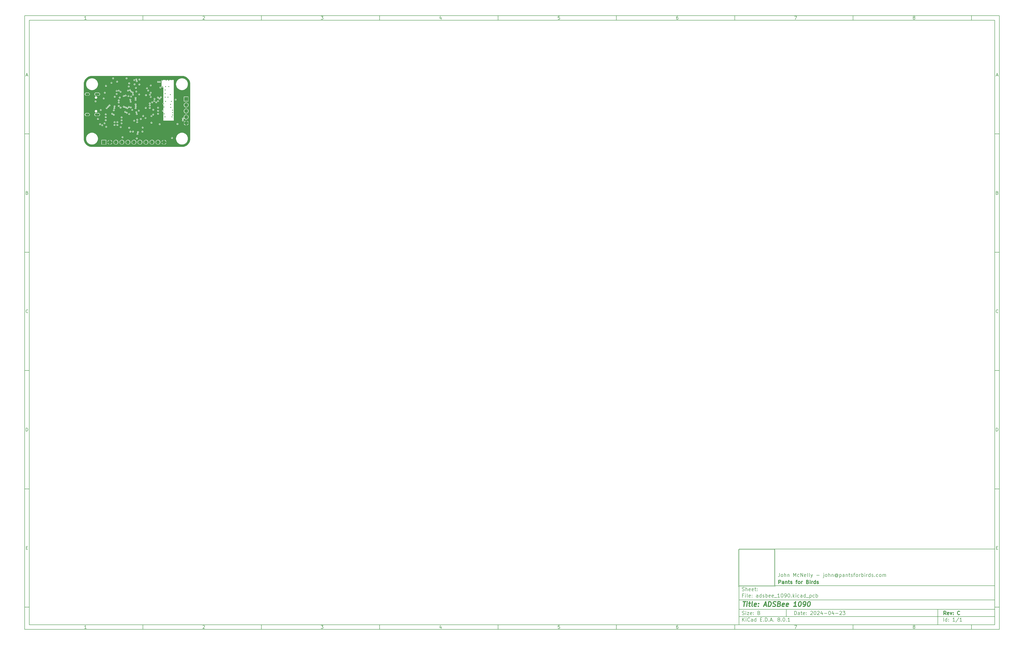
<source format=gbr>
G04 #@! TF.GenerationSoftware,KiCad,Pcbnew,8.0.1*
G04 #@! TF.CreationDate,2024-04-23T11:39:21-07:00*
G04 #@! TF.ProjectId,adsbee_1090,61647362-6565-45f3-9130-39302e6b6963,C*
G04 #@! TF.SameCoordinates,Original*
G04 #@! TF.FileFunction,Copper,L2,Inr*
G04 #@! TF.FilePolarity,Positive*
%FSLAX46Y46*%
G04 Gerber Fmt 4.6, Leading zero omitted, Abs format (unit mm)*
G04 Created by KiCad (PCBNEW 8.0.1) date 2024-04-23 11:39:21*
%MOMM*%
%LPD*%
G01*
G04 APERTURE LIST*
%ADD10C,0.100000*%
%ADD11C,0.150000*%
%ADD12C,0.300000*%
%ADD13C,0.400000*%
G04 #@! TA.AperFunction,ComponentPad*
%ADD14R,1.700000X1.700000*%
G04 #@! TD*
G04 #@! TA.AperFunction,ComponentPad*
%ADD15O,1.700000X1.700000*%
G04 #@! TD*
G04 #@! TA.AperFunction,ComponentPad*
%ADD16O,2.100000X1.000000*%
G04 #@! TD*
G04 #@! TA.AperFunction,ComponentPad*
%ADD17O,1.800000X1.000000*%
G04 #@! TD*
G04 #@! TA.AperFunction,ViaPad*
%ADD18C,0.400000*%
G04 #@! TD*
G04 #@! TA.AperFunction,ViaPad*
%ADD19C,3.000000*%
G04 #@! TD*
G04 APERTURE END LIST*
D10*
X311457819Y-235654619D02*
X311457819Y-251240982D01*
X327044182Y-251240982D01*
X327044182Y-235654619D01*
X311457819Y-235654619D01*
D11*
X311800000Y-235400000D02*
X419800000Y-235400000D01*
X419800000Y-267400000D01*
X311800000Y-267400000D01*
X311800000Y-235400000D01*
D10*
D11*
X10000000Y-10000000D02*
X421800000Y-10000000D01*
X421800000Y-269400000D01*
X10000000Y-269400000D01*
X10000000Y-10000000D01*
D10*
D11*
X12000000Y-12000000D02*
X419800000Y-12000000D01*
X419800000Y-267400000D01*
X12000000Y-267400000D01*
X12000000Y-12000000D01*
D10*
D11*
X60000000Y-12000000D02*
X60000000Y-10000000D01*
D10*
D11*
X110000000Y-12000000D02*
X110000000Y-10000000D01*
D10*
D11*
X160000000Y-12000000D02*
X160000000Y-10000000D01*
D10*
D11*
X210000000Y-12000000D02*
X210000000Y-10000000D01*
D10*
D11*
X260000000Y-12000000D02*
X260000000Y-10000000D01*
D10*
D11*
X310000000Y-12000000D02*
X310000000Y-10000000D01*
D10*
D11*
X360000000Y-12000000D02*
X360000000Y-10000000D01*
D10*
D11*
X410000000Y-12000000D02*
X410000000Y-10000000D01*
D10*
D11*
X36089160Y-11593604D02*
X35346303Y-11593604D01*
X35717731Y-11593604D02*
X35717731Y-10293604D01*
X35717731Y-10293604D02*
X35593922Y-10479319D01*
X35593922Y-10479319D02*
X35470112Y-10603128D01*
X35470112Y-10603128D02*
X35346303Y-10665033D01*
D10*
D11*
X85346303Y-10417414D02*
X85408207Y-10355509D01*
X85408207Y-10355509D02*
X85532017Y-10293604D01*
X85532017Y-10293604D02*
X85841541Y-10293604D01*
X85841541Y-10293604D02*
X85965350Y-10355509D01*
X85965350Y-10355509D02*
X86027255Y-10417414D01*
X86027255Y-10417414D02*
X86089160Y-10541223D01*
X86089160Y-10541223D02*
X86089160Y-10665033D01*
X86089160Y-10665033D02*
X86027255Y-10850747D01*
X86027255Y-10850747D02*
X85284398Y-11593604D01*
X85284398Y-11593604D02*
X86089160Y-11593604D01*
D10*
D11*
X135284398Y-10293604D02*
X136089160Y-10293604D01*
X136089160Y-10293604D02*
X135655826Y-10788842D01*
X135655826Y-10788842D02*
X135841541Y-10788842D01*
X135841541Y-10788842D02*
X135965350Y-10850747D01*
X135965350Y-10850747D02*
X136027255Y-10912652D01*
X136027255Y-10912652D02*
X136089160Y-11036461D01*
X136089160Y-11036461D02*
X136089160Y-11345985D01*
X136089160Y-11345985D02*
X136027255Y-11469795D01*
X136027255Y-11469795D02*
X135965350Y-11531700D01*
X135965350Y-11531700D02*
X135841541Y-11593604D01*
X135841541Y-11593604D02*
X135470112Y-11593604D01*
X135470112Y-11593604D02*
X135346303Y-11531700D01*
X135346303Y-11531700D02*
X135284398Y-11469795D01*
D10*
D11*
X185965350Y-10726938D02*
X185965350Y-11593604D01*
X185655826Y-10231700D02*
X185346303Y-11160271D01*
X185346303Y-11160271D02*
X186151064Y-11160271D01*
D10*
D11*
X236027255Y-10293604D02*
X235408207Y-10293604D01*
X235408207Y-10293604D02*
X235346303Y-10912652D01*
X235346303Y-10912652D02*
X235408207Y-10850747D01*
X235408207Y-10850747D02*
X235532017Y-10788842D01*
X235532017Y-10788842D02*
X235841541Y-10788842D01*
X235841541Y-10788842D02*
X235965350Y-10850747D01*
X235965350Y-10850747D02*
X236027255Y-10912652D01*
X236027255Y-10912652D02*
X236089160Y-11036461D01*
X236089160Y-11036461D02*
X236089160Y-11345985D01*
X236089160Y-11345985D02*
X236027255Y-11469795D01*
X236027255Y-11469795D02*
X235965350Y-11531700D01*
X235965350Y-11531700D02*
X235841541Y-11593604D01*
X235841541Y-11593604D02*
X235532017Y-11593604D01*
X235532017Y-11593604D02*
X235408207Y-11531700D01*
X235408207Y-11531700D02*
X235346303Y-11469795D01*
D10*
D11*
X285965350Y-10293604D02*
X285717731Y-10293604D01*
X285717731Y-10293604D02*
X285593922Y-10355509D01*
X285593922Y-10355509D02*
X285532017Y-10417414D01*
X285532017Y-10417414D02*
X285408207Y-10603128D01*
X285408207Y-10603128D02*
X285346303Y-10850747D01*
X285346303Y-10850747D02*
X285346303Y-11345985D01*
X285346303Y-11345985D02*
X285408207Y-11469795D01*
X285408207Y-11469795D02*
X285470112Y-11531700D01*
X285470112Y-11531700D02*
X285593922Y-11593604D01*
X285593922Y-11593604D02*
X285841541Y-11593604D01*
X285841541Y-11593604D02*
X285965350Y-11531700D01*
X285965350Y-11531700D02*
X286027255Y-11469795D01*
X286027255Y-11469795D02*
X286089160Y-11345985D01*
X286089160Y-11345985D02*
X286089160Y-11036461D01*
X286089160Y-11036461D02*
X286027255Y-10912652D01*
X286027255Y-10912652D02*
X285965350Y-10850747D01*
X285965350Y-10850747D02*
X285841541Y-10788842D01*
X285841541Y-10788842D02*
X285593922Y-10788842D01*
X285593922Y-10788842D02*
X285470112Y-10850747D01*
X285470112Y-10850747D02*
X285408207Y-10912652D01*
X285408207Y-10912652D02*
X285346303Y-11036461D01*
D10*
D11*
X335284398Y-10293604D02*
X336151064Y-10293604D01*
X336151064Y-10293604D02*
X335593922Y-11593604D01*
D10*
D11*
X385593922Y-10850747D02*
X385470112Y-10788842D01*
X385470112Y-10788842D02*
X385408207Y-10726938D01*
X385408207Y-10726938D02*
X385346303Y-10603128D01*
X385346303Y-10603128D02*
X385346303Y-10541223D01*
X385346303Y-10541223D02*
X385408207Y-10417414D01*
X385408207Y-10417414D02*
X385470112Y-10355509D01*
X385470112Y-10355509D02*
X385593922Y-10293604D01*
X385593922Y-10293604D02*
X385841541Y-10293604D01*
X385841541Y-10293604D02*
X385965350Y-10355509D01*
X385965350Y-10355509D02*
X386027255Y-10417414D01*
X386027255Y-10417414D02*
X386089160Y-10541223D01*
X386089160Y-10541223D02*
X386089160Y-10603128D01*
X386089160Y-10603128D02*
X386027255Y-10726938D01*
X386027255Y-10726938D02*
X385965350Y-10788842D01*
X385965350Y-10788842D02*
X385841541Y-10850747D01*
X385841541Y-10850747D02*
X385593922Y-10850747D01*
X385593922Y-10850747D02*
X385470112Y-10912652D01*
X385470112Y-10912652D02*
X385408207Y-10974557D01*
X385408207Y-10974557D02*
X385346303Y-11098366D01*
X385346303Y-11098366D02*
X385346303Y-11345985D01*
X385346303Y-11345985D02*
X385408207Y-11469795D01*
X385408207Y-11469795D02*
X385470112Y-11531700D01*
X385470112Y-11531700D02*
X385593922Y-11593604D01*
X385593922Y-11593604D02*
X385841541Y-11593604D01*
X385841541Y-11593604D02*
X385965350Y-11531700D01*
X385965350Y-11531700D02*
X386027255Y-11469795D01*
X386027255Y-11469795D02*
X386089160Y-11345985D01*
X386089160Y-11345985D02*
X386089160Y-11098366D01*
X386089160Y-11098366D02*
X386027255Y-10974557D01*
X386027255Y-10974557D02*
X385965350Y-10912652D01*
X385965350Y-10912652D02*
X385841541Y-10850747D01*
D10*
D11*
X60000000Y-267400000D02*
X60000000Y-269400000D01*
D10*
D11*
X110000000Y-267400000D02*
X110000000Y-269400000D01*
D10*
D11*
X160000000Y-267400000D02*
X160000000Y-269400000D01*
D10*
D11*
X210000000Y-267400000D02*
X210000000Y-269400000D01*
D10*
D11*
X260000000Y-267400000D02*
X260000000Y-269400000D01*
D10*
D11*
X310000000Y-267400000D02*
X310000000Y-269400000D01*
D10*
D11*
X360000000Y-267400000D02*
X360000000Y-269400000D01*
D10*
D11*
X410000000Y-267400000D02*
X410000000Y-269400000D01*
D10*
D11*
X36089160Y-268993604D02*
X35346303Y-268993604D01*
X35717731Y-268993604D02*
X35717731Y-267693604D01*
X35717731Y-267693604D02*
X35593922Y-267879319D01*
X35593922Y-267879319D02*
X35470112Y-268003128D01*
X35470112Y-268003128D02*
X35346303Y-268065033D01*
D10*
D11*
X85346303Y-267817414D02*
X85408207Y-267755509D01*
X85408207Y-267755509D02*
X85532017Y-267693604D01*
X85532017Y-267693604D02*
X85841541Y-267693604D01*
X85841541Y-267693604D02*
X85965350Y-267755509D01*
X85965350Y-267755509D02*
X86027255Y-267817414D01*
X86027255Y-267817414D02*
X86089160Y-267941223D01*
X86089160Y-267941223D02*
X86089160Y-268065033D01*
X86089160Y-268065033D02*
X86027255Y-268250747D01*
X86027255Y-268250747D02*
X85284398Y-268993604D01*
X85284398Y-268993604D02*
X86089160Y-268993604D01*
D10*
D11*
X135284398Y-267693604D02*
X136089160Y-267693604D01*
X136089160Y-267693604D02*
X135655826Y-268188842D01*
X135655826Y-268188842D02*
X135841541Y-268188842D01*
X135841541Y-268188842D02*
X135965350Y-268250747D01*
X135965350Y-268250747D02*
X136027255Y-268312652D01*
X136027255Y-268312652D02*
X136089160Y-268436461D01*
X136089160Y-268436461D02*
X136089160Y-268745985D01*
X136089160Y-268745985D02*
X136027255Y-268869795D01*
X136027255Y-268869795D02*
X135965350Y-268931700D01*
X135965350Y-268931700D02*
X135841541Y-268993604D01*
X135841541Y-268993604D02*
X135470112Y-268993604D01*
X135470112Y-268993604D02*
X135346303Y-268931700D01*
X135346303Y-268931700D02*
X135284398Y-268869795D01*
D10*
D11*
X185965350Y-268126938D02*
X185965350Y-268993604D01*
X185655826Y-267631700D02*
X185346303Y-268560271D01*
X185346303Y-268560271D02*
X186151064Y-268560271D01*
D10*
D11*
X236027255Y-267693604D02*
X235408207Y-267693604D01*
X235408207Y-267693604D02*
X235346303Y-268312652D01*
X235346303Y-268312652D02*
X235408207Y-268250747D01*
X235408207Y-268250747D02*
X235532017Y-268188842D01*
X235532017Y-268188842D02*
X235841541Y-268188842D01*
X235841541Y-268188842D02*
X235965350Y-268250747D01*
X235965350Y-268250747D02*
X236027255Y-268312652D01*
X236027255Y-268312652D02*
X236089160Y-268436461D01*
X236089160Y-268436461D02*
X236089160Y-268745985D01*
X236089160Y-268745985D02*
X236027255Y-268869795D01*
X236027255Y-268869795D02*
X235965350Y-268931700D01*
X235965350Y-268931700D02*
X235841541Y-268993604D01*
X235841541Y-268993604D02*
X235532017Y-268993604D01*
X235532017Y-268993604D02*
X235408207Y-268931700D01*
X235408207Y-268931700D02*
X235346303Y-268869795D01*
D10*
D11*
X285965350Y-267693604D02*
X285717731Y-267693604D01*
X285717731Y-267693604D02*
X285593922Y-267755509D01*
X285593922Y-267755509D02*
X285532017Y-267817414D01*
X285532017Y-267817414D02*
X285408207Y-268003128D01*
X285408207Y-268003128D02*
X285346303Y-268250747D01*
X285346303Y-268250747D02*
X285346303Y-268745985D01*
X285346303Y-268745985D02*
X285408207Y-268869795D01*
X285408207Y-268869795D02*
X285470112Y-268931700D01*
X285470112Y-268931700D02*
X285593922Y-268993604D01*
X285593922Y-268993604D02*
X285841541Y-268993604D01*
X285841541Y-268993604D02*
X285965350Y-268931700D01*
X285965350Y-268931700D02*
X286027255Y-268869795D01*
X286027255Y-268869795D02*
X286089160Y-268745985D01*
X286089160Y-268745985D02*
X286089160Y-268436461D01*
X286089160Y-268436461D02*
X286027255Y-268312652D01*
X286027255Y-268312652D02*
X285965350Y-268250747D01*
X285965350Y-268250747D02*
X285841541Y-268188842D01*
X285841541Y-268188842D02*
X285593922Y-268188842D01*
X285593922Y-268188842D02*
X285470112Y-268250747D01*
X285470112Y-268250747D02*
X285408207Y-268312652D01*
X285408207Y-268312652D02*
X285346303Y-268436461D01*
D10*
D11*
X335284398Y-267693604D02*
X336151064Y-267693604D01*
X336151064Y-267693604D02*
X335593922Y-268993604D01*
D10*
D11*
X385593922Y-268250747D02*
X385470112Y-268188842D01*
X385470112Y-268188842D02*
X385408207Y-268126938D01*
X385408207Y-268126938D02*
X385346303Y-268003128D01*
X385346303Y-268003128D02*
X385346303Y-267941223D01*
X385346303Y-267941223D02*
X385408207Y-267817414D01*
X385408207Y-267817414D02*
X385470112Y-267755509D01*
X385470112Y-267755509D02*
X385593922Y-267693604D01*
X385593922Y-267693604D02*
X385841541Y-267693604D01*
X385841541Y-267693604D02*
X385965350Y-267755509D01*
X385965350Y-267755509D02*
X386027255Y-267817414D01*
X386027255Y-267817414D02*
X386089160Y-267941223D01*
X386089160Y-267941223D02*
X386089160Y-268003128D01*
X386089160Y-268003128D02*
X386027255Y-268126938D01*
X386027255Y-268126938D02*
X385965350Y-268188842D01*
X385965350Y-268188842D02*
X385841541Y-268250747D01*
X385841541Y-268250747D02*
X385593922Y-268250747D01*
X385593922Y-268250747D02*
X385470112Y-268312652D01*
X385470112Y-268312652D02*
X385408207Y-268374557D01*
X385408207Y-268374557D02*
X385346303Y-268498366D01*
X385346303Y-268498366D02*
X385346303Y-268745985D01*
X385346303Y-268745985D02*
X385408207Y-268869795D01*
X385408207Y-268869795D02*
X385470112Y-268931700D01*
X385470112Y-268931700D02*
X385593922Y-268993604D01*
X385593922Y-268993604D02*
X385841541Y-268993604D01*
X385841541Y-268993604D02*
X385965350Y-268931700D01*
X385965350Y-268931700D02*
X386027255Y-268869795D01*
X386027255Y-268869795D02*
X386089160Y-268745985D01*
X386089160Y-268745985D02*
X386089160Y-268498366D01*
X386089160Y-268498366D02*
X386027255Y-268374557D01*
X386027255Y-268374557D02*
X385965350Y-268312652D01*
X385965350Y-268312652D02*
X385841541Y-268250747D01*
D10*
D11*
X10000000Y-60000000D02*
X12000000Y-60000000D01*
D10*
D11*
X10000000Y-110000000D02*
X12000000Y-110000000D01*
D10*
D11*
X10000000Y-160000000D02*
X12000000Y-160000000D01*
D10*
D11*
X10000000Y-210000000D02*
X12000000Y-210000000D01*
D10*
D11*
X10000000Y-260000000D02*
X12000000Y-260000000D01*
D10*
D11*
X10690476Y-35222176D02*
X11309523Y-35222176D01*
X10566666Y-35593604D02*
X10999999Y-34293604D01*
X10999999Y-34293604D02*
X11433333Y-35593604D01*
D10*
D11*
X11092857Y-84912652D02*
X11278571Y-84974557D01*
X11278571Y-84974557D02*
X11340476Y-85036461D01*
X11340476Y-85036461D02*
X11402380Y-85160271D01*
X11402380Y-85160271D02*
X11402380Y-85345985D01*
X11402380Y-85345985D02*
X11340476Y-85469795D01*
X11340476Y-85469795D02*
X11278571Y-85531700D01*
X11278571Y-85531700D02*
X11154761Y-85593604D01*
X11154761Y-85593604D02*
X10659523Y-85593604D01*
X10659523Y-85593604D02*
X10659523Y-84293604D01*
X10659523Y-84293604D02*
X11092857Y-84293604D01*
X11092857Y-84293604D02*
X11216666Y-84355509D01*
X11216666Y-84355509D02*
X11278571Y-84417414D01*
X11278571Y-84417414D02*
X11340476Y-84541223D01*
X11340476Y-84541223D02*
X11340476Y-84665033D01*
X11340476Y-84665033D02*
X11278571Y-84788842D01*
X11278571Y-84788842D02*
X11216666Y-84850747D01*
X11216666Y-84850747D02*
X11092857Y-84912652D01*
X11092857Y-84912652D02*
X10659523Y-84912652D01*
D10*
D11*
X11402380Y-135469795D02*
X11340476Y-135531700D01*
X11340476Y-135531700D02*
X11154761Y-135593604D01*
X11154761Y-135593604D02*
X11030952Y-135593604D01*
X11030952Y-135593604D02*
X10845238Y-135531700D01*
X10845238Y-135531700D02*
X10721428Y-135407890D01*
X10721428Y-135407890D02*
X10659523Y-135284080D01*
X10659523Y-135284080D02*
X10597619Y-135036461D01*
X10597619Y-135036461D02*
X10597619Y-134850747D01*
X10597619Y-134850747D02*
X10659523Y-134603128D01*
X10659523Y-134603128D02*
X10721428Y-134479319D01*
X10721428Y-134479319D02*
X10845238Y-134355509D01*
X10845238Y-134355509D02*
X11030952Y-134293604D01*
X11030952Y-134293604D02*
X11154761Y-134293604D01*
X11154761Y-134293604D02*
X11340476Y-134355509D01*
X11340476Y-134355509D02*
X11402380Y-134417414D01*
D10*
D11*
X10659523Y-185593604D02*
X10659523Y-184293604D01*
X10659523Y-184293604D02*
X10969047Y-184293604D01*
X10969047Y-184293604D02*
X11154761Y-184355509D01*
X11154761Y-184355509D02*
X11278571Y-184479319D01*
X11278571Y-184479319D02*
X11340476Y-184603128D01*
X11340476Y-184603128D02*
X11402380Y-184850747D01*
X11402380Y-184850747D02*
X11402380Y-185036461D01*
X11402380Y-185036461D02*
X11340476Y-185284080D01*
X11340476Y-185284080D02*
X11278571Y-185407890D01*
X11278571Y-185407890D02*
X11154761Y-185531700D01*
X11154761Y-185531700D02*
X10969047Y-185593604D01*
X10969047Y-185593604D02*
X10659523Y-185593604D01*
D10*
D11*
X10721428Y-234912652D02*
X11154762Y-234912652D01*
X11340476Y-235593604D02*
X10721428Y-235593604D01*
X10721428Y-235593604D02*
X10721428Y-234293604D01*
X10721428Y-234293604D02*
X11340476Y-234293604D01*
D10*
D11*
X421800000Y-60000000D02*
X419800000Y-60000000D01*
D10*
D11*
X421800000Y-110000000D02*
X419800000Y-110000000D01*
D10*
D11*
X421800000Y-160000000D02*
X419800000Y-160000000D01*
D10*
D11*
X421800000Y-210000000D02*
X419800000Y-210000000D01*
D10*
D11*
X421800000Y-260000000D02*
X419800000Y-260000000D01*
D10*
D11*
X420490476Y-35222176D02*
X421109523Y-35222176D01*
X420366666Y-35593604D02*
X420799999Y-34293604D01*
X420799999Y-34293604D02*
X421233333Y-35593604D01*
D10*
D11*
X420892857Y-84912652D02*
X421078571Y-84974557D01*
X421078571Y-84974557D02*
X421140476Y-85036461D01*
X421140476Y-85036461D02*
X421202380Y-85160271D01*
X421202380Y-85160271D02*
X421202380Y-85345985D01*
X421202380Y-85345985D02*
X421140476Y-85469795D01*
X421140476Y-85469795D02*
X421078571Y-85531700D01*
X421078571Y-85531700D02*
X420954761Y-85593604D01*
X420954761Y-85593604D02*
X420459523Y-85593604D01*
X420459523Y-85593604D02*
X420459523Y-84293604D01*
X420459523Y-84293604D02*
X420892857Y-84293604D01*
X420892857Y-84293604D02*
X421016666Y-84355509D01*
X421016666Y-84355509D02*
X421078571Y-84417414D01*
X421078571Y-84417414D02*
X421140476Y-84541223D01*
X421140476Y-84541223D02*
X421140476Y-84665033D01*
X421140476Y-84665033D02*
X421078571Y-84788842D01*
X421078571Y-84788842D02*
X421016666Y-84850747D01*
X421016666Y-84850747D02*
X420892857Y-84912652D01*
X420892857Y-84912652D02*
X420459523Y-84912652D01*
D10*
D11*
X421202380Y-135469795D02*
X421140476Y-135531700D01*
X421140476Y-135531700D02*
X420954761Y-135593604D01*
X420954761Y-135593604D02*
X420830952Y-135593604D01*
X420830952Y-135593604D02*
X420645238Y-135531700D01*
X420645238Y-135531700D02*
X420521428Y-135407890D01*
X420521428Y-135407890D02*
X420459523Y-135284080D01*
X420459523Y-135284080D02*
X420397619Y-135036461D01*
X420397619Y-135036461D02*
X420397619Y-134850747D01*
X420397619Y-134850747D02*
X420459523Y-134603128D01*
X420459523Y-134603128D02*
X420521428Y-134479319D01*
X420521428Y-134479319D02*
X420645238Y-134355509D01*
X420645238Y-134355509D02*
X420830952Y-134293604D01*
X420830952Y-134293604D02*
X420954761Y-134293604D01*
X420954761Y-134293604D02*
X421140476Y-134355509D01*
X421140476Y-134355509D02*
X421202380Y-134417414D01*
D10*
D11*
X420459523Y-185593604D02*
X420459523Y-184293604D01*
X420459523Y-184293604D02*
X420769047Y-184293604D01*
X420769047Y-184293604D02*
X420954761Y-184355509D01*
X420954761Y-184355509D02*
X421078571Y-184479319D01*
X421078571Y-184479319D02*
X421140476Y-184603128D01*
X421140476Y-184603128D02*
X421202380Y-184850747D01*
X421202380Y-184850747D02*
X421202380Y-185036461D01*
X421202380Y-185036461D02*
X421140476Y-185284080D01*
X421140476Y-185284080D02*
X421078571Y-185407890D01*
X421078571Y-185407890D02*
X420954761Y-185531700D01*
X420954761Y-185531700D02*
X420769047Y-185593604D01*
X420769047Y-185593604D02*
X420459523Y-185593604D01*
D10*
D11*
X420521428Y-234912652D02*
X420954762Y-234912652D01*
X421140476Y-235593604D02*
X420521428Y-235593604D01*
X420521428Y-235593604D02*
X420521428Y-234293604D01*
X420521428Y-234293604D02*
X421140476Y-234293604D01*
D10*
D11*
X335255826Y-263186128D02*
X335255826Y-261686128D01*
X335255826Y-261686128D02*
X335612969Y-261686128D01*
X335612969Y-261686128D02*
X335827255Y-261757557D01*
X335827255Y-261757557D02*
X335970112Y-261900414D01*
X335970112Y-261900414D02*
X336041541Y-262043271D01*
X336041541Y-262043271D02*
X336112969Y-262328985D01*
X336112969Y-262328985D02*
X336112969Y-262543271D01*
X336112969Y-262543271D02*
X336041541Y-262828985D01*
X336041541Y-262828985D02*
X335970112Y-262971842D01*
X335970112Y-262971842D02*
X335827255Y-263114700D01*
X335827255Y-263114700D02*
X335612969Y-263186128D01*
X335612969Y-263186128D02*
X335255826Y-263186128D01*
X337398684Y-263186128D02*
X337398684Y-262400414D01*
X337398684Y-262400414D02*
X337327255Y-262257557D01*
X337327255Y-262257557D02*
X337184398Y-262186128D01*
X337184398Y-262186128D02*
X336898684Y-262186128D01*
X336898684Y-262186128D02*
X336755826Y-262257557D01*
X337398684Y-263114700D02*
X337255826Y-263186128D01*
X337255826Y-263186128D02*
X336898684Y-263186128D01*
X336898684Y-263186128D02*
X336755826Y-263114700D01*
X336755826Y-263114700D02*
X336684398Y-262971842D01*
X336684398Y-262971842D02*
X336684398Y-262828985D01*
X336684398Y-262828985D02*
X336755826Y-262686128D01*
X336755826Y-262686128D02*
X336898684Y-262614700D01*
X336898684Y-262614700D02*
X337255826Y-262614700D01*
X337255826Y-262614700D02*
X337398684Y-262543271D01*
X337898684Y-262186128D02*
X338470112Y-262186128D01*
X338112969Y-261686128D02*
X338112969Y-262971842D01*
X338112969Y-262971842D02*
X338184398Y-263114700D01*
X338184398Y-263114700D02*
X338327255Y-263186128D01*
X338327255Y-263186128D02*
X338470112Y-263186128D01*
X339541541Y-263114700D02*
X339398684Y-263186128D01*
X339398684Y-263186128D02*
X339112970Y-263186128D01*
X339112970Y-263186128D02*
X338970112Y-263114700D01*
X338970112Y-263114700D02*
X338898684Y-262971842D01*
X338898684Y-262971842D02*
X338898684Y-262400414D01*
X338898684Y-262400414D02*
X338970112Y-262257557D01*
X338970112Y-262257557D02*
X339112970Y-262186128D01*
X339112970Y-262186128D02*
X339398684Y-262186128D01*
X339398684Y-262186128D02*
X339541541Y-262257557D01*
X339541541Y-262257557D02*
X339612970Y-262400414D01*
X339612970Y-262400414D02*
X339612970Y-262543271D01*
X339612970Y-262543271D02*
X338898684Y-262686128D01*
X340255826Y-263043271D02*
X340327255Y-263114700D01*
X340327255Y-263114700D02*
X340255826Y-263186128D01*
X340255826Y-263186128D02*
X340184398Y-263114700D01*
X340184398Y-263114700D02*
X340255826Y-263043271D01*
X340255826Y-263043271D02*
X340255826Y-263186128D01*
X340255826Y-262257557D02*
X340327255Y-262328985D01*
X340327255Y-262328985D02*
X340255826Y-262400414D01*
X340255826Y-262400414D02*
X340184398Y-262328985D01*
X340184398Y-262328985D02*
X340255826Y-262257557D01*
X340255826Y-262257557D02*
X340255826Y-262400414D01*
X342041541Y-261828985D02*
X342112969Y-261757557D01*
X342112969Y-261757557D02*
X342255827Y-261686128D01*
X342255827Y-261686128D02*
X342612969Y-261686128D01*
X342612969Y-261686128D02*
X342755827Y-261757557D01*
X342755827Y-261757557D02*
X342827255Y-261828985D01*
X342827255Y-261828985D02*
X342898684Y-261971842D01*
X342898684Y-261971842D02*
X342898684Y-262114700D01*
X342898684Y-262114700D02*
X342827255Y-262328985D01*
X342827255Y-262328985D02*
X341970112Y-263186128D01*
X341970112Y-263186128D02*
X342898684Y-263186128D01*
X343827255Y-261686128D02*
X343970112Y-261686128D01*
X343970112Y-261686128D02*
X344112969Y-261757557D01*
X344112969Y-261757557D02*
X344184398Y-261828985D01*
X344184398Y-261828985D02*
X344255826Y-261971842D01*
X344255826Y-261971842D02*
X344327255Y-262257557D01*
X344327255Y-262257557D02*
X344327255Y-262614700D01*
X344327255Y-262614700D02*
X344255826Y-262900414D01*
X344255826Y-262900414D02*
X344184398Y-263043271D01*
X344184398Y-263043271D02*
X344112969Y-263114700D01*
X344112969Y-263114700D02*
X343970112Y-263186128D01*
X343970112Y-263186128D02*
X343827255Y-263186128D01*
X343827255Y-263186128D02*
X343684398Y-263114700D01*
X343684398Y-263114700D02*
X343612969Y-263043271D01*
X343612969Y-263043271D02*
X343541540Y-262900414D01*
X343541540Y-262900414D02*
X343470112Y-262614700D01*
X343470112Y-262614700D02*
X343470112Y-262257557D01*
X343470112Y-262257557D02*
X343541540Y-261971842D01*
X343541540Y-261971842D02*
X343612969Y-261828985D01*
X343612969Y-261828985D02*
X343684398Y-261757557D01*
X343684398Y-261757557D02*
X343827255Y-261686128D01*
X344898683Y-261828985D02*
X344970111Y-261757557D01*
X344970111Y-261757557D02*
X345112969Y-261686128D01*
X345112969Y-261686128D02*
X345470111Y-261686128D01*
X345470111Y-261686128D02*
X345612969Y-261757557D01*
X345612969Y-261757557D02*
X345684397Y-261828985D01*
X345684397Y-261828985D02*
X345755826Y-261971842D01*
X345755826Y-261971842D02*
X345755826Y-262114700D01*
X345755826Y-262114700D02*
X345684397Y-262328985D01*
X345684397Y-262328985D02*
X344827254Y-263186128D01*
X344827254Y-263186128D02*
X345755826Y-263186128D01*
X347041540Y-262186128D02*
X347041540Y-263186128D01*
X346684397Y-261614700D02*
X346327254Y-262686128D01*
X346327254Y-262686128D02*
X347255825Y-262686128D01*
X347827253Y-262614700D02*
X348970111Y-262614700D01*
X349970111Y-261686128D02*
X350112968Y-261686128D01*
X350112968Y-261686128D02*
X350255825Y-261757557D01*
X350255825Y-261757557D02*
X350327254Y-261828985D01*
X350327254Y-261828985D02*
X350398682Y-261971842D01*
X350398682Y-261971842D02*
X350470111Y-262257557D01*
X350470111Y-262257557D02*
X350470111Y-262614700D01*
X350470111Y-262614700D02*
X350398682Y-262900414D01*
X350398682Y-262900414D02*
X350327254Y-263043271D01*
X350327254Y-263043271D02*
X350255825Y-263114700D01*
X350255825Y-263114700D02*
X350112968Y-263186128D01*
X350112968Y-263186128D02*
X349970111Y-263186128D01*
X349970111Y-263186128D02*
X349827254Y-263114700D01*
X349827254Y-263114700D02*
X349755825Y-263043271D01*
X349755825Y-263043271D02*
X349684396Y-262900414D01*
X349684396Y-262900414D02*
X349612968Y-262614700D01*
X349612968Y-262614700D02*
X349612968Y-262257557D01*
X349612968Y-262257557D02*
X349684396Y-261971842D01*
X349684396Y-261971842D02*
X349755825Y-261828985D01*
X349755825Y-261828985D02*
X349827254Y-261757557D01*
X349827254Y-261757557D02*
X349970111Y-261686128D01*
X351755825Y-262186128D02*
X351755825Y-263186128D01*
X351398682Y-261614700D02*
X351041539Y-262686128D01*
X351041539Y-262686128D02*
X351970110Y-262686128D01*
X352541538Y-262614700D02*
X353684396Y-262614700D01*
X354327253Y-261828985D02*
X354398681Y-261757557D01*
X354398681Y-261757557D02*
X354541539Y-261686128D01*
X354541539Y-261686128D02*
X354898681Y-261686128D01*
X354898681Y-261686128D02*
X355041539Y-261757557D01*
X355041539Y-261757557D02*
X355112967Y-261828985D01*
X355112967Y-261828985D02*
X355184396Y-261971842D01*
X355184396Y-261971842D02*
X355184396Y-262114700D01*
X355184396Y-262114700D02*
X355112967Y-262328985D01*
X355112967Y-262328985D02*
X354255824Y-263186128D01*
X354255824Y-263186128D02*
X355184396Y-263186128D01*
X355684395Y-261686128D02*
X356612967Y-261686128D01*
X356612967Y-261686128D02*
X356112967Y-262257557D01*
X356112967Y-262257557D02*
X356327252Y-262257557D01*
X356327252Y-262257557D02*
X356470110Y-262328985D01*
X356470110Y-262328985D02*
X356541538Y-262400414D01*
X356541538Y-262400414D02*
X356612967Y-262543271D01*
X356612967Y-262543271D02*
X356612967Y-262900414D01*
X356612967Y-262900414D02*
X356541538Y-263043271D01*
X356541538Y-263043271D02*
X356470110Y-263114700D01*
X356470110Y-263114700D02*
X356327252Y-263186128D01*
X356327252Y-263186128D02*
X355898681Y-263186128D01*
X355898681Y-263186128D02*
X355755824Y-263114700D01*
X355755824Y-263114700D02*
X355684395Y-263043271D01*
D10*
D11*
X311800000Y-263900000D02*
X419800000Y-263900000D01*
D10*
D11*
X313255826Y-265986128D02*
X313255826Y-264486128D01*
X314112969Y-265986128D02*
X313470112Y-265128985D01*
X314112969Y-264486128D02*
X313255826Y-265343271D01*
X314755826Y-265986128D02*
X314755826Y-264986128D01*
X314755826Y-264486128D02*
X314684398Y-264557557D01*
X314684398Y-264557557D02*
X314755826Y-264628985D01*
X314755826Y-264628985D02*
X314827255Y-264557557D01*
X314827255Y-264557557D02*
X314755826Y-264486128D01*
X314755826Y-264486128D02*
X314755826Y-264628985D01*
X316327255Y-265843271D02*
X316255827Y-265914700D01*
X316255827Y-265914700D02*
X316041541Y-265986128D01*
X316041541Y-265986128D02*
X315898684Y-265986128D01*
X315898684Y-265986128D02*
X315684398Y-265914700D01*
X315684398Y-265914700D02*
X315541541Y-265771842D01*
X315541541Y-265771842D02*
X315470112Y-265628985D01*
X315470112Y-265628985D02*
X315398684Y-265343271D01*
X315398684Y-265343271D02*
X315398684Y-265128985D01*
X315398684Y-265128985D02*
X315470112Y-264843271D01*
X315470112Y-264843271D02*
X315541541Y-264700414D01*
X315541541Y-264700414D02*
X315684398Y-264557557D01*
X315684398Y-264557557D02*
X315898684Y-264486128D01*
X315898684Y-264486128D02*
X316041541Y-264486128D01*
X316041541Y-264486128D02*
X316255827Y-264557557D01*
X316255827Y-264557557D02*
X316327255Y-264628985D01*
X317612970Y-265986128D02*
X317612970Y-265200414D01*
X317612970Y-265200414D02*
X317541541Y-265057557D01*
X317541541Y-265057557D02*
X317398684Y-264986128D01*
X317398684Y-264986128D02*
X317112970Y-264986128D01*
X317112970Y-264986128D02*
X316970112Y-265057557D01*
X317612970Y-265914700D02*
X317470112Y-265986128D01*
X317470112Y-265986128D02*
X317112970Y-265986128D01*
X317112970Y-265986128D02*
X316970112Y-265914700D01*
X316970112Y-265914700D02*
X316898684Y-265771842D01*
X316898684Y-265771842D02*
X316898684Y-265628985D01*
X316898684Y-265628985D02*
X316970112Y-265486128D01*
X316970112Y-265486128D02*
X317112970Y-265414700D01*
X317112970Y-265414700D02*
X317470112Y-265414700D01*
X317470112Y-265414700D02*
X317612970Y-265343271D01*
X318970113Y-265986128D02*
X318970113Y-264486128D01*
X318970113Y-265914700D02*
X318827255Y-265986128D01*
X318827255Y-265986128D02*
X318541541Y-265986128D01*
X318541541Y-265986128D02*
X318398684Y-265914700D01*
X318398684Y-265914700D02*
X318327255Y-265843271D01*
X318327255Y-265843271D02*
X318255827Y-265700414D01*
X318255827Y-265700414D02*
X318255827Y-265271842D01*
X318255827Y-265271842D02*
X318327255Y-265128985D01*
X318327255Y-265128985D02*
X318398684Y-265057557D01*
X318398684Y-265057557D02*
X318541541Y-264986128D01*
X318541541Y-264986128D02*
X318827255Y-264986128D01*
X318827255Y-264986128D02*
X318970113Y-265057557D01*
X320827255Y-265200414D02*
X321327255Y-265200414D01*
X321541541Y-265986128D02*
X320827255Y-265986128D01*
X320827255Y-265986128D02*
X320827255Y-264486128D01*
X320827255Y-264486128D02*
X321541541Y-264486128D01*
X322184398Y-265843271D02*
X322255827Y-265914700D01*
X322255827Y-265914700D02*
X322184398Y-265986128D01*
X322184398Y-265986128D02*
X322112970Y-265914700D01*
X322112970Y-265914700D02*
X322184398Y-265843271D01*
X322184398Y-265843271D02*
X322184398Y-265986128D01*
X322898684Y-265986128D02*
X322898684Y-264486128D01*
X322898684Y-264486128D02*
X323255827Y-264486128D01*
X323255827Y-264486128D02*
X323470113Y-264557557D01*
X323470113Y-264557557D02*
X323612970Y-264700414D01*
X323612970Y-264700414D02*
X323684399Y-264843271D01*
X323684399Y-264843271D02*
X323755827Y-265128985D01*
X323755827Y-265128985D02*
X323755827Y-265343271D01*
X323755827Y-265343271D02*
X323684399Y-265628985D01*
X323684399Y-265628985D02*
X323612970Y-265771842D01*
X323612970Y-265771842D02*
X323470113Y-265914700D01*
X323470113Y-265914700D02*
X323255827Y-265986128D01*
X323255827Y-265986128D02*
X322898684Y-265986128D01*
X324398684Y-265843271D02*
X324470113Y-265914700D01*
X324470113Y-265914700D02*
X324398684Y-265986128D01*
X324398684Y-265986128D02*
X324327256Y-265914700D01*
X324327256Y-265914700D02*
X324398684Y-265843271D01*
X324398684Y-265843271D02*
X324398684Y-265986128D01*
X325041542Y-265557557D02*
X325755828Y-265557557D01*
X324898685Y-265986128D02*
X325398685Y-264486128D01*
X325398685Y-264486128D02*
X325898685Y-265986128D01*
X326398684Y-265843271D02*
X326470113Y-265914700D01*
X326470113Y-265914700D02*
X326398684Y-265986128D01*
X326398684Y-265986128D02*
X326327256Y-265914700D01*
X326327256Y-265914700D02*
X326398684Y-265843271D01*
X326398684Y-265843271D02*
X326398684Y-265986128D01*
X328470113Y-265128985D02*
X328327256Y-265057557D01*
X328327256Y-265057557D02*
X328255827Y-264986128D01*
X328255827Y-264986128D02*
X328184399Y-264843271D01*
X328184399Y-264843271D02*
X328184399Y-264771842D01*
X328184399Y-264771842D02*
X328255827Y-264628985D01*
X328255827Y-264628985D02*
X328327256Y-264557557D01*
X328327256Y-264557557D02*
X328470113Y-264486128D01*
X328470113Y-264486128D02*
X328755827Y-264486128D01*
X328755827Y-264486128D02*
X328898685Y-264557557D01*
X328898685Y-264557557D02*
X328970113Y-264628985D01*
X328970113Y-264628985D02*
X329041542Y-264771842D01*
X329041542Y-264771842D02*
X329041542Y-264843271D01*
X329041542Y-264843271D02*
X328970113Y-264986128D01*
X328970113Y-264986128D02*
X328898685Y-265057557D01*
X328898685Y-265057557D02*
X328755827Y-265128985D01*
X328755827Y-265128985D02*
X328470113Y-265128985D01*
X328470113Y-265128985D02*
X328327256Y-265200414D01*
X328327256Y-265200414D02*
X328255827Y-265271842D01*
X328255827Y-265271842D02*
X328184399Y-265414700D01*
X328184399Y-265414700D02*
X328184399Y-265700414D01*
X328184399Y-265700414D02*
X328255827Y-265843271D01*
X328255827Y-265843271D02*
X328327256Y-265914700D01*
X328327256Y-265914700D02*
X328470113Y-265986128D01*
X328470113Y-265986128D02*
X328755827Y-265986128D01*
X328755827Y-265986128D02*
X328898685Y-265914700D01*
X328898685Y-265914700D02*
X328970113Y-265843271D01*
X328970113Y-265843271D02*
X329041542Y-265700414D01*
X329041542Y-265700414D02*
X329041542Y-265414700D01*
X329041542Y-265414700D02*
X328970113Y-265271842D01*
X328970113Y-265271842D02*
X328898685Y-265200414D01*
X328898685Y-265200414D02*
X328755827Y-265128985D01*
X329684398Y-265843271D02*
X329755827Y-265914700D01*
X329755827Y-265914700D02*
X329684398Y-265986128D01*
X329684398Y-265986128D02*
X329612970Y-265914700D01*
X329612970Y-265914700D02*
X329684398Y-265843271D01*
X329684398Y-265843271D02*
X329684398Y-265986128D01*
X330684399Y-264486128D02*
X330827256Y-264486128D01*
X330827256Y-264486128D02*
X330970113Y-264557557D01*
X330970113Y-264557557D02*
X331041542Y-264628985D01*
X331041542Y-264628985D02*
X331112970Y-264771842D01*
X331112970Y-264771842D02*
X331184399Y-265057557D01*
X331184399Y-265057557D02*
X331184399Y-265414700D01*
X331184399Y-265414700D02*
X331112970Y-265700414D01*
X331112970Y-265700414D02*
X331041542Y-265843271D01*
X331041542Y-265843271D02*
X330970113Y-265914700D01*
X330970113Y-265914700D02*
X330827256Y-265986128D01*
X330827256Y-265986128D02*
X330684399Y-265986128D01*
X330684399Y-265986128D02*
X330541542Y-265914700D01*
X330541542Y-265914700D02*
X330470113Y-265843271D01*
X330470113Y-265843271D02*
X330398684Y-265700414D01*
X330398684Y-265700414D02*
X330327256Y-265414700D01*
X330327256Y-265414700D02*
X330327256Y-265057557D01*
X330327256Y-265057557D02*
X330398684Y-264771842D01*
X330398684Y-264771842D02*
X330470113Y-264628985D01*
X330470113Y-264628985D02*
X330541542Y-264557557D01*
X330541542Y-264557557D02*
X330684399Y-264486128D01*
X331827255Y-265843271D02*
X331898684Y-265914700D01*
X331898684Y-265914700D02*
X331827255Y-265986128D01*
X331827255Y-265986128D02*
X331755827Y-265914700D01*
X331755827Y-265914700D02*
X331827255Y-265843271D01*
X331827255Y-265843271D02*
X331827255Y-265986128D01*
X333327256Y-265986128D02*
X332470113Y-265986128D01*
X332898684Y-265986128D02*
X332898684Y-264486128D01*
X332898684Y-264486128D02*
X332755827Y-264700414D01*
X332755827Y-264700414D02*
X332612970Y-264843271D01*
X332612970Y-264843271D02*
X332470113Y-264914700D01*
D10*
D11*
X311800000Y-260900000D02*
X419800000Y-260900000D01*
D10*
D12*
X399211653Y-263178328D02*
X398711653Y-262464042D01*
X398354510Y-263178328D02*
X398354510Y-261678328D01*
X398354510Y-261678328D02*
X398925939Y-261678328D01*
X398925939Y-261678328D02*
X399068796Y-261749757D01*
X399068796Y-261749757D02*
X399140225Y-261821185D01*
X399140225Y-261821185D02*
X399211653Y-261964042D01*
X399211653Y-261964042D02*
X399211653Y-262178328D01*
X399211653Y-262178328D02*
X399140225Y-262321185D01*
X399140225Y-262321185D02*
X399068796Y-262392614D01*
X399068796Y-262392614D02*
X398925939Y-262464042D01*
X398925939Y-262464042D02*
X398354510Y-262464042D01*
X400425939Y-263106900D02*
X400283082Y-263178328D01*
X400283082Y-263178328D02*
X399997368Y-263178328D01*
X399997368Y-263178328D02*
X399854510Y-263106900D01*
X399854510Y-263106900D02*
X399783082Y-262964042D01*
X399783082Y-262964042D02*
X399783082Y-262392614D01*
X399783082Y-262392614D02*
X399854510Y-262249757D01*
X399854510Y-262249757D02*
X399997368Y-262178328D01*
X399997368Y-262178328D02*
X400283082Y-262178328D01*
X400283082Y-262178328D02*
X400425939Y-262249757D01*
X400425939Y-262249757D02*
X400497368Y-262392614D01*
X400497368Y-262392614D02*
X400497368Y-262535471D01*
X400497368Y-262535471D02*
X399783082Y-262678328D01*
X400997367Y-262178328D02*
X401354510Y-263178328D01*
X401354510Y-263178328D02*
X401711653Y-262178328D01*
X402283081Y-263035471D02*
X402354510Y-263106900D01*
X402354510Y-263106900D02*
X402283081Y-263178328D01*
X402283081Y-263178328D02*
X402211653Y-263106900D01*
X402211653Y-263106900D02*
X402283081Y-263035471D01*
X402283081Y-263035471D02*
X402283081Y-263178328D01*
X402283081Y-262249757D02*
X402354510Y-262321185D01*
X402354510Y-262321185D02*
X402283081Y-262392614D01*
X402283081Y-262392614D02*
X402211653Y-262321185D01*
X402211653Y-262321185D02*
X402283081Y-262249757D01*
X402283081Y-262249757D02*
X402283081Y-262392614D01*
X404997367Y-263035471D02*
X404925939Y-263106900D01*
X404925939Y-263106900D02*
X404711653Y-263178328D01*
X404711653Y-263178328D02*
X404568796Y-263178328D01*
X404568796Y-263178328D02*
X404354510Y-263106900D01*
X404354510Y-263106900D02*
X404211653Y-262964042D01*
X404211653Y-262964042D02*
X404140224Y-262821185D01*
X404140224Y-262821185D02*
X404068796Y-262535471D01*
X404068796Y-262535471D02*
X404068796Y-262321185D01*
X404068796Y-262321185D02*
X404140224Y-262035471D01*
X404140224Y-262035471D02*
X404211653Y-261892614D01*
X404211653Y-261892614D02*
X404354510Y-261749757D01*
X404354510Y-261749757D02*
X404568796Y-261678328D01*
X404568796Y-261678328D02*
X404711653Y-261678328D01*
X404711653Y-261678328D02*
X404925939Y-261749757D01*
X404925939Y-261749757D02*
X404997367Y-261821185D01*
D10*
D11*
X313184398Y-263114700D02*
X313398684Y-263186128D01*
X313398684Y-263186128D02*
X313755826Y-263186128D01*
X313755826Y-263186128D02*
X313898684Y-263114700D01*
X313898684Y-263114700D02*
X313970112Y-263043271D01*
X313970112Y-263043271D02*
X314041541Y-262900414D01*
X314041541Y-262900414D02*
X314041541Y-262757557D01*
X314041541Y-262757557D02*
X313970112Y-262614700D01*
X313970112Y-262614700D02*
X313898684Y-262543271D01*
X313898684Y-262543271D02*
X313755826Y-262471842D01*
X313755826Y-262471842D02*
X313470112Y-262400414D01*
X313470112Y-262400414D02*
X313327255Y-262328985D01*
X313327255Y-262328985D02*
X313255826Y-262257557D01*
X313255826Y-262257557D02*
X313184398Y-262114700D01*
X313184398Y-262114700D02*
X313184398Y-261971842D01*
X313184398Y-261971842D02*
X313255826Y-261828985D01*
X313255826Y-261828985D02*
X313327255Y-261757557D01*
X313327255Y-261757557D02*
X313470112Y-261686128D01*
X313470112Y-261686128D02*
X313827255Y-261686128D01*
X313827255Y-261686128D02*
X314041541Y-261757557D01*
X314684397Y-263186128D02*
X314684397Y-262186128D01*
X314684397Y-261686128D02*
X314612969Y-261757557D01*
X314612969Y-261757557D02*
X314684397Y-261828985D01*
X314684397Y-261828985D02*
X314755826Y-261757557D01*
X314755826Y-261757557D02*
X314684397Y-261686128D01*
X314684397Y-261686128D02*
X314684397Y-261828985D01*
X315255826Y-262186128D02*
X316041541Y-262186128D01*
X316041541Y-262186128D02*
X315255826Y-263186128D01*
X315255826Y-263186128D02*
X316041541Y-263186128D01*
X317184398Y-263114700D02*
X317041541Y-263186128D01*
X317041541Y-263186128D02*
X316755827Y-263186128D01*
X316755827Y-263186128D02*
X316612969Y-263114700D01*
X316612969Y-263114700D02*
X316541541Y-262971842D01*
X316541541Y-262971842D02*
X316541541Y-262400414D01*
X316541541Y-262400414D02*
X316612969Y-262257557D01*
X316612969Y-262257557D02*
X316755827Y-262186128D01*
X316755827Y-262186128D02*
X317041541Y-262186128D01*
X317041541Y-262186128D02*
X317184398Y-262257557D01*
X317184398Y-262257557D02*
X317255827Y-262400414D01*
X317255827Y-262400414D02*
X317255827Y-262543271D01*
X317255827Y-262543271D02*
X316541541Y-262686128D01*
X317898683Y-263043271D02*
X317970112Y-263114700D01*
X317970112Y-263114700D02*
X317898683Y-263186128D01*
X317898683Y-263186128D02*
X317827255Y-263114700D01*
X317827255Y-263114700D02*
X317898683Y-263043271D01*
X317898683Y-263043271D02*
X317898683Y-263186128D01*
X317898683Y-262257557D02*
X317970112Y-262328985D01*
X317970112Y-262328985D02*
X317898683Y-262400414D01*
X317898683Y-262400414D02*
X317827255Y-262328985D01*
X317827255Y-262328985D02*
X317898683Y-262257557D01*
X317898683Y-262257557D02*
X317898683Y-262400414D01*
X320255826Y-262400414D02*
X320470112Y-262471842D01*
X320470112Y-262471842D02*
X320541541Y-262543271D01*
X320541541Y-262543271D02*
X320612969Y-262686128D01*
X320612969Y-262686128D02*
X320612969Y-262900414D01*
X320612969Y-262900414D02*
X320541541Y-263043271D01*
X320541541Y-263043271D02*
X320470112Y-263114700D01*
X320470112Y-263114700D02*
X320327255Y-263186128D01*
X320327255Y-263186128D02*
X319755826Y-263186128D01*
X319755826Y-263186128D02*
X319755826Y-261686128D01*
X319755826Y-261686128D02*
X320255826Y-261686128D01*
X320255826Y-261686128D02*
X320398684Y-261757557D01*
X320398684Y-261757557D02*
X320470112Y-261828985D01*
X320470112Y-261828985D02*
X320541541Y-261971842D01*
X320541541Y-261971842D02*
X320541541Y-262114700D01*
X320541541Y-262114700D02*
X320470112Y-262257557D01*
X320470112Y-262257557D02*
X320398684Y-262328985D01*
X320398684Y-262328985D02*
X320255826Y-262400414D01*
X320255826Y-262400414D02*
X319755826Y-262400414D01*
D10*
D11*
X398255826Y-265986128D02*
X398255826Y-264486128D01*
X399612970Y-265986128D02*
X399612970Y-264486128D01*
X399612970Y-265914700D02*
X399470112Y-265986128D01*
X399470112Y-265986128D02*
X399184398Y-265986128D01*
X399184398Y-265986128D02*
X399041541Y-265914700D01*
X399041541Y-265914700D02*
X398970112Y-265843271D01*
X398970112Y-265843271D02*
X398898684Y-265700414D01*
X398898684Y-265700414D02*
X398898684Y-265271842D01*
X398898684Y-265271842D02*
X398970112Y-265128985D01*
X398970112Y-265128985D02*
X399041541Y-265057557D01*
X399041541Y-265057557D02*
X399184398Y-264986128D01*
X399184398Y-264986128D02*
X399470112Y-264986128D01*
X399470112Y-264986128D02*
X399612970Y-265057557D01*
X400327255Y-265843271D02*
X400398684Y-265914700D01*
X400398684Y-265914700D02*
X400327255Y-265986128D01*
X400327255Y-265986128D02*
X400255827Y-265914700D01*
X400255827Y-265914700D02*
X400327255Y-265843271D01*
X400327255Y-265843271D02*
X400327255Y-265986128D01*
X400327255Y-265057557D02*
X400398684Y-265128985D01*
X400398684Y-265128985D02*
X400327255Y-265200414D01*
X400327255Y-265200414D02*
X400255827Y-265128985D01*
X400255827Y-265128985D02*
X400327255Y-265057557D01*
X400327255Y-265057557D02*
X400327255Y-265200414D01*
X402970113Y-265986128D02*
X402112970Y-265986128D01*
X402541541Y-265986128D02*
X402541541Y-264486128D01*
X402541541Y-264486128D02*
X402398684Y-264700414D01*
X402398684Y-264700414D02*
X402255827Y-264843271D01*
X402255827Y-264843271D02*
X402112970Y-264914700D01*
X404684398Y-264414700D02*
X403398684Y-266343271D01*
X405970113Y-265986128D02*
X405112970Y-265986128D01*
X405541541Y-265986128D02*
X405541541Y-264486128D01*
X405541541Y-264486128D02*
X405398684Y-264700414D01*
X405398684Y-264700414D02*
X405255827Y-264843271D01*
X405255827Y-264843271D02*
X405112970Y-264914700D01*
D10*
D11*
X311800000Y-256900000D02*
X419800000Y-256900000D01*
D10*
D13*
X313491728Y-257604438D02*
X314634585Y-257604438D01*
X313813157Y-259604438D02*
X314063157Y-257604438D01*
X315051252Y-259604438D02*
X315217919Y-258271104D01*
X315301252Y-257604438D02*
X315194109Y-257699676D01*
X315194109Y-257699676D02*
X315277443Y-257794914D01*
X315277443Y-257794914D02*
X315384586Y-257699676D01*
X315384586Y-257699676D02*
X315301252Y-257604438D01*
X315301252Y-257604438D02*
X315277443Y-257794914D01*
X315884586Y-258271104D02*
X316646490Y-258271104D01*
X316253633Y-257604438D02*
X316039348Y-259318723D01*
X316039348Y-259318723D02*
X316110776Y-259509200D01*
X316110776Y-259509200D02*
X316289348Y-259604438D01*
X316289348Y-259604438D02*
X316479824Y-259604438D01*
X317432205Y-259604438D02*
X317253633Y-259509200D01*
X317253633Y-259509200D02*
X317182205Y-259318723D01*
X317182205Y-259318723D02*
X317396490Y-257604438D01*
X318967919Y-259509200D02*
X318765538Y-259604438D01*
X318765538Y-259604438D02*
X318384585Y-259604438D01*
X318384585Y-259604438D02*
X318206014Y-259509200D01*
X318206014Y-259509200D02*
X318134585Y-259318723D01*
X318134585Y-259318723D02*
X318229824Y-258556819D01*
X318229824Y-258556819D02*
X318348871Y-258366342D01*
X318348871Y-258366342D02*
X318551252Y-258271104D01*
X318551252Y-258271104D02*
X318932204Y-258271104D01*
X318932204Y-258271104D02*
X319110776Y-258366342D01*
X319110776Y-258366342D02*
X319182204Y-258556819D01*
X319182204Y-258556819D02*
X319158395Y-258747295D01*
X319158395Y-258747295D02*
X318182204Y-258937771D01*
X319932205Y-259413961D02*
X320015538Y-259509200D01*
X320015538Y-259509200D02*
X319908395Y-259604438D01*
X319908395Y-259604438D02*
X319825062Y-259509200D01*
X319825062Y-259509200D02*
X319932205Y-259413961D01*
X319932205Y-259413961D02*
X319908395Y-259604438D01*
X320063157Y-258366342D02*
X320146490Y-258461580D01*
X320146490Y-258461580D02*
X320039348Y-258556819D01*
X320039348Y-258556819D02*
X319956014Y-258461580D01*
X319956014Y-258461580D02*
X320063157Y-258366342D01*
X320063157Y-258366342D02*
X320039348Y-258556819D01*
X322360777Y-259033009D02*
X323313158Y-259033009D01*
X322098872Y-259604438D02*
X323015539Y-257604438D01*
X323015539Y-257604438D02*
X323432205Y-259604438D01*
X324098872Y-259604438D02*
X324348872Y-257604438D01*
X324348872Y-257604438D02*
X324825063Y-257604438D01*
X324825063Y-257604438D02*
X325098872Y-257699676D01*
X325098872Y-257699676D02*
X325265539Y-257890152D01*
X325265539Y-257890152D02*
X325336967Y-258080628D01*
X325336967Y-258080628D02*
X325384587Y-258461580D01*
X325384587Y-258461580D02*
X325348872Y-258747295D01*
X325348872Y-258747295D02*
X325206015Y-259128247D01*
X325206015Y-259128247D02*
X325086967Y-259318723D01*
X325086967Y-259318723D02*
X324872682Y-259509200D01*
X324872682Y-259509200D02*
X324575063Y-259604438D01*
X324575063Y-259604438D02*
X324098872Y-259604438D01*
X326015539Y-259509200D02*
X326289348Y-259604438D01*
X326289348Y-259604438D02*
X326765539Y-259604438D01*
X326765539Y-259604438D02*
X326967920Y-259509200D01*
X326967920Y-259509200D02*
X327075063Y-259413961D01*
X327075063Y-259413961D02*
X327194110Y-259223485D01*
X327194110Y-259223485D02*
X327217920Y-259033009D01*
X327217920Y-259033009D02*
X327146491Y-258842533D01*
X327146491Y-258842533D02*
X327063158Y-258747295D01*
X327063158Y-258747295D02*
X326884587Y-258652057D01*
X326884587Y-258652057D02*
X326515539Y-258556819D01*
X326515539Y-258556819D02*
X326336967Y-258461580D01*
X326336967Y-258461580D02*
X326253634Y-258366342D01*
X326253634Y-258366342D02*
X326182206Y-258175866D01*
X326182206Y-258175866D02*
X326206015Y-257985390D01*
X326206015Y-257985390D02*
X326325063Y-257794914D01*
X326325063Y-257794914D02*
X326432206Y-257699676D01*
X326432206Y-257699676D02*
X326634587Y-257604438D01*
X326634587Y-257604438D02*
X327110777Y-257604438D01*
X327110777Y-257604438D02*
X327384587Y-257699676D01*
X328801253Y-258556819D02*
X329075063Y-258652057D01*
X329075063Y-258652057D02*
X329158396Y-258747295D01*
X329158396Y-258747295D02*
X329229825Y-258937771D01*
X329229825Y-258937771D02*
X329194110Y-259223485D01*
X329194110Y-259223485D02*
X329075063Y-259413961D01*
X329075063Y-259413961D02*
X328967920Y-259509200D01*
X328967920Y-259509200D02*
X328765539Y-259604438D01*
X328765539Y-259604438D02*
X328003634Y-259604438D01*
X328003634Y-259604438D02*
X328253634Y-257604438D01*
X328253634Y-257604438D02*
X328920301Y-257604438D01*
X328920301Y-257604438D02*
X329098872Y-257699676D01*
X329098872Y-257699676D02*
X329182206Y-257794914D01*
X329182206Y-257794914D02*
X329253634Y-257985390D01*
X329253634Y-257985390D02*
X329229825Y-258175866D01*
X329229825Y-258175866D02*
X329110777Y-258366342D01*
X329110777Y-258366342D02*
X329003634Y-258461580D01*
X329003634Y-258461580D02*
X328801253Y-258556819D01*
X328801253Y-258556819D02*
X328134587Y-258556819D01*
X330777444Y-259509200D02*
X330575063Y-259604438D01*
X330575063Y-259604438D02*
X330194110Y-259604438D01*
X330194110Y-259604438D02*
X330015539Y-259509200D01*
X330015539Y-259509200D02*
X329944110Y-259318723D01*
X329944110Y-259318723D02*
X330039349Y-258556819D01*
X330039349Y-258556819D02*
X330158396Y-258366342D01*
X330158396Y-258366342D02*
X330360777Y-258271104D01*
X330360777Y-258271104D02*
X330741729Y-258271104D01*
X330741729Y-258271104D02*
X330920301Y-258366342D01*
X330920301Y-258366342D02*
X330991729Y-258556819D01*
X330991729Y-258556819D02*
X330967920Y-258747295D01*
X330967920Y-258747295D02*
X329991729Y-258937771D01*
X332491730Y-259509200D02*
X332289349Y-259604438D01*
X332289349Y-259604438D02*
X331908396Y-259604438D01*
X331908396Y-259604438D02*
X331729825Y-259509200D01*
X331729825Y-259509200D02*
X331658396Y-259318723D01*
X331658396Y-259318723D02*
X331753635Y-258556819D01*
X331753635Y-258556819D02*
X331872682Y-258366342D01*
X331872682Y-258366342D02*
X332075063Y-258271104D01*
X332075063Y-258271104D02*
X332456015Y-258271104D01*
X332456015Y-258271104D02*
X332634587Y-258366342D01*
X332634587Y-258366342D02*
X332706015Y-258556819D01*
X332706015Y-258556819D02*
X332682206Y-258747295D01*
X332682206Y-258747295D02*
X331706015Y-258937771D01*
X336003635Y-259604438D02*
X334860778Y-259604438D01*
X335432207Y-259604438D02*
X335682207Y-257604438D01*
X335682207Y-257604438D02*
X335456016Y-257890152D01*
X335456016Y-257890152D02*
X335241731Y-258080628D01*
X335241731Y-258080628D02*
X335039350Y-258175866D01*
X337491731Y-257604438D02*
X337682207Y-257604438D01*
X337682207Y-257604438D02*
X337860778Y-257699676D01*
X337860778Y-257699676D02*
X337944112Y-257794914D01*
X337944112Y-257794914D02*
X338015540Y-257985390D01*
X338015540Y-257985390D02*
X338063159Y-258366342D01*
X338063159Y-258366342D02*
X338003635Y-258842533D01*
X338003635Y-258842533D02*
X337860778Y-259223485D01*
X337860778Y-259223485D02*
X337741731Y-259413961D01*
X337741731Y-259413961D02*
X337634588Y-259509200D01*
X337634588Y-259509200D02*
X337432207Y-259604438D01*
X337432207Y-259604438D02*
X337241731Y-259604438D01*
X337241731Y-259604438D02*
X337063159Y-259509200D01*
X337063159Y-259509200D02*
X336979826Y-259413961D01*
X336979826Y-259413961D02*
X336908397Y-259223485D01*
X336908397Y-259223485D02*
X336860778Y-258842533D01*
X336860778Y-258842533D02*
X336920302Y-258366342D01*
X336920302Y-258366342D02*
X337063159Y-257985390D01*
X337063159Y-257985390D02*
X337182207Y-257794914D01*
X337182207Y-257794914D02*
X337289350Y-257699676D01*
X337289350Y-257699676D02*
X337491731Y-257604438D01*
X338860778Y-259604438D02*
X339241731Y-259604438D01*
X339241731Y-259604438D02*
X339444112Y-259509200D01*
X339444112Y-259509200D02*
X339551255Y-259413961D01*
X339551255Y-259413961D02*
X339777445Y-259128247D01*
X339777445Y-259128247D02*
X339920302Y-258747295D01*
X339920302Y-258747295D02*
X340015540Y-257985390D01*
X340015540Y-257985390D02*
X339944112Y-257794914D01*
X339944112Y-257794914D02*
X339860778Y-257699676D01*
X339860778Y-257699676D02*
X339682207Y-257604438D01*
X339682207Y-257604438D02*
X339301255Y-257604438D01*
X339301255Y-257604438D02*
X339098874Y-257699676D01*
X339098874Y-257699676D02*
X338991731Y-257794914D01*
X338991731Y-257794914D02*
X338872683Y-257985390D01*
X338872683Y-257985390D02*
X338813159Y-258461580D01*
X338813159Y-258461580D02*
X338884588Y-258652057D01*
X338884588Y-258652057D02*
X338967921Y-258747295D01*
X338967921Y-258747295D02*
X339146493Y-258842533D01*
X339146493Y-258842533D02*
X339527445Y-258842533D01*
X339527445Y-258842533D02*
X339729826Y-258747295D01*
X339729826Y-258747295D02*
X339836969Y-258652057D01*
X339836969Y-258652057D02*
X339956016Y-258461580D01*
X341301255Y-257604438D02*
X341491731Y-257604438D01*
X341491731Y-257604438D02*
X341670302Y-257699676D01*
X341670302Y-257699676D02*
X341753636Y-257794914D01*
X341753636Y-257794914D02*
X341825064Y-257985390D01*
X341825064Y-257985390D02*
X341872683Y-258366342D01*
X341872683Y-258366342D02*
X341813159Y-258842533D01*
X341813159Y-258842533D02*
X341670302Y-259223485D01*
X341670302Y-259223485D02*
X341551255Y-259413961D01*
X341551255Y-259413961D02*
X341444112Y-259509200D01*
X341444112Y-259509200D02*
X341241731Y-259604438D01*
X341241731Y-259604438D02*
X341051255Y-259604438D01*
X341051255Y-259604438D02*
X340872683Y-259509200D01*
X340872683Y-259509200D02*
X340789350Y-259413961D01*
X340789350Y-259413961D02*
X340717921Y-259223485D01*
X340717921Y-259223485D02*
X340670302Y-258842533D01*
X340670302Y-258842533D02*
X340729826Y-258366342D01*
X340729826Y-258366342D02*
X340872683Y-257985390D01*
X340872683Y-257985390D02*
X340991731Y-257794914D01*
X340991731Y-257794914D02*
X341098874Y-257699676D01*
X341098874Y-257699676D02*
X341301255Y-257604438D01*
D10*
D11*
X313755826Y-255000414D02*
X313255826Y-255000414D01*
X313255826Y-255786128D02*
X313255826Y-254286128D01*
X313255826Y-254286128D02*
X313970112Y-254286128D01*
X314541540Y-255786128D02*
X314541540Y-254786128D01*
X314541540Y-254286128D02*
X314470112Y-254357557D01*
X314470112Y-254357557D02*
X314541540Y-254428985D01*
X314541540Y-254428985D02*
X314612969Y-254357557D01*
X314612969Y-254357557D02*
X314541540Y-254286128D01*
X314541540Y-254286128D02*
X314541540Y-254428985D01*
X315470112Y-255786128D02*
X315327255Y-255714700D01*
X315327255Y-255714700D02*
X315255826Y-255571842D01*
X315255826Y-255571842D02*
X315255826Y-254286128D01*
X316612969Y-255714700D02*
X316470112Y-255786128D01*
X316470112Y-255786128D02*
X316184398Y-255786128D01*
X316184398Y-255786128D02*
X316041540Y-255714700D01*
X316041540Y-255714700D02*
X315970112Y-255571842D01*
X315970112Y-255571842D02*
X315970112Y-255000414D01*
X315970112Y-255000414D02*
X316041540Y-254857557D01*
X316041540Y-254857557D02*
X316184398Y-254786128D01*
X316184398Y-254786128D02*
X316470112Y-254786128D01*
X316470112Y-254786128D02*
X316612969Y-254857557D01*
X316612969Y-254857557D02*
X316684398Y-255000414D01*
X316684398Y-255000414D02*
X316684398Y-255143271D01*
X316684398Y-255143271D02*
X315970112Y-255286128D01*
X317327254Y-255643271D02*
X317398683Y-255714700D01*
X317398683Y-255714700D02*
X317327254Y-255786128D01*
X317327254Y-255786128D02*
X317255826Y-255714700D01*
X317255826Y-255714700D02*
X317327254Y-255643271D01*
X317327254Y-255643271D02*
X317327254Y-255786128D01*
X317327254Y-254857557D02*
X317398683Y-254928985D01*
X317398683Y-254928985D02*
X317327254Y-255000414D01*
X317327254Y-255000414D02*
X317255826Y-254928985D01*
X317255826Y-254928985D02*
X317327254Y-254857557D01*
X317327254Y-254857557D02*
X317327254Y-255000414D01*
X319827255Y-255786128D02*
X319827255Y-255000414D01*
X319827255Y-255000414D02*
X319755826Y-254857557D01*
X319755826Y-254857557D02*
X319612969Y-254786128D01*
X319612969Y-254786128D02*
X319327255Y-254786128D01*
X319327255Y-254786128D02*
X319184397Y-254857557D01*
X319827255Y-255714700D02*
X319684397Y-255786128D01*
X319684397Y-255786128D02*
X319327255Y-255786128D01*
X319327255Y-255786128D02*
X319184397Y-255714700D01*
X319184397Y-255714700D02*
X319112969Y-255571842D01*
X319112969Y-255571842D02*
X319112969Y-255428985D01*
X319112969Y-255428985D02*
X319184397Y-255286128D01*
X319184397Y-255286128D02*
X319327255Y-255214700D01*
X319327255Y-255214700D02*
X319684397Y-255214700D01*
X319684397Y-255214700D02*
X319827255Y-255143271D01*
X321184398Y-255786128D02*
X321184398Y-254286128D01*
X321184398Y-255714700D02*
X321041540Y-255786128D01*
X321041540Y-255786128D02*
X320755826Y-255786128D01*
X320755826Y-255786128D02*
X320612969Y-255714700D01*
X320612969Y-255714700D02*
X320541540Y-255643271D01*
X320541540Y-255643271D02*
X320470112Y-255500414D01*
X320470112Y-255500414D02*
X320470112Y-255071842D01*
X320470112Y-255071842D02*
X320541540Y-254928985D01*
X320541540Y-254928985D02*
X320612969Y-254857557D01*
X320612969Y-254857557D02*
X320755826Y-254786128D01*
X320755826Y-254786128D02*
X321041540Y-254786128D01*
X321041540Y-254786128D02*
X321184398Y-254857557D01*
X321827255Y-255714700D02*
X321970112Y-255786128D01*
X321970112Y-255786128D02*
X322255826Y-255786128D01*
X322255826Y-255786128D02*
X322398683Y-255714700D01*
X322398683Y-255714700D02*
X322470112Y-255571842D01*
X322470112Y-255571842D02*
X322470112Y-255500414D01*
X322470112Y-255500414D02*
X322398683Y-255357557D01*
X322398683Y-255357557D02*
X322255826Y-255286128D01*
X322255826Y-255286128D02*
X322041541Y-255286128D01*
X322041541Y-255286128D02*
X321898683Y-255214700D01*
X321898683Y-255214700D02*
X321827255Y-255071842D01*
X321827255Y-255071842D02*
X321827255Y-255000414D01*
X321827255Y-255000414D02*
X321898683Y-254857557D01*
X321898683Y-254857557D02*
X322041541Y-254786128D01*
X322041541Y-254786128D02*
X322255826Y-254786128D01*
X322255826Y-254786128D02*
X322398683Y-254857557D01*
X323112969Y-255786128D02*
X323112969Y-254286128D01*
X323112969Y-254857557D02*
X323255827Y-254786128D01*
X323255827Y-254786128D02*
X323541541Y-254786128D01*
X323541541Y-254786128D02*
X323684398Y-254857557D01*
X323684398Y-254857557D02*
X323755827Y-254928985D01*
X323755827Y-254928985D02*
X323827255Y-255071842D01*
X323827255Y-255071842D02*
X323827255Y-255500414D01*
X323827255Y-255500414D02*
X323755827Y-255643271D01*
X323755827Y-255643271D02*
X323684398Y-255714700D01*
X323684398Y-255714700D02*
X323541541Y-255786128D01*
X323541541Y-255786128D02*
X323255827Y-255786128D01*
X323255827Y-255786128D02*
X323112969Y-255714700D01*
X325041541Y-255714700D02*
X324898684Y-255786128D01*
X324898684Y-255786128D02*
X324612970Y-255786128D01*
X324612970Y-255786128D02*
X324470112Y-255714700D01*
X324470112Y-255714700D02*
X324398684Y-255571842D01*
X324398684Y-255571842D02*
X324398684Y-255000414D01*
X324398684Y-255000414D02*
X324470112Y-254857557D01*
X324470112Y-254857557D02*
X324612970Y-254786128D01*
X324612970Y-254786128D02*
X324898684Y-254786128D01*
X324898684Y-254786128D02*
X325041541Y-254857557D01*
X325041541Y-254857557D02*
X325112970Y-255000414D01*
X325112970Y-255000414D02*
X325112970Y-255143271D01*
X325112970Y-255143271D02*
X324398684Y-255286128D01*
X326327255Y-255714700D02*
X326184398Y-255786128D01*
X326184398Y-255786128D02*
X325898684Y-255786128D01*
X325898684Y-255786128D02*
X325755826Y-255714700D01*
X325755826Y-255714700D02*
X325684398Y-255571842D01*
X325684398Y-255571842D02*
X325684398Y-255000414D01*
X325684398Y-255000414D02*
X325755826Y-254857557D01*
X325755826Y-254857557D02*
X325898684Y-254786128D01*
X325898684Y-254786128D02*
X326184398Y-254786128D01*
X326184398Y-254786128D02*
X326327255Y-254857557D01*
X326327255Y-254857557D02*
X326398684Y-255000414D01*
X326398684Y-255000414D02*
X326398684Y-255143271D01*
X326398684Y-255143271D02*
X325684398Y-255286128D01*
X326684398Y-255928985D02*
X327827255Y-255928985D01*
X328970112Y-255786128D02*
X328112969Y-255786128D01*
X328541540Y-255786128D02*
X328541540Y-254286128D01*
X328541540Y-254286128D02*
X328398683Y-254500414D01*
X328398683Y-254500414D02*
X328255826Y-254643271D01*
X328255826Y-254643271D02*
X328112969Y-254714700D01*
X329898683Y-254286128D02*
X330041540Y-254286128D01*
X330041540Y-254286128D02*
X330184397Y-254357557D01*
X330184397Y-254357557D02*
X330255826Y-254428985D01*
X330255826Y-254428985D02*
X330327254Y-254571842D01*
X330327254Y-254571842D02*
X330398683Y-254857557D01*
X330398683Y-254857557D02*
X330398683Y-255214700D01*
X330398683Y-255214700D02*
X330327254Y-255500414D01*
X330327254Y-255500414D02*
X330255826Y-255643271D01*
X330255826Y-255643271D02*
X330184397Y-255714700D01*
X330184397Y-255714700D02*
X330041540Y-255786128D01*
X330041540Y-255786128D02*
X329898683Y-255786128D01*
X329898683Y-255786128D02*
X329755826Y-255714700D01*
X329755826Y-255714700D02*
X329684397Y-255643271D01*
X329684397Y-255643271D02*
X329612968Y-255500414D01*
X329612968Y-255500414D02*
X329541540Y-255214700D01*
X329541540Y-255214700D02*
X329541540Y-254857557D01*
X329541540Y-254857557D02*
X329612968Y-254571842D01*
X329612968Y-254571842D02*
X329684397Y-254428985D01*
X329684397Y-254428985D02*
X329755826Y-254357557D01*
X329755826Y-254357557D02*
X329898683Y-254286128D01*
X331112968Y-255786128D02*
X331398682Y-255786128D01*
X331398682Y-255786128D02*
X331541539Y-255714700D01*
X331541539Y-255714700D02*
X331612968Y-255643271D01*
X331612968Y-255643271D02*
X331755825Y-255428985D01*
X331755825Y-255428985D02*
X331827254Y-255143271D01*
X331827254Y-255143271D02*
X331827254Y-254571842D01*
X331827254Y-254571842D02*
X331755825Y-254428985D01*
X331755825Y-254428985D02*
X331684397Y-254357557D01*
X331684397Y-254357557D02*
X331541539Y-254286128D01*
X331541539Y-254286128D02*
X331255825Y-254286128D01*
X331255825Y-254286128D02*
X331112968Y-254357557D01*
X331112968Y-254357557D02*
X331041539Y-254428985D01*
X331041539Y-254428985D02*
X330970111Y-254571842D01*
X330970111Y-254571842D02*
X330970111Y-254928985D01*
X330970111Y-254928985D02*
X331041539Y-255071842D01*
X331041539Y-255071842D02*
X331112968Y-255143271D01*
X331112968Y-255143271D02*
X331255825Y-255214700D01*
X331255825Y-255214700D02*
X331541539Y-255214700D01*
X331541539Y-255214700D02*
X331684397Y-255143271D01*
X331684397Y-255143271D02*
X331755825Y-255071842D01*
X331755825Y-255071842D02*
X331827254Y-254928985D01*
X332755825Y-254286128D02*
X332898682Y-254286128D01*
X332898682Y-254286128D02*
X333041539Y-254357557D01*
X333041539Y-254357557D02*
X333112968Y-254428985D01*
X333112968Y-254428985D02*
X333184396Y-254571842D01*
X333184396Y-254571842D02*
X333255825Y-254857557D01*
X333255825Y-254857557D02*
X333255825Y-255214700D01*
X333255825Y-255214700D02*
X333184396Y-255500414D01*
X333184396Y-255500414D02*
X333112968Y-255643271D01*
X333112968Y-255643271D02*
X333041539Y-255714700D01*
X333041539Y-255714700D02*
X332898682Y-255786128D01*
X332898682Y-255786128D02*
X332755825Y-255786128D01*
X332755825Y-255786128D02*
X332612968Y-255714700D01*
X332612968Y-255714700D02*
X332541539Y-255643271D01*
X332541539Y-255643271D02*
X332470110Y-255500414D01*
X332470110Y-255500414D02*
X332398682Y-255214700D01*
X332398682Y-255214700D02*
X332398682Y-254857557D01*
X332398682Y-254857557D02*
X332470110Y-254571842D01*
X332470110Y-254571842D02*
X332541539Y-254428985D01*
X332541539Y-254428985D02*
X332612968Y-254357557D01*
X332612968Y-254357557D02*
X332755825Y-254286128D01*
X333898681Y-255643271D02*
X333970110Y-255714700D01*
X333970110Y-255714700D02*
X333898681Y-255786128D01*
X333898681Y-255786128D02*
X333827253Y-255714700D01*
X333827253Y-255714700D02*
X333898681Y-255643271D01*
X333898681Y-255643271D02*
X333898681Y-255786128D01*
X334612967Y-255786128D02*
X334612967Y-254286128D01*
X334755825Y-255214700D02*
X335184396Y-255786128D01*
X335184396Y-254786128D02*
X334612967Y-255357557D01*
X335827253Y-255786128D02*
X335827253Y-254786128D01*
X335827253Y-254286128D02*
X335755825Y-254357557D01*
X335755825Y-254357557D02*
X335827253Y-254428985D01*
X335827253Y-254428985D02*
X335898682Y-254357557D01*
X335898682Y-254357557D02*
X335827253Y-254286128D01*
X335827253Y-254286128D02*
X335827253Y-254428985D01*
X337184397Y-255714700D02*
X337041539Y-255786128D01*
X337041539Y-255786128D02*
X336755825Y-255786128D01*
X336755825Y-255786128D02*
X336612968Y-255714700D01*
X336612968Y-255714700D02*
X336541539Y-255643271D01*
X336541539Y-255643271D02*
X336470111Y-255500414D01*
X336470111Y-255500414D02*
X336470111Y-255071842D01*
X336470111Y-255071842D02*
X336541539Y-254928985D01*
X336541539Y-254928985D02*
X336612968Y-254857557D01*
X336612968Y-254857557D02*
X336755825Y-254786128D01*
X336755825Y-254786128D02*
X337041539Y-254786128D01*
X337041539Y-254786128D02*
X337184397Y-254857557D01*
X338470111Y-255786128D02*
X338470111Y-255000414D01*
X338470111Y-255000414D02*
X338398682Y-254857557D01*
X338398682Y-254857557D02*
X338255825Y-254786128D01*
X338255825Y-254786128D02*
X337970111Y-254786128D01*
X337970111Y-254786128D02*
X337827253Y-254857557D01*
X338470111Y-255714700D02*
X338327253Y-255786128D01*
X338327253Y-255786128D02*
X337970111Y-255786128D01*
X337970111Y-255786128D02*
X337827253Y-255714700D01*
X337827253Y-255714700D02*
X337755825Y-255571842D01*
X337755825Y-255571842D02*
X337755825Y-255428985D01*
X337755825Y-255428985D02*
X337827253Y-255286128D01*
X337827253Y-255286128D02*
X337970111Y-255214700D01*
X337970111Y-255214700D02*
X338327253Y-255214700D01*
X338327253Y-255214700D02*
X338470111Y-255143271D01*
X339827254Y-255786128D02*
X339827254Y-254286128D01*
X339827254Y-255714700D02*
X339684396Y-255786128D01*
X339684396Y-255786128D02*
X339398682Y-255786128D01*
X339398682Y-255786128D02*
X339255825Y-255714700D01*
X339255825Y-255714700D02*
X339184396Y-255643271D01*
X339184396Y-255643271D02*
X339112968Y-255500414D01*
X339112968Y-255500414D02*
X339112968Y-255071842D01*
X339112968Y-255071842D02*
X339184396Y-254928985D01*
X339184396Y-254928985D02*
X339255825Y-254857557D01*
X339255825Y-254857557D02*
X339398682Y-254786128D01*
X339398682Y-254786128D02*
X339684396Y-254786128D01*
X339684396Y-254786128D02*
X339827254Y-254857557D01*
X340184397Y-255928985D02*
X341327254Y-255928985D01*
X341684396Y-254786128D02*
X341684396Y-256286128D01*
X341684396Y-254857557D02*
X341827254Y-254786128D01*
X341827254Y-254786128D02*
X342112968Y-254786128D01*
X342112968Y-254786128D02*
X342255825Y-254857557D01*
X342255825Y-254857557D02*
X342327254Y-254928985D01*
X342327254Y-254928985D02*
X342398682Y-255071842D01*
X342398682Y-255071842D02*
X342398682Y-255500414D01*
X342398682Y-255500414D02*
X342327254Y-255643271D01*
X342327254Y-255643271D02*
X342255825Y-255714700D01*
X342255825Y-255714700D02*
X342112968Y-255786128D01*
X342112968Y-255786128D02*
X341827254Y-255786128D01*
X341827254Y-255786128D02*
X341684396Y-255714700D01*
X343684397Y-255714700D02*
X343541539Y-255786128D01*
X343541539Y-255786128D02*
X343255825Y-255786128D01*
X343255825Y-255786128D02*
X343112968Y-255714700D01*
X343112968Y-255714700D02*
X343041539Y-255643271D01*
X343041539Y-255643271D02*
X342970111Y-255500414D01*
X342970111Y-255500414D02*
X342970111Y-255071842D01*
X342970111Y-255071842D02*
X343041539Y-254928985D01*
X343041539Y-254928985D02*
X343112968Y-254857557D01*
X343112968Y-254857557D02*
X343255825Y-254786128D01*
X343255825Y-254786128D02*
X343541539Y-254786128D01*
X343541539Y-254786128D02*
X343684397Y-254857557D01*
X344327253Y-255786128D02*
X344327253Y-254286128D01*
X344327253Y-254857557D02*
X344470111Y-254786128D01*
X344470111Y-254786128D02*
X344755825Y-254786128D01*
X344755825Y-254786128D02*
X344898682Y-254857557D01*
X344898682Y-254857557D02*
X344970111Y-254928985D01*
X344970111Y-254928985D02*
X345041539Y-255071842D01*
X345041539Y-255071842D02*
X345041539Y-255500414D01*
X345041539Y-255500414D02*
X344970111Y-255643271D01*
X344970111Y-255643271D02*
X344898682Y-255714700D01*
X344898682Y-255714700D02*
X344755825Y-255786128D01*
X344755825Y-255786128D02*
X344470111Y-255786128D01*
X344470111Y-255786128D02*
X344327253Y-255714700D01*
D10*
D11*
X311800000Y-250900000D02*
X419800000Y-250900000D01*
D10*
D11*
X313184398Y-253014700D02*
X313398684Y-253086128D01*
X313398684Y-253086128D02*
X313755826Y-253086128D01*
X313755826Y-253086128D02*
X313898684Y-253014700D01*
X313898684Y-253014700D02*
X313970112Y-252943271D01*
X313970112Y-252943271D02*
X314041541Y-252800414D01*
X314041541Y-252800414D02*
X314041541Y-252657557D01*
X314041541Y-252657557D02*
X313970112Y-252514700D01*
X313970112Y-252514700D02*
X313898684Y-252443271D01*
X313898684Y-252443271D02*
X313755826Y-252371842D01*
X313755826Y-252371842D02*
X313470112Y-252300414D01*
X313470112Y-252300414D02*
X313327255Y-252228985D01*
X313327255Y-252228985D02*
X313255826Y-252157557D01*
X313255826Y-252157557D02*
X313184398Y-252014700D01*
X313184398Y-252014700D02*
X313184398Y-251871842D01*
X313184398Y-251871842D02*
X313255826Y-251728985D01*
X313255826Y-251728985D02*
X313327255Y-251657557D01*
X313327255Y-251657557D02*
X313470112Y-251586128D01*
X313470112Y-251586128D02*
X313827255Y-251586128D01*
X313827255Y-251586128D02*
X314041541Y-251657557D01*
X314684397Y-253086128D02*
X314684397Y-251586128D01*
X315327255Y-253086128D02*
X315327255Y-252300414D01*
X315327255Y-252300414D02*
X315255826Y-252157557D01*
X315255826Y-252157557D02*
X315112969Y-252086128D01*
X315112969Y-252086128D02*
X314898683Y-252086128D01*
X314898683Y-252086128D02*
X314755826Y-252157557D01*
X314755826Y-252157557D02*
X314684397Y-252228985D01*
X316612969Y-253014700D02*
X316470112Y-253086128D01*
X316470112Y-253086128D02*
X316184398Y-253086128D01*
X316184398Y-253086128D02*
X316041540Y-253014700D01*
X316041540Y-253014700D02*
X315970112Y-252871842D01*
X315970112Y-252871842D02*
X315970112Y-252300414D01*
X315970112Y-252300414D02*
X316041540Y-252157557D01*
X316041540Y-252157557D02*
X316184398Y-252086128D01*
X316184398Y-252086128D02*
X316470112Y-252086128D01*
X316470112Y-252086128D02*
X316612969Y-252157557D01*
X316612969Y-252157557D02*
X316684398Y-252300414D01*
X316684398Y-252300414D02*
X316684398Y-252443271D01*
X316684398Y-252443271D02*
X315970112Y-252586128D01*
X317898683Y-253014700D02*
X317755826Y-253086128D01*
X317755826Y-253086128D02*
X317470112Y-253086128D01*
X317470112Y-253086128D02*
X317327254Y-253014700D01*
X317327254Y-253014700D02*
X317255826Y-252871842D01*
X317255826Y-252871842D02*
X317255826Y-252300414D01*
X317255826Y-252300414D02*
X317327254Y-252157557D01*
X317327254Y-252157557D02*
X317470112Y-252086128D01*
X317470112Y-252086128D02*
X317755826Y-252086128D01*
X317755826Y-252086128D02*
X317898683Y-252157557D01*
X317898683Y-252157557D02*
X317970112Y-252300414D01*
X317970112Y-252300414D02*
X317970112Y-252443271D01*
X317970112Y-252443271D02*
X317255826Y-252586128D01*
X318398683Y-252086128D02*
X318970111Y-252086128D01*
X318612968Y-251586128D02*
X318612968Y-252871842D01*
X318612968Y-252871842D02*
X318684397Y-253014700D01*
X318684397Y-253014700D02*
X318827254Y-253086128D01*
X318827254Y-253086128D02*
X318970111Y-253086128D01*
X319470111Y-252943271D02*
X319541540Y-253014700D01*
X319541540Y-253014700D02*
X319470111Y-253086128D01*
X319470111Y-253086128D02*
X319398683Y-253014700D01*
X319398683Y-253014700D02*
X319470111Y-252943271D01*
X319470111Y-252943271D02*
X319470111Y-253086128D01*
X319470111Y-252157557D02*
X319541540Y-252228985D01*
X319541540Y-252228985D02*
X319470111Y-252300414D01*
X319470111Y-252300414D02*
X319398683Y-252228985D01*
X319398683Y-252228985D02*
X319470111Y-252157557D01*
X319470111Y-252157557D02*
X319470111Y-252300414D01*
D10*
D12*
X328594510Y-250078128D02*
X328594510Y-248578128D01*
X328594510Y-248578128D02*
X329165939Y-248578128D01*
X329165939Y-248578128D02*
X329308796Y-248649557D01*
X329308796Y-248649557D02*
X329380225Y-248720985D01*
X329380225Y-248720985D02*
X329451653Y-248863842D01*
X329451653Y-248863842D02*
X329451653Y-249078128D01*
X329451653Y-249078128D02*
X329380225Y-249220985D01*
X329380225Y-249220985D02*
X329308796Y-249292414D01*
X329308796Y-249292414D02*
X329165939Y-249363842D01*
X329165939Y-249363842D02*
X328594510Y-249363842D01*
X330737368Y-250078128D02*
X330737368Y-249292414D01*
X330737368Y-249292414D02*
X330665939Y-249149557D01*
X330665939Y-249149557D02*
X330523082Y-249078128D01*
X330523082Y-249078128D02*
X330237368Y-249078128D01*
X330237368Y-249078128D02*
X330094510Y-249149557D01*
X330737368Y-250006700D02*
X330594510Y-250078128D01*
X330594510Y-250078128D02*
X330237368Y-250078128D01*
X330237368Y-250078128D02*
X330094510Y-250006700D01*
X330094510Y-250006700D02*
X330023082Y-249863842D01*
X330023082Y-249863842D02*
X330023082Y-249720985D01*
X330023082Y-249720985D02*
X330094510Y-249578128D01*
X330094510Y-249578128D02*
X330237368Y-249506700D01*
X330237368Y-249506700D02*
X330594510Y-249506700D01*
X330594510Y-249506700D02*
X330737368Y-249435271D01*
X331451653Y-249078128D02*
X331451653Y-250078128D01*
X331451653Y-249220985D02*
X331523082Y-249149557D01*
X331523082Y-249149557D02*
X331665939Y-249078128D01*
X331665939Y-249078128D02*
X331880225Y-249078128D01*
X331880225Y-249078128D02*
X332023082Y-249149557D01*
X332023082Y-249149557D02*
X332094511Y-249292414D01*
X332094511Y-249292414D02*
X332094511Y-250078128D01*
X332594511Y-249078128D02*
X333165939Y-249078128D01*
X332808796Y-248578128D02*
X332808796Y-249863842D01*
X332808796Y-249863842D02*
X332880225Y-250006700D01*
X332880225Y-250006700D02*
X333023082Y-250078128D01*
X333023082Y-250078128D02*
X333165939Y-250078128D01*
X333594511Y-250006700D02*
X333737368Y-250078128D01*
X333737368Y-250078128D02*
X334023082Y-250078128D01*
X334023082Y-250078128D02*
X334165939Y-250006700D01*
X334165939Y-250006700D02*
X334237368Y-249863842D01*
X334237368Y-249863842D02*
X334237368Y-249792414D01*
X334237368Y-249792414D02*
X334165939Y-249649557D01*
X334165939Y-249649557D02*
X334023082Y-249578128D01*
X334023082Y-249578128D02*
X333808797Y-249578128D01*
X333808797Y-249578128D02*
X333665939Y-249506700D01*
X333665939Y-249506700D02*
X333594511Y-249363842D01*
X333594511Y-249363842D02*
X333594511Y-249292414D01*
X333594511Y-249292414D02*
X333665939Y-249149557D01*
X333665939Y-249149557D02*
X333808797Y-249078128D01*
X333808797Y-249078128D02*
X334023082Y-249078128D01*
X334023082Y-249078128D02*
X334165939Y-249149557D01*
X335808797Y-249078128D02*
X336380225Y-249078128D01*
X336023082Y-250078128D02*
X336023082Y-248792414D01*
X336023082Y-248792414D02*
X336094511Y-248649557D01*
X336094511Y-248649557D02*
X336237368Y-248578128D01*
X336237368Y-248578128D02*
X336380225Y-248578128D01*
X337094511Y-250078128D02*
X336951654Y-250006700D01*
X336951654Y-250006700D02*
X336880225Y-249935271D01*
X336880225Y-249935271D02*
X336808797Y-249792414D01*
X336808797Y-249792414D02*
X336808797Y-249363842D01*
X336808797Y-249363842D02*
X336880225Y-249220985D01*
X336880225Y-249220985D02*
X336951654Y-249149557D01*
X336951654Y-249149557D02*
X337094511Y-249078128D01*
X337094511Y-249078128D02*
X337308797Y-249078128D01*
X337308797Y-249078128D02*
X337451654Y-249149557D01*
X337451654Y-249149557D02*
X337523083Y-249220985D01*
X337523083Y-249220985D02*
X337594511Y-249363842D01*
X337594511Y-249363842D02*
X337594511Y-249792414D01*
X337594511Y-249792414D02*
X337523083Y-249935271D01*
X337523083Y-249935271D02*
X337451654Y-250006700D01*
X337451654Y-250006700D02*
X337308797Y-250078128D01*
X337308797Y-250078128D02*
X337094511Y-250078128D01*
X338237368Y-250078128D02*
X338237368Y-249078128D01*
X338237368Y-249363842D02*
X338308797Y-249220985D01*
X338308797Y-249220985D02*
X338380226Y-249149557D01*
X338380226Y-249149557D02*
X338523083Y-249078128D01*
X338523083Y-249078128D02*
X338665940Y-249078128D01*
X340808796Y-249292414D02*
X341023082Y-249363842D01*
X341023082Y-249363842D02*
X341094511Y-249435271D01*
X341094511Y-249435271D02*
X341165939Y-249578128D01*
X341165939Y-249578128D02*
X341165939Y-249792414D01*
X341165939Y-249792414D02*
X341094511Y-249935271D01*
X341094511Y-249935271D02*
X341023082Y-250006700D01*
X341023082Y-250006700D02*
X340880225Y-250078128D01*
X340880225Y-250078128D02*
X340308796Y-250078128D01*
X340308796Y-250078128D02*
X340308796Y-248578128D01*
X340308796Y-248578128D02*
X340808796Y-248578128D01*
X340808796Y-248578128D02*
X340951654Y-248649557D01*
X340951654Y-248649557D02*
X341023082Y-248720985D01*
X341023082Y-248720985D02*
X341094511Y-248863842D01*
X341094511Y-248863842D02*
X341094511Y-249006700D01*
X341094511Y-249006700D02*
X341023082Y-249149557D01*
X341023082Y-249149557D02*
X340951654Y-249220985D01*
X340951654Y-249220985D02*
X340808796Y-249292414D01*
X340808796Y-249292414D02*
X340308796Y-249292414D01*
X341808796Y-250078128D02*
X341808796Y-249078128D01*
X341808796Y-248578128D02*
X341737368Y-248649557D01*
X341737368Y-248649557D02*
X341808796Y-248720985D01*
X341808796Y-248720985D02*
X341880225Y-248649557D01*
X341880225Y-248649557D02*
X341808796Y-248578128D01*
X341808796Y-248578128D02*
X341808796Y-248720985D01*
X342523082Y-250078128D02*
X342523082Y-249078128D01*
X342523082Y-249363842D02*
X342594511Y-249220985D01*
X342594511Y-249220985D02*
X342665940Y-249149557D01*
X342665940Y-249149557D02*
X342808797Y-249078128D01*
X342808797Y-249078128D02*
X342951654Y-249078128D01*
X344094511Y-250078128D02*
X344094511Y-248578128D01*
X344094511Y-250006700D02*
X343951653Y-250078128D01*
X343951653Y-250078128D02*
X343665939Y-250078128D01*
X343665939Y-250078128D02*
X343523082Y-250006700D01*
X343523082Y-250006700D02*
X343451653Y-249935271D01*
X343451653Y-249935271D02*
X343380225Y-249792414D01*
X343380225Y-249792414D02*
X343380225Y-249363842D01*
X343380225Y-249363842D02*
X343451653Y-249220985D01*
X343451653Y-249220985D02*
X343523082Y-249149557D01*
X343523082Y-249149557D02*
X343665939Y-249078128D01*
X343665939Y-249078128D02*
X343951653Y-249078128D01*
X343951653Y-249078128D02*
X344094511Y-249149557D01*
X344737368Y-250006700D02*
X344880225Y-250078128D01*
X344880225Y-250078128D02*
X345165939Y-250078128D01*
X345165939Y-250078128D02*
X345308796Y-250006700D01*
X345308796Y-250006700D02*
X345380225Y-249863842D01*
X345380225Y-249863842D02*
X345380225Y-249792414D01*
X345380225Y-249792414D02*
X345308796Y-249649557D01*
X345308796Y-249649557D02*
X345165939Y-249578128D01*
X345165939Y-249578128D02*
X344951654Y-249578128D01*
X344951654Y-249578128D02*
X344808796Y-249506700D01*
X344808796Y-249506700D02*
X344737368Y-249363842D01*
X344737368Y-249363842D02*
X344737368Y-249292414D01*
X344737368Y-249292414D02*
X344808796Y-249149557D01*
X344808796Y-249149557D02*
X344951654Y-249078128D01*
X344951654Y-249078128D02*
X345165939Y-249078128D01*
X345165939Y-249078128D02*
X345308796Y-249149557D01*
D10*
D11*
X328924398Y-245585928D02*
X328924398Y-246657357D01*
X328924398Y-246657357D02*
X328852969Y-246871642D01*
X328852969Y-246871642D02*
X328710112Y-247014500D01*
X328710112Y-247014500D02*
X328495826Y-247085928D01*
X328495826Y-247085928D02*
X328352969Y-247085928D01*
X329852969Y-247085928D02*
X329710112Y-247014500D01*
X329710112Y-247014500D02*
X329638683Y-246943071D01*
X329638683Y-246943071D02*
X329567255Y-246800214D01*
X329567255Y-246800214D02*
X329567255Y-246371642D01*
X329567255Y-246371642D02*
X329638683Y-246228785D01*
X329638683Y-246228785D02*
X329710112Y-246157357D01*
X329710112Y-246157357D02*
X329852969Y-246085928D01*
X329852969Y-246085928D02*
X330067255Y-246085928D01*
X330067255Y-246085928D02*
X330210112Y-246157357D01*
X330210112Y-246157357D02*
X330281541Y-246228785D01*
X330281541Y-246228785D02*
X330352969Y-246371642D01*
X330352969Y-246371642D02*
X330352969Y-246800214D01*
X330352969Y-246800214D02*
X330281541Y-246943071D01*
X330281541Y-246943071D02*
X330210112Y-247014500D01*
X330210112Y-247014500D02*
X330067255Y-247085928D01*
X330067255Y-247085928D02*
X329852969Y-247085928D01*
X330995826Y-247085928D02*
X330995826Y-245585928D01*
X331638684Y-247085928D02*
X331638684Y-246300214D01*
X331638684Y-246300214D02*
X331567255Y-246157357D01*
X331567255Y-246157357D02*
X331424398Y-246085928D01*
X331424398Y-246085928D02*
X331210112Y-246085928D01*
X331210112Y-246085928D02*
X331067255Y-246157357D01*
X331067255Y-246157357D02*
X330995826Y-246228785D01*
X332352969Y-246085928D02*
X332352969Y-247085928D01*
X332352969Y-246228785D02*
X332424398Y-246157357D01*
X332424398Y-246157357D02*
X332567255Y-246085928D01*
X332567255Y-246085928D02*
X332781541Y-246085928D01*
X332781541Y-246085928D02*
X332924398Y-246157357D01*
X332924398Y-246157357D02*
X332995827Y-246300214D01*
X332995827Y-246300214D02*
X332995827Y-247085928D01*
X334852969Y-247085928D02*
X334852969Y-245585928D01*
X334852969Y-245585928D02*
X335352969Y-246657357D01*
X335352969Y-246657357D02*
X335852969Y-245585928D01*
X335852969Y-245585928D02*
X335852969Y-247085928D01*
X337210113Y-247014500D02*
X337067255Y-247085928D01*
X337067255Y-247085928D02*
X336781541Y-247085928D01*
X336781541Y-247085928D02*
X336638684Y-247014500D01*
X336638684Y-247014500D02*
X336567255Y-246943071D01*
X336567255Y-246943071D02*
X336495827Y-246800214D01*
X336495827Y-246800214D02*
X336495827Y-246371642D01*
X336495827Y-246371642D02*
X336567255Y-246228785D01*
X336567255Y-246228785D02*
X336638684Y-246157357D01*
X336638684Y-246157357D02*
X336781541Y-246085928D01*
X336781541Y-246085928D02*
X337067255Y-246085928D01*
X337067255Y-246085928D02*
X337210113Y-246157357D01*
X337852969Y-247085928D02*
X337852969Y-245585928D01*
X337852969Y-245585928D02*
X338710112Y-247085928D01*
X338710112Y-247085928D02*
X338710112Y-245585928D01*
X339995827Y-247014500D02*
X339852970Y-247085928D01*
X339852970Y-247085928D02*
X339567256Y-247085928D01*
X339567256Y-247085928D02*
X339424398Y-247014500D01*
X339424398Y-247014500D02*
X339352970Y-246871642D01*
X339352970Y-246871642D02*
X339352970Y-246300214D01*
X339352970Y-246300214D02*
X339424398Y-246157357D01*
X339424398Y-246157357D02*
X339567256Y-246085928D01*
X339567256Y-246085928D02*
X339852970Y-246085928D01*
X339852970Y-246085928D02*
X339995827Y-246157357D01*
X339995827Y-246157357D02*
X340067256Y-246300214D01*
X340067256Y-246300214D02*
X340067256Y-246443071D01*
X340067256Y-246443071D02*
X339352970Y-246585928D01*
X340924398Y-247085928D02*
X340781541Y-247014500D01*
X340781541Y-247014500D02*
X340710112Y-246871642D01*
X340710112Y-246871642D02*
X340710112Y-245585928D01*
X341710112Y-247085928D02*
X341567255Y-247014500D01*
X341567255Y-247014500D02*
X341495826Y-246871642D01*
X341495826Y-246871642D02*
X341495826Y-245585928D01*
X342138683Y-246085928D02*
X342495826Y-247085928D01*
X342852969Y-246085928D02*
X342495826Y-247085928D01*
X342495826Y-247085928D02*
X342352969Y-247443071D01*
X342352969Y-247443071D02*
X342281540Y-247514500D01*
X342281540Y-247514500D02*
X342138683Y-247585928D01*
X344567254Y-246514500D02*
X345710112Y-246514500D01*
X347567254Y-246085928D02*
X347567254Y-247371642D01*
X347567254Y-247371642D02*
X347495826Y-247514500D01*
X347495826Y-247514500D02*
X347352969Y-247585928D01*
X347352969Y-247585928D02*
X347281540Y-247585928D01*
X347567254Y-245585928D02*
X347495826Y-245657357D01*
X347495826Y-245657357D02*
X347567254Y-245728785D01*
X347567254Y-245728785D02*
X347638683Y-245657357D01*
X347638683Y-245657357D02*
X347567254Y-245585928D01*
X347567254Y-245585928D02*
X347567254Y-245728785D01*
X348495826Y-247085928D02*
X348352969Y-247014500D01*
X348352969Y-247014500D02*
X348281540Y-246943071D01*
X348281540Y-246943071D02*
X348210112Y-246800214D01*
X348210112Y-246800214D02*
X348210112Y-246371642D01*
X348210112Y-246371642D02*
X348281540Y-246228785D01*
X348281540Y-246228785D02*
X348352969Y-246157357D01*
X348352969Y-246157357D02*
X348495826Y-246085928D01*
X348495826Y-246085928D02*
X348710112Y-246085928D01*
X348710112Y-246085928D02*
X348852969Y-246157357D01*
X348852969Y-246157357D02*
X348924398Y-246228785D01*
X348924398Y-246228785D02*
X348995826Y-246371642D01*
X348995826Y-246371642D02*
X348995826Y-246800214D01*
X348995826Y-246800214D02*
X348924398Y-246943071D01*
X348924398Y-246943071D02*
X348852969Y-247014500D01*
X348852969Y-247014500D02*
X348710112Y-247085928D01*
X348710112Y-247085928D02*
X348495826Y-247085928D01*
X349638683Y-247085928D02*
X349638683Y-245585928D01*
X350281541Y-247085928D02*
X350281541Y-246300214D01*
X350281541Y-246300214D02*
X350210112Y-246157357D01*
X350210112Y-246157357D02*
X350067255Y-246085928D01*
X350067255Y-246085928D02*
X349852969Y-246085928D01*
X349852969Y-246085928D02*
X349710112Y-246157357D01*
X349710112Y-246157357D02*
X349638683Y-246228785D01*
X350995826Y-246085928D02*
X350995826Y-247085928D01*
X350995826Y-246228785D02*
X351067255Y-246157357D01*
X351067255Y-246157357D02*
X351210112Y-246085928D01*
X351210112Y-246085928D02*
X351424398Y-246085928D01*
X351424398Y-246085928D02*
X351567255Y-246157357D01*
X351567255Y-246157357D02*
X351638684Y-246300214D01*
X351638684Y-246300214D02*
X351638684Y-247085928D01*
X353281541Y-246371642D02*
X353210112Y-246300214D01*
X353210112Y-246300214D02*
X353067255Y-246228785D01*
X353067255Y-246228785D02*
X352924398Y-246228785D01*
X352924398Y-246228785D02*
X352781541Y-246300214D01*
X352781541Y-246300214D02*
X352710112Y-246371642D01*
X352710112Y-246371642D02*
X352638684Y-246514500D01*
X352638684Y-246514500D02*
X352638684Y-246657357D01*
X352638684Y-246657357D02*
X352710112Y-246800214D01*
X352710112Y-246800214D02*
X352781541Y-246871642D01*
X352781541Y-246871642D02*
X352924398Y-246943071D01*
X352924398Y-246943071D02*
X353067255Y-246943071D01*
X353067255Y-246943071D02*
X353210112Y-246871642D01*
X353210112Y-246871642D02*
X353281541Y-246800214D01*
X353281541Y-246228785D02*
X353281541Y-246800214D01*
X353281541Y-246800214D02*
X353352969Y-246871642D01*
X353352969Y-246871642D02*
X353424398Y-246871642D01*
X353424398Y-246871642D02*
X353567255Y-246800214D01*
X353567255Y-246800214D02*
X353638684Y-246657357D01*
X353638684Y-246657357D02*
X353638684Y-246300214D01*
X353638684Y-246300214D02*
X353495827Y-246085928D01*
X353495827Y-246085928D02*
X353281541Y-245943071D01*
X353281541Y-245943071D02*
X352995827Y-245871642D01*
X352995827Y-245871642D02*
X352710112Y-245943071D01*
X352710112Y-245943071D02*
X352495827Y-246085928D01*
X352495827Y-246085928D02*
X352352969Y-246300214D01*
X352352969Y-246300214D02*
X352281541Y-246585928D01*
X352281541Y-246585928D02*
X352352969Y-246871642D01*
X352352969Y-246871642D02*
X352495827Y-247085928D01*
X352495827Y-247085928D02*
X352710112Y-247228785D01*
X352710112Y-247228785D02*
X352995827Y-247300214D01*
X352995827Y-247300214D02*
X353281541Y-247228785D01*
X353281541Y-247228785D02*
X353495827Y-247085928D01*
X354281540Y-246085928D02*
X354281540Y-247585928D01*
X354281540Y-246157357D02*
X354424398Y-246085928D01*
X354424398Y-246085928D02*
X354710112Y-246085928D01*
X354710112Y-246085928D02*
X354852969Y-246157357D01*
X354852969Y-246157357D02*
X354924398Y-246228785D01*
X354924398Y-246228785D02*
X354995826Y-246371642D01*
X354995826Y-246371642D02*
X354995826Y-246800214D01*
X354995826Y-246800214D02*
X354924398Y-246943071D01*
X354924398Y-246943071D02*
X354852969Y-247014500D01*
X354852969Y-247014500D02*
X354710112Y-247085928D01*
X354710112Y-247085928D02*
X354424398Y-247085928D01*
X354424398Y-247085928D02*
X354281540Y-247014500D01*
X356281541Y-247085928D02*
X356281541Y-246300214D01*
X356281541Y-246300214D02*
X356210112Y-246157357D01*
X356210112Y-246157357D02*
X356067255Y-246085928D01*
X356067255Y-246085928D02*
X355781541Y-246085928D01*
X355781541Y-246085928D02*
X355638683Y-246157357D01*
X356281541Y-247014500D02*
X356138683Y-247085928D01*
X356138683Y-247085928D02*
X355781541Y-247085928D01*
X355781541Y-247085928D02*
X355638683Y-247014500D01*
X355638683Y-247014500D02*
X355567255Y-246871642D01*
X355567255Y-246871642D02*
X355567255Y-246728785D01*
X355567255Y-246728785D02*
X355638683Y-246585928D01*
X355638683Y-246585928D02*
X355781541Y-246514500D01*
X355781541Y-246514500D02*
X356138683Y-246514500D01*
X356138683Y-246514500D02*
X356281541Y-246443071D01*
X356995826Y-246085928D02*
X356995826Y-247085928D01*
X356995826Y-246228785D02*
X357067255Y-246157357D01*
X357067255Y-246157357D02*
X357210112Y-246085928D01*
X357210112Y-246085928D02*
X357424398Y-246085928D01*
X357424398Y-246085928D02*
X357567255Y-246157357D01*
X357567255Y-246157357D02*
X357638684Y-246300214D01*
X357638684Y-246300214D02*
X357638684Y-247085928D01*
X358138684Y-246085928D02*
X358710112Y-246085928D01*
X358352969Y-245585928D02*
X358352969Y-246871642D01*
X358352969Y-246871642D02*
X358424398Y-247014500D01*
X358424398Y-247014500D02*
X358567255Y-247085928D01*
X358567255Y-247085928D02*
X358710112Y-247085928D01*
X359138684Y-247014500D02*
X359281541Y-247085928D01*
X359281541Y-247085928D02*
X359567255Y-247085928D01*
X359567255Y-247085928D02*
X359710112Y-247014500D01*
X359710112Y-247014500D02*
X359781541Y-246871642D01*
X359781541Y-246871642D02*
X359781541Y-246800214D01*
X359781541Y-246800214D02*
X359710112Y-246657357D01*
X359710112Y-246657357D02*
X359567255Y-246585928D01*
X359567255Y-246585928D02*
X359352970Y-246585928D01*
X359352970Y-246585928D02*
X359210112Y-246514500D01*
X359210112Y-246514500D02*
X359138684Y-246371642D01*
X359138684Y-246371642D02*
X359138684Y-246300214D01*
X359138684Y-246300214D02*
X359210112Y-246157357D01*
X359210112Y-246157357D02*
X359352970Y-246085928D01*
X359352970Y-246085928D02*
X359567255Y-246085928D01*
X359567255Y-246085928D02*
X359710112Y-246157357D01*
X360210113Y-246085928D02*
X360781541Y-246085928D01*
X360424398Y-247085928D02*
X360424398Y-245800214D01*
X360424398Y-245800214D02*
X360495827Y-245657357D01*
X360495827Y-245657357D02*
X360638684Y-245585928D01*
X360638684Y-245585928D02*
X360781541Y-245585928D01*
X361495827Y-247085928D02*
X361352970Y-247014500D01*
X361352970Y-247014500D02*
X361281541Y-246943071D01*
X361281541Y-246943071D02*
X361210113Y-246800214D01*
X361210113Y-246800214D02*
X361210113Y-246371642D01*
X361210113Y-246371642D02*
X361281541Y-246228785D01*
X361281541Y-246228785D02*
X361352970Y-246157357D01*
X361352970Y-246157357D02*
X361495827Y-246085928D01*
X361495827Y-246085928D02*
X361710113Y-246085928D01*
X361710113Y-246085928D02*
X361852970Y-246157357D01*
X361852970Y-246157357D02*
X361924399Y-246228785D01*
X361924399Y-246228785D02*
X361995827Y-246371642D01*
X361995827Y-246371642D02*
X361995827Y-246800214D01*
X361995827Y-246800214D02*
X361924399Y-246943071D01*
X361924399Y-246943071D02*
X361852970Y-247014500D01*
X361852970Y-247014500D02*
X361710113Y-247085928D01*
X361710113Y-247085928D02*
X361495827Y-247085928D01*
X362638684Y-247085928D02*
X362638684Y-246085928D01*
X362638684Y-246371642D02*
X362710113Y-246228785D01*
X362710113Y-246228785D02*
X362781542Y-246157357D01*
X362781542Y-246157357D02*
X362924399Y-246085928D01*
X362924399Y-246085928D02*
X363067256Y-246085928D01*
X363567255Y-247085928D02*
X363567255Y-245585928D01*
X363567255Y-246157357D02*
X363710113Y-246085928D01*
X363710113Y-246085928D02*
X363995827Y-246085928D01*
X363995827Y-246085928D02*
X364138684Y-246157357D01*
X364138684Y-246157357D02*
X364210113Y-246228785D01*
X364210113Y-246228785D02*
X364281541Y-246371642D01*
X364281541Y-246371642D02*
X364281541Y-246800214D01*
X364281541Y-246800214D02*
X364210113Y-246943071D01*
X364210113Y-246943071D02*
X364138684Y-247014500D01*
X364138684Y-247014500D02*
X363995827Y-247085928D01*
X363995827Y-247085928D02*
X363710113Y-247085928D01*
X363710113Y-247085928D02*
X363567255Y-247014500D01*
X364924398Y-247085928D02*
X364924398Y-246085928D01*
X364924398Y-245585928D02*
X364852970Y-245657357D01*
X364852970Y-245657357D02*
X364924398Y-245728785D01*
X364924398Y-245728785D02*
X364995827Y-245657357D01*
X364995827Y-245657357D02*
X364924398Y-245585928D01*
X364924398Y-245585928D02*
X364924398Y-245728785D01*
X365638684Y-247085928D02*
X365638684Y-246085928D01*
X365638684Y-246371642D02*
X365710113Y-246228785D01*
X365710113Y-246228785D02*
X365781542Y-246157357D01*
X365781542Y-246157357D02*
X365924399Y-246085928D01*
X365924399Y-246085928D02*
X366067256Y-246085928D01*
X367210113Y-247085928D02*
X367210113Y-245585928D01*
X367210113Y-247014500D02*
X367067255Y-247085928D01*
X367067255Y-247085928D02*
X366781541Y-247085928D01*
X366781541Y-247085928D02*
X366638684Y-247014500D01*
X366638684Y-247014500D02*
X366567255Y-246943071D01*
X366567255Y-246943071D02*
X366495827Y-246800214D01*
X366495827Y-246800214D02*
X366495827Y-246371642D01*
X366495827Y-246371642D02*
X366567255Y-246228785D01*
X366567255Y-246228785D02*
X366638684Y-246157357D01*
X366638684Y-246157357D02*
X366781541Y-246085928D01*
X366781541Y-246085928D02*
X367067255Y-246085928D01*
X367067255Y-246085928D02*
X367210113Y-246157357D01*
X367852970Y-247014500D02*
X367995827Y-247085928D01*
X367995827Y-247085928D02*
X368281541Y-247085928D01*
X368281541Y-247085928D02*
X368424398Y-247014500D01*
X368424398Y-247014500D02*
X368495827Y-246871642D01*
X368495827Y-246871642D02*
X368495827Y-246800214D01*
X368495827Y-246800214D02*
X368424398Y-246657357D01*
X368424398Y-246657357D02*
X368281541Y-246585928D01*
X368281541Y-246585928D02*
X368067256Y-246585928D01*
X368067256Y-246585928D02*
X367924398Y-246514500D01*
X367924398Y-246514500D02*
X367852970Y-246371642D01*
X367852970Y-246371642D02*
X367852970Y-246300214D01*
X367852970Y-246300214D02*
X367924398Y-246157357D01*
X367924398Y-246157357D02*
X368067256Y-246085928D01*
X368067256Y-246085928D02*
X368281541Y-246085928D01*
X368281541Y-246085928D02*
X368424398Y-246157357D01*
X369138684Y-246943071D02*
X369210113Y-247014500D01*
X369210113Y-247014500D02*
X369138684Y-247085928D01*
X369138684Y-247085928D02*
X369067256Y-247014500D01*
X369067256Y-247014500D02*
X369138684Y-246943071D01*
X369138684Y-246943071D02*
X369138684Y-247085928D01*
X370495828Y-247014500D02*
X370352970Y-247085928D01*
X370352970Y-247085928D02*
X370067256Y-247085928D01*
X370067256Y-247085928D02*
X369924399Y-247014500D01*
X369924399Y-247014500D02*
X369852970Y-246943071D01*
X369852970Y-246943071D02*
X369781542Y-246800214D01*
X369781542Y-246800214D02*
X369781542Y-246371642D01*
X369781542Y-246371642D02*
X369852970Y-246228785D01*
X369852970Y-246228785D02*
X369924399Y-246157357D01*
X369924399Y-246157357D02*
X370067256Y-246085928D01*
X370067256Y-246085928D02*
X370352970Y-246085928D01*
X370352970Y-246085928D02*
X370495828Y-246157357D01*
X371352970Y-247085928D02*
X371210113Y-247014500D01*
X371210113Y-247014500D02*
X371138684Y-246943071D01*
X371138684Y-246943071D02*
X371067256Y-246800214D01*
X371067256Y-246800214D02*
X371067256Y-246371642D01*
X371067256Y-246371642D02*
X371138684Y-246228785D01*
X371138684Y-246228785D02*
X371210113Y-246157357D01*
X371210113Y-246157357D02*
X371352970Y-246085928D01*
X371352970Y-246085928D02*
X371567256Y-246085928D01*
X371567256Y-246085928D02*
X371710113Y-246157357D01*
X371710113Y-246157357D02*
X371781542Y-246228785D01*
X371781542Y-246228785D02*
X371852970Y-246371642D01*
X371852970Y-246371642D02*
X371852970Y-246800214D01*
X371852970Y-246800214D02*
X371781542Y-246943071D01*
X371781542Y-246943071D02*
X371710113Y-247014500D01*
X371710113Y-247014500D02*
X371567256Y-247085928D01*
X371567256Y-247085928D02*
X371352970Y-247085928D01*
X372495827Y-247085928D02*
X372495827Y-246085928D01*
X372495827Y-246228785D02*
X372567256Y-246157357D01*
X372567256Y-246157357D02*
X372710113Y-246085928D01*
X372710113Y-246085928D02*
X372924399Y-246085928D01*
X372924399Y-246085928D02*
X373067256Y-246157357D01*
X373067256Y-246157357D02*
X373138685Y-246300214D01*
X373138685Y-246300214D02*
X373138685Y-247085928D01*
X373138685Y-246300214D02*
X373210113Y-246157357D01*
X373210113Y-246157357D02*
X373352970Y-246085928D01*
X373352970Y-246085928D02*
X373567256Y-246085928D01*
X373567256Y-246085928D02*
X373710113Y-246157357D01*
X373710113Y-246157357D02*
X373781542Y-246300214D01*
X373781542Y-246300214D02*
X373781542Y-247085928D01*
D10*
D11*
D10*
D11*
D10*
D11*
D10*
D11*
X331800000Y-260900000D02*
X331800000Y-263900000D01*
D10*
D11*
X395800000Y-260900000D02*
X395800000Y-267400000D01*
D10*
D11*
X326811000Y-235497800D02*
X326811000Y-250897800D01*
D14*
G04 #@! TO.N,Net-(D6-A)*
G04 #@! TO.C,J6*
X43500000Y-63500000D03*
D15*
G04 #@! TO.N,GND*
X46040000Y-63500000D03*
G04 #@! TO.N,/UART1_TX*
X48580000Y-63500000D03*
G04 #@! TO.N,/UART1_RX*
X51120000Y-63500000D03*
G04 #@! TO.N,Net-(J6-Pin_5)*
X53660000Y-63500000D03*
G04 #@! TO.N,/I2C0_SDA*
X56200000Y-63500000D03*
G04 #@! TO.N,/I2C0_SCL*
X58740000Y-63500000D03*
G04 #@! TO.N,/AUX_GPIOA*
X61280000Y-63500000D03*
G04 #@! TO.N,/AUX_GPIOB*
X63820000Y-63500000D03*
G04 #@! TO.N,/AUX_GPIOC*
X66360000Y-63500000D03*
G04 #@! TO.N,GND*
X68900000Y-63500000D03*
G04 #@! TD*
D14*
G04 #@! TO.N,Net-(J5-Pin_1)*
G04 #@! TO.C,J5*
X78250000Y-45250000D03*
D15*
G04 #@! TO.N,/GNSS_UART0_TX*
X78250000Y-47790000D03*
G04 #@! TO.N,/GNSS_UART0_RX*
X78250000Y-50330000D03*
G04 #@! TO.N,/GNSS_PPS*
X78250000Y-52870000D03*
G04 #@! TO.N,GND*
X78250000Y-55410000D03*
G04 #@! TD*
D16*
G04 #@! TO.N,GNDPWR*
G04 #@! TO.C,J2*
X40680000Y-43180000D03*
D17*
X36500000Y-43180000D03*
D16*
X40680000Y-51820000D03*
D17*
X36500000Y-51820000D03*
G04 #@! TD*
D18*
G04 #@! TO.N,+3V3*
X74600000Y-55800000D03*
X73815000Y-45500000D03*
X47700000Y-50000000D03*
X59809999Y-59000000D03*
X68500000Y-50200000D03*
X48000000Y-56200000D03*
X57600000Y-54000000D03*
X42800000Y-56300000D03*
X54820000Y-46400000D03*
X49800000Y-45800000D03*
X67600000Y-44500000D03*
X67080000Y-55900000D03*
X48100000Y-44300000D03*
X60100000Y-52400000D03*
X53100000Y-36500000D03*
X62900000Y-47100000D03*
X54200000Y-51600000D03*
X61294913Y-43601134D03*
X54699999Y-59000000D03*
X66400000Y-38000000D03*
X53700000Y-41700000D03*
X44500000Y-57000000D03*
X49200000Y-56200000D03*
X61100000Y-53300000D03*
X50600000Y-57100000D03*
X57200000Y-42100000D03*
X67200000Y-38000000D03*
X53400000Y-49100000D03*
X49800000Y-41700000D03*
X55790000Y-59004000D03*
X54200000Y-57400000D03*
X61200000Y-49000000D03*
X48000000Y-55000000D03*
X41900000Y-55900000D03*
X49200000Y-55000000D03*
X43800000Y-55500000D03*
X57600000Y-55000000D03*
X62900000Y-49000000D03*
G04 #@! TO.N,GND*
X70900000Y-37400000D03*
X42600000Y-38000000D03*
X69300000Y-52800000D03*
X42900000Y-43600000D03*
X61200000Y-50200000D03*
X64400000Y-39400000D03*
X68200000Y-37300000D03*
X43800000Y-43600000D03*
X72500000Y-50000000D03*
X72000000Y-37100000D03*
X51000000Y-58900000D03*
X68900000Y-48600000D03*
X49900000Y-58900000D03*
X68400000Y-43400000D03*
X63000000Y-50200000D03*
X66300000Y-39400000D03*
X73000000Y-57000000D03*
X46300000Y-39200000D03*
X39000000Y-45000000D03*
X69000000Y-57000000D03*
X44600000Y-43600000D03*
X70000000Y-57000000D03*
X46100000Y-50800000D03*
X49800000Y-40700000D03*
X71800000Y-48800000D03*
X42900000Y-58800000D03*
X59500000Y-50300000D03*
X73300000Y-38200000D03*
X43650000Y-47000000D03*
X73300000Y-39800000D03*
X41900000Y-57800000D03*
X72300000Y-52800000D03*
X51000000Y-59800000D03*
X69400000Y-41400000D03*
X43100000Y-50200000D03*
X39000000Y-46000000D03*
X51000000Y-51700000D03*
X52900000Y-56400000D03*
X41900000Y-58800000D03*
X70900000Y-40000000D03*
X65200000Y-40300000D03*
X69600000Y-46300000D03*
X42900000Y-57800000D03*
X69400000Y-43000000D03*
X71000000Y-57000000D03*
X73200000Y-41400000D03*
X68400000Y-44500000D03*
X46100000Y-52000000D03*
X69600000Y-40000000D03*
X69000000Y-51500000D03*
X70600000Y-44500000D03*
X64400000Y-43400000D03*
X65600000Y-42400000D03*
X39000000Y-49000000D03*
X71600000Y-43400000D03*
X68400000Y-41400000D03*
X44000000Y-50200000D03*
X55525000Y-57362500D03*
X72500000Y-52000000D03*
X72000000Y-46300000D03*
D19*
X52400000Y-46400000D03*
D18*
X66400000Y-43400000D03*
X54000000Y-40800000D03*
X72500000Y-51000000D03*
X46400000Y-36700000D03*
X71700000Y-47500000D03*
X61300000Y-44900000D03*
X39000000Y-48000000D03*
X69400000Y-44500000D03*
X73200000Y-44600000D03*
X69800000Y-37300000D03*
X69800000Y-59900000D03*
X68300000Y-40000000D03*
X37500000Y-53700000D03*
X72000000Y-57000000D03*
X65100000Y-56900000D03*
X63200000Y-40300000D03*
G04 #@! TO.N,/MTL_HI_BIAS*
X58500000Y-39100000D03*
X56449329Y-39033818D03*
G04 #@! TO.N,/RF_DET_OUT*
X72300000Y-61700000D03*
G04 #@! TO.N,/MTL_LO_BIAS*
X58500000Y-37000000D03*
G04 #@! TO.N,+1V1*
X54650000Y-45550000D03*
X50200000Y-44600000D03*
X49800000Y-46700000D03*
G04 #@! TO.N,+5V*
X41000000Y-53670000D03*
G04 #@! TO.N,VBUS*
X43450000Y-45000000D03*
X42200000Y-49900000D03*
G04 #@! TO.N,/STATUS_LED*
X56900000Y-47500000D03*
X57200000Y-36900000D03*
G04 #@! TO.N,/DECODE*
X54511368Y-41453935D03*
X54200000Y-38608818D03*
X62200000Y-41675000D03*
X44400000Y-39700000D03*
X63300000Y-44400000D03*
G04 #@! TO.N,Net-(J4-SWDIO{slash}TMS)*
X47400000Y-36500000D03*
X56900000Y-44800000D03*
X56350521Y-37249479D03*
G04 #@! TO.N,Net-(J4-SWDCLK{slash}TCK)*
X57400000Y-37700000D03*
X49100000Y-37900000D03*
X56900000Y-45600000D03*
G04 #@! TO.N,/~{RESET}*
X57037347Y-40537347D03*
X46700000Y-38400000D03*
X48900000Y-41800000D03*
G04 #@! TO.N,/PULSES*
X62900000Y-48000000D03*
X55000000Y-42100000D03*
X66300000Y-44600000D03*
G04 #@! TO.N,/QSPI_SS*
X47900000Y-49100000D03*
X51000000Y-55500000D03*
G04 #@! TO.N,/QSPI_SD1*
X51000000Y-54235000D03*
X48000000Y-48300000D03*
G04 #@! TO.N,/QSPI_SD2*
X51000000Y-53000000D03*
X49800000Y-48200000D03*
G04 #@! TO.N,/QSPI_SD0*
X44700000Y-49100000D03*
X44300000Y-51700000D03*
G04 #@! TO.N,/QSPI_SCLK*
X45300000Y-48500000D03*
X44300000Y-52900000D03*
G04 #@! TO.N,/QSPI_SD3*
X44300000Y-54200000D03*
X45900000Y-47900000D03*
G04 #@! TO.N,/UART1_TX*
X50540871Y-48855531D03*
G04 #@! TO.N,/UART1_RX*
X51900000Y-48500000D03*
G04 #@! TO.N,/I2C1_SDA*
X56300000Y-54400000D03*
G04 #@! TO.N,/I2C1_SCL*
X59100000Y-53700000D03*
G04 #@! TO.N,/MTL_HI_PWM*
X67356400Y-40412407D03*
X67000000Y-45100000D03*
X51900000Y-44000000D03*
G04 #@! TO.N,/MTL_LO_PWM*
X52707868Y-43745974D03*
X62950521Y-43449479D03*
X63300000Y-39500000D03*
G04 #@! TO.N,/MTL_BIAS*
X68700000Y-47200000D03*
X64900000Y-45200000D03*
G04 #@! TO.N,/RECOVERED_CLK*
X53900000Y-44000000D03*
G04 #@! TO.N,/RSSI_HOLD*
X50575000Y-42200000D03*
X58400000Y-43300000D03*
G04 #@! TO.N,/RF_LEVEL*
X63600000Y-55275000D03*
X59900000Y-57300000D03*
X63575000Y-52445000D03*
G04 #@! TO.N,/I2C0_SCL*
X56900000Y-49100000D03*
X57700000Y-60000000D03*
G04 #@! TO.N,/I2C0_SDA*
X57925000Y-59200000D03*
X58266357Y-50163642D03*
G04 #@! TO.N,/ESP32_ENABLE*
X66400000Y-48900000D03*
X57000000Y-48300000D03*
G04 #@! TO.N,/ESP32_UART0_RX*
X55800000Y-43400000D03*
X57200000Y-50800000D03*
X66400000Y-50200000D03*
G04 #@! TO.N,/ESP32_UART0_TX*
X55000000Y-44200000D03*
X57400000Y-51600000D03*
X66400000Y-51500000D03*
G04 #@! TO.N,/ESP32_SPI_CS*
X63895000Y-46648439D03*
X54900000Y-48800000D03*
G04 #@! TO.N,/ESP32_SPI_MISO*
X54070000Y-48590000D03*
X65595851Y-46624999D03*
G04 #@! TO.N,/ESP32_SPI_MOSI*
X53220000Y-51070000D03*
X64800001Y-46100000D03*
X64320000Y-51800000D03*
G04 #@! TO.N,/ESP32_SPI_CLK*
X66400000Y-46100000D03*
X52654056Y-48795911D03*
G04 #@! TO.N,/GNSS_UART0_TX*
X47000000Y-51500000D03*
X76900000Y-54300000D03*
G04 #@! TO.N,/GNSS_PPS*
X52500000Y-50700000D03*
G04 #@! TO.N,/ESP32_GPIO0_BOOT*
X55462109Y-49828908D03*
G04 #@! TO.N,/AUX_GPIOA*
X57400000Y-61900000D03*
X55700000Y-42525000D03*
G04 #@! TO.N,/AUX_GPIOC*
X51400000Y-61400000D03*
X48900000Y-43100000D03*
G04 #@! TO.N,/AUX_GPIOB*
X54000000Y-39925000D03*
X61709739Y-40700000D03*
G04 #@! TO.N,/RSSI_PEAK*
X64375000Y-49788299D03*
X63300000Y-42600000D03*
G04 #@! TO.N,/GNSS_UART0_RX*
X76900000Y-53500000D03*
X47700000Y-51900000D03*
G04 #@! TO.N,Net-(J2-CC1)*
X43900000Y-42590001D03*
X40000000Y-46250000D03*
G04 #@! TD*
G04 #@! TA.AperFunction,Conductor*
G04 #@! TO.N,GND*
G36*
X76500840Y-35500010D02*
G01*
X76677619Y-35502323D01*
X76688938Y-35502990D01*
X77041445Y-35540040D01*
X77054252Y-35542070D01*
X77400130Y-35615588D01*
X77412665Y-35618947D01*
X77748965Y-35728218D01*
X77761082Y-35732869D01*
X78084131Y-35876698D01*
X78095679Y-35882583D01*
X78401918Y-36059390D01*
X78412800Y-36066457D01*
X78698877Y-36274304D01*
X78708957Y-36282466D01*
X78718894Y-36291414D01*
X78971742Y-36519079D01*
X78980920Y-36528257D01*
X79216901Y-36790341D01*
X79217530Y-36791039D01*
X79225698Y-36801126D01*
X79433540Y-37087196D01*
X79440609Y-37098081D01*
X79617412Y-37404312D01*
X79623305Y-37415877D01*
X79767130Y-37738917D01*
X79771781Y-37751034D01*
X79881052Y-38087334D01*
X79884411Y-38099871D01*
X79957928Y-38445741D01*
X79959959Y-38458560D01*
X79997008Y-38811051D01*
X79997676Y-38822391D01*
X79999989Y-38999159D01*
X80000000Y-39000781D01*
X80000000Y-61999218D01*
X79999989Y-62000840D01*
X79997676Y-62177608D01*
X79997008Y-62188948D01*
X79959959Y-62541439D01*
X79957928Y-62554258D01*
X79884411Y-62900128D01*
X79881052Y-62912665D01*
X79771781Y-63248965D01*
X79767130Y-63261082D01*
X79623305Y-63584122D01*
X79617412Y-63595687D01*
X79440609Y-63901918D01*
X79433540Y-63912803D01*
X79225698Y-64198873D01*
X79217530Y-64208960D01*
X78980920Y-64471742D01*
X78971742Y-64480920D01*
X78708960Y-64717530D01*
X78698873Y-64725698D01*
X78412803Y-64933540D01*
X78401918Y-64940609D01*
X78095687Y-65117412D01*
X78084122Y-65123305D01*
X77761082Y-65267130D01*
X77748965Y-65271781D01*
X77412665Y-65381052D01*
X77400128Y-65384411D01*
X77054258Y-65457928D01*
X77041439Y-65459959D01*
X76688948Y-65497008D01*
X76677608Y-65497676D01*
X76500841Y-65499989D01*
X76499219Y-65500000D01*
X38500781Y-65500000D01*
X38499159Y-65499989D01*
X38322391Y-65497676D01*
X38311051Y-65497008D01*
X37958560Y-65459959D01*
X37945741Y-65457928D01*
X37599871Y-65384411D01*
X37587334Y-65381052D01*
X37251034Y-65271781D01*
X37238917Y-65267130D01*
X36915877Y-65123305D01*
X36904312Y-65117412D01*
X36598081Y-64940609D01*
X36587196Y-64933540D01*
X36301126Y-64725698D01*
X36291039Y-64717530D01*
X36028257Y-64480920D01*
X36019079Y-64471742D01*
X36016659Y-64469054D01*
X35782466Y-64208957D01*
X35774301Y-64198873D01*
X35769268Y-64191946D01*
X35566457Y-63912800D01*
X35559390Y-63901918D01*
X35549468Y-63884733D01*
X35382583Y-63595679D01*
X35376698Y-63584131D01*
X35232869Y-63261082D01*
X35228218Y-63248965D01*
X35118947Y-62912665D01*
X35115588Y-62900128D01*
X35091992Y-62789116D01*
X35042070Y-62554252D01*
X35040040Y-62541439D01*
X35038926Y-62530839D01*
X35002990Y-62188938D01*
X35002323Y-62177619D01*
X35001837Y-62140431D01*
X35999500Y-62140431D01*
X36030942Y-62419494D01*
X36030945Y-62419512D01*
X36093439Y-62693317D01*
X36093443Y-62693329D01*
X36186200Y-62958411D01*
X36308053Y-63211442D01*
X36308055Y-63211445D01*
X36457477Y-63449248D01*
X36632584Y-63668825D01*
X36831175Y-63867416D01*
X37050752Y-64042523D01*
X37288555Y-64191945D01*
X37541592Y-64313801D01*
X37687396Y-64364820D01*
X37806670Y-64406556D01*
X37806682Y-64406560D01*
X38080491Y-64469055D01*
X38080497Y-64469055D01*
X38080505Y-64469057D01*
X38266547Y-64490018D01*
X38359569Y-64500499D01*
X38359572Y-64500500D01*
X38359575Y-64500500D01*
X38640428Y-64500500D01*
X38640429Y-64500499D01*
X38783055Y-64484429D01*
X38919494Y-64469057D01*
X38919499Y-64469056D01*
X38919509Y-64469055D01*
X39193318Y-64406560D01*
X39312598Y-64364822D01*
X42499499Y-64364822D01*
X42508231Y-64408717D01*
X42508232Y-64408721D01*
X42508233Y-64408722D01*
X42541496Y-64458504D01*
X42591278Y-64491767D01*
X42591281Y-64491767D01*
X42591282Y-64491768D01*
X42635177Y-64500500D01*
X42635180Y-64500500D01*
X44364822Y-64500500D01*
X44408717Y-64491768D01*
X44408717Y-64491767D01*
X44408722Y-64491767D01*
X44458504Y-64458504D01*
X44491767Y-64408722D01*
X44500500Y-64364820D01*
X44500500Y-63249999D01*
X45070839Y-63249999D01*
X45070840Y-63250000D01*
X45606988Y-63250000D01*
X45574075Y-63307007D01*
X45540000Y-63434174D01*
X45540000Y-63565826D01*
X45574075Y-63692993D01*
X45606988Y-63750000D01*
X45070840Y-63750000D01*
X45111652Y-63884541D01*
X45204503Y-64058253D01*
X45204507Y-64058260D01*
X45329471Y-64210528D01*
X45481739Y-64335491D01*
X45655465Y-64428349D01*
X45790000Y-64469159D01*
X45790000Y-63933012D01*
X45847007Y-63965925D01*
X45974174Y-64000000D01*
X46105826Y-64000000D01*
X46232993Y-63965925D01*
X46290000Y-63933012D01*
X46290000Y-64469159D01*
X46424534Y-64428349D01*
X46598260Y-64335491D01*
X46750528Y-64210528D01*
X46875492Y-64058260D01*
X46875496Y-64058253D01*
X46968347Y-63884541D01*
X47009160Y-63750000D01*
X46473012Y-63750000D01*
X46505925Y-63692993D01*
X46540000Y-63565826D01*
X46540000Y-63500000D01*
X47574659Y-63500000D01*
X47593975Y-63696129D01*
X47651188Y-63884733D01*
X47744086Y-64058532D01*
X47744090Y-64058539D01*
X47869116Y-64210883D01*
X48021460Y-64335909D01*
X48021467Y-64335913D01*
X48195266Y-64428811D01*
X48195269Y-64428811D01*
X48195273Y-64428814D01*
X48383868Y-64486024D01*
X48580000Y-64505341D01*
X48776132Y-64486024D01*
X48964727Y-64428814D01*
X49002317Y-64408722D01*
X49051632Y-64382362D01*
X49138538Y-64335910D01*
X49290883Y-64210883D01*
X49415910Y-64058538D01*
X49499625Y-63901918D01*
X49508811Y-63884733D01*
X49508811Y-63884732D01*
X49508814Y-63884727D01*
X49566024Y-63696132D01*
X49585341Y-63500000D01*
X50114659Y-63500000D01*
X50133975Y-63696129D01*
X50191188Y-63884733D01*
X50284086Y-64058532D01*
X50284090Y-64058539D01*
X50409116Y-64210883D01*
X50561460Y-64335909D01*
X50561467Y-64335913D01*
X50735266Y-64428811D01*
X50735269Y-64428811D01*
X50735273Y-64428814D01*
X50923868Y-64486024D01*
X51120000Y-64505341D01*
X51316132Y-64486024D01*
X51504727Y-64428814D01*
X51542317Y-64408722D01*
X51591632Y-64382362D01*
X51678538Y-64335910D01*
X51830883Y-64210883D01*
X51955910Y-64058538D01*
X52039625Y-63901918D01*
X52048811Y-63884733D01*
X52048811Y-63884732D01*
X52048814Y-63884727D01*
X52106024Y-63696132D01*
X52125341Y-63500000D01*
X52654659Y-63500000D01*
X52673975Y-63696129D01*
X52731188Y-63884733D01*
X52824086Y-64058532D01*
X52824090Y-64058539D01*
X52949116Y-64210883D01*
X53101460Y-64335909D01*
X53101467Y-64335913D01*
X53275266Y-64428811D01*
X53275269Y-64428811D01*
X53275273Y-64428814D01*
X53463868Y-64486024D01*
X53660000Y-64505341D01*
X53856132Y-64486024D01*
X54044727Y-64428814D01*
X54082317Y-64408722D01*
X54131632Y-64382362D01*
X54218538Y-64335910D01*
X54370883Y-64210883D01*
X54495910Y-64058538D01*
X54579625Y-63901918D01*
X54588811Y-63884733D01*
X54588811Y-63884732D01*
X54588814Y-63884727D01*
X54646024Y-63696132D01*
X54665341Y-63500000D01*
X55194659Y-63500000D01*
X55213975Y-63696129D01*
X55271188Y-63884733D01*
X55364086Y-64058532D01*
X55364090Y-64058539D01*
X55489116Y-64210883D01*
X55641460Y-64335909D01*
X55641467Y-64335913D01*
X55815266Y-64428811D01*
X55815269Y-64428811D01*
X55815273Y-64428814D01*
X56003868Y-64486024D01*
X56200000Y-64505341D01*
X56396132Y-64486024D01*
X56584727Y-64428814D01*
X56622317Y-64408722D01*
X56671632Y-64382362D01*
X56758538Y-64335910D01*
X56910883Y-64210883D01*
X57035910Y-64058538D01*
X57119625Y-63901918D01*
X57128811Y-63884733D01*
X57128811Y-63884732D01*
X57128814Y-63884727D01*
X57186024Y-63696132D01*
X57205341Y-63500000D01*
X57734659Y-63500000D01*
X57753975Y-63696129D01*
X57811188Y-63884733D01*
X57904086Y-64058532D01*
X57904090Y-64058539D01*
X58029116Y-64210883D01*
X58181460Y-64335909D01*
X58181467Y-64335913D01*
X58355266Y-64428811D01*
X58355269Y-64428811D01*
X58355273Y-64428814D01*
X58543868Y-64486024D01*
X58740000Y-64505341D01*
X58936132Y-64486024D01*
X59124727Y-64428814D01*
X59162317Y-64408722D01*
X59211632Y-64382362D01*
X59298538Y-64335910D01*
X59450883Y-64210883D01*
X59575910Y-64058538D01*
X59659625Y-63901918D01*
X59668811Y-63884733D01*
X59668811Y-63884732D01*
X59668814Y-63884727D01*
X59726024Y-63696132D01*
X59745341Y-63500000D01*
X60274659Y-63500000D01*
X60293975Y-63696129D01*
X60351188Y-63884733D01*
X60444086Y-64058532D01*
X60444090Y-64058539D01*
X60569116Y-64210883D01*
X60721460Y-64335909D01*
X60721467Y-64335913D01*
X60895266Y-64428811D01*
X60895269Y-64428811D01*
X60895273Y-64428814D01*
X61083868Y-64486024D01*
X61280000Y-64505341D01*
X61476132Y-64486024D01*
X61664727Y-64428814D01*
X61702317Y-64408722D01*
X61751632Y-64382362D01*
X61838538Y-64335910D01*
X61990883Y-64210883D01*
X62115910Y-64058538D01*
X62199625Y-63901918D01*
X62208811Y-63884733D01*
X62208811Y-63884732D01*
X62208814Y-63884727D01*
X62266024Y-63696132D01*
X62285341Y-63500000D01*
X62814659Y-63500000D01*
X62833975Y-63696129D01*
X62891188Y-63884733D01*
X62984086Y-64058532D01*
X62984090Y-64058539D01*
X63109116Y-64210883D01*
X63261460Y-64335909D01*
X63261467Y-64335913D01*
X63435266Y-64428811D01*
X63435269Y-64428811D01*
X63435273Y-64428814D01*
X63623868Y-64486024D01*
X63820000Y-64505341D01*
X64016132Y-64486024D01*
X64204727Y-64428814D01*
X64242317Y-64408722D01*
X64291632Y-64382362D01*
X64378538Y-64335910D01*
X64530883Y-64210883D01*
X64655910Y-64058538D01*
X64739625Y-63901918D01*
X64748811Y-63884733D01*
X64748811Y-63884732D01*
X64748814Y-63884727D01*
X64806024Y-63696132D01*
X64825341Y-63500000D01*
X65354659Y-63500000D01*
X65373975Y-63696129D01*
X65431188Y-63884733D01*
X65524086Y-64058532D01*
X65524090Y-64058539D01*
X65649116Y-64210883D01*
X65801460Y-64335909D01*
X65801467Y-64335913D01*
X65975266Y-64428811D01*
X65975269Y-64428811D01*
X65975273Y-64428814D01*
X66163868Y-64486024D01*
X66360000Y-64505341D01*
X66556132Y-64486024D01*
X66744727Y-64428814D01*
X66782317Y-64408722D01*
X66831632Y-64382362D01*
X66918538Y-64335910D01*
X67070883Y-64210883D01*
X67195910Y-64058538D01*
X67279625Y-63901918D01*
X67288811Y-63884733D01*
X67288811Y-63884732D01*
X67288814Y-63884727D01*
X67346024Y-63696132D01*
X67365341Y-63500000D01*
X67346024Y-63303868D01*
X67329683Y-63249999D01*
X67930839Y-63249999D01*
X67930840Y-63250000D01*
X68466988Y-63250000D01*
X68434075Y-63307007D01*
X68400000Y-63434174D01*
X68400000Y-63565826D01*
X68434075Y-63692993D01*
X68466988Y-63750000D01*
X67930840Y-63750000D01*
X67971652Y-63884541D01*
X68064503Y-64058253D01*
X68064507Y-64058260D01*
X68189471Y-64210528D01*
X68341739Y-64335491D01*
X68515465Y-64428349D01*
X68650000Y-64469159D01*
X68650000Y-63933012D01*
X68707007Y-63965925D01*
X68834174Y-64000000D01*
X68965826Y-64000000D01*
X69092993Y-63965925D01*
X69150000Y-63933012D01*
X69150000Y-64469159D01*
X69284534Y-64428349D01*
X69458260Y-64335491D01*
X69610528Y-64210528D01*
X69735492Y-64058260D01*
X69735496Y-64058253D01*
X69828347Y-63884541D01*
X69869160Y-63750000D01*
X69333012Y-63750000D01*
X69365925Y-63692993D01*
X69400000Y-63565826D01*
X69400000Y-63434174D01*
X69365925Y-63307007D01*
X69333012Y-63250000D01*
X69869160Y-63250000D01*
X69869160Y-63249999D01*
X69828347Y-63115458D01*
X69735496Y-62941746D01*
X69735492Y-62941739D01*
X69610528Y-62789471D01*
X69458260Y-62664507D01*
X69458253Y-62664503D01*
X69284541Y-62571652D01*
X69150000Y-62530839D01*
X69150000Y-63066988D01*
X69092993Y-63034075D01*
X68965826Y-63000000D01*
X68834174Y-63000000D01*
X68707007Y-63034075D01*
X68650000Y-63066988D01*
X68650000Y-62530839D01*
X68649999Y-62530839D01*
X68515458Y-62571652D01*
X68341746Y-62664503D01*
X68341739Y-62664507D01*
X68189471Y-62789471D01*
X68064507Y-62941739D01*
X68064503Y-62941746D01*
X67971652Y-63115458D01*
X67930839Y-63249999D01*
X67329683Y-63249999D01*
X67288814Y-63115273D01*
X67288811Y-63115269D01*
X67288811Y-63115266D01*
X67195913Y-62941467D01*
X67195909Y-62941460D01*
X67070883Y-62789116D01*
X66918539Y-62664090D01*
X66918532Y-62664086D01*
X66744733Y-62571188D01*
X66744727Y-62571186D01*
X66556132Y-62513976D01*
X66556129Y-62513975D01*
X66360000Y-62494659D01*
X66163870Y-62513975D01*
X65975266Y-62571188D01*
X65801467Y-62664086D01*
X65801460Y-62664090D01*
X65649116Y-62789116D01*
X65524090Y-62941460D01*
X65524086Y-62941467D01*
X65431188Y-63115266D01*
X65373975Y-63303870D01*
X65354659Y-63500000D01*
X64825341Y-63500000D01*
X64806024Y-63303868D01*
X64748814Y-63115273D01*
X64748811Y-63115269D01*
X64748811Y-63115266D01*
X64655913Y-62941467D01*
X64655909Y-62941460D01*
X64530883Y-62789116D01*
X64378539Y-62664090D01*
X64378532Y-62664086D01*
X64204733Y-62571188D01*
X64204727Y-62571186D01*
X64016132Y-62513976D01*
X64016129Y-62513975D01*
X63820000Y-62494659D01*
X63623870Y-62513975D01*
X63435266Y-62571188D01*
X63261467Y-62664086D01*
X63261460Y-62664090D01*
X63109116Y-62789116D01*
X62984090Y-62941460D01*
X62984086Y-62941467D01*
X62891188Y-63115266D01*
X62833975Y-63303870D01*
X62814659Y-63500000D01*
X62285341Y-63500000D01*
X62266024Y-63303868D01*
X62208814Y-63115273D01*
X62208811Y-63115269D01*
X62208811Y-63115266D01*
X62115913Y-62941467D01*
X62115909Y-62941460D01*
X61990883Y-62789116D01*
X61838539Y-62664090D01*
X61838532Y-62664086D01*
X61664733Y-62571188D01*
X61664727Y-62571186D01*
X61476132Y-62513976D01*
X61476129Y-62513975D01*
X61280000Y-62494659D01*
X61083870Y-62513975D01*
X60895266Y-62571188D01*
X60721467Y-62664086D01*
X60721460Y-62664090D01*
X60569116Y-62789116D01*
X60444090Y-62941460D01*
X60444086Y-62941467D01*
X60351188Y-63115266D01*
X60293975Y-63303870D01*
X60274659Y-63500000D01*
X59745341Y-63500000D01*
X59726024Y-63303868D01*
X59668814Y-63115273D01*
X59668811Y-63115269D01*
X59668811Y-63115266D01*
X59575913Y-62941467D01*
X59575909Y-62941460D01*
X59450883Y-62789116D01*
X59298539Y-62664090D01*
X59298532Y-62664086D01*
X59124733Y-62571188D01*
X59124727Y-62571186D01*
X58936132Y-62513976D01*
X58936129Y-62513975D01*
X58740000Y-62494659D01*
X58543870Y-62513975D01*
X58355266Y-62571188D01*
X58181467Y-62664086D01*
X58181460Y-62664090D01*
X58029116Y-62789116D01*
X57904090Y-62941460D01*
X57904086Y-62941467D01*
X57811188Y-63115266D01*
X57753975Y-63303870D01*
X57734659Y-63500000D01*
X57205341Y-63500000D01*
X57186024Y-63303868D01*
X57128814Y-63115273D01*
X57128811Y-63115269D01*
X57128811Y-63115266D01*
X57035913Y-62941467D01*
X57035909Y-62941460D01*
X56910883Y-62789116D01*
X56758539Y-62664090D01*
X56758532Y-62664086D01*
X56584733Y-62571188D01*
X56584727Y-62571186D01*
X56396132Y-62513976D01*
X56396129Y-62513975D01*
X56200000Y-62494659D01*
X56003870Y-62513975D01*
X55815266Y-62571188D01*
X55641467Y-62664086D01*
X55641460Y-62664090D01*
X55489116Y-62789116D01*
X55364090Y-62941460D01*
X55364086Y-62941467D01*
X55271188Y-63115266D01*
X55213975Y-63303870D01*
X55194659Y-63500000D01*
X54665341Y-63500000D01*
X54646024Y-63303868D01*
X54588814Y-63115273D01*
X54588811Y-63115269D01*
X54588811Y-63115266D01*
X54495913Y-62941467D01*
X54495909Y-62941460D01*
X54370883Y-62789116D01*
X54218539Y-62664090D01*
X54218532Y-62664086D01*
X54044733Y-62571188D01*
X54044727Y-62571186D01*
X53856132Y-62513976D01*
X53856129Y-62513975D01*
X53660000Y-62494659D01*
X53463870Y-62513975D01*
X53275266Y-62571188D01*
X53101467Y-62664086D01*
X53101460Y-62664090D01*
X52949116Y-62789116D01*
X52824090Y-62941460D01*
X52824086Y-62941467D01*
X52731188Y-63115266D01*
X52673975Y-63303870D01*
X52654659Y-63500000D01*
X52125341Y-63500000D01*
X52106024Y-63303868D01*
X52048814Y-63115273D01*
X52048811Y-63115269D01*
X52048811Y-63115266D01*
X51955913Y-62941467D01*
X51955909Y-62941460D01*
X51830883Y-62789116D01*
X51678539Y-62664090D01*
X51678532Y-62664086D01*
X51504733Y-62571188D01*
X51504727Y-62571186D01*
X51316132Y-62513976D01*
X51316129Y-62513975D01*
X51120000Y-62494659D01*
X50923870Y-62513975D01*
X50735266Y-62571188D01*
X50561467Y-62664086D01*
X50561460Y-62664090D01*
X50409116Y-62789116D01*
X50284090Y-62941460D01*
X50284086Y-62941467D01*
X50191188Y-63115266D01*
X50133975Y-63303870D01*
X50114659Y-63500000D01*
X49585341Y-63500000D01*
X49566024Y-63303868D01*
X49508814Y-63115273D01*
X49508811Y-63115269D01*
X49508811Y-63115266D01*
X49415913Y-62941467D01*
X49415909Y-62941460D01*
X49290883Y-62789116D01*
X49138539Y-62664090D01*
X49138532Y-62664086D01*
X48964733Y-62571188D01*
X48964727Y-62571186D01*
X48776132Y-62513976D01*
X48776129Y-62513975D01*
X48580000Y-62494659D01*
X48383870Y-62513975D01*
X48195266Y-62571188D01*
X48021467Y-62664086D01*
X48021460Y-62664090D01*
X47869116Y-62789116D01*
X47744090Y-62941460D01*
X47744086Y-62941467D01*
X47651188Y-63115266D01*
X47593975Y-63303870D01*
X47574659Y-63500000D01*
X46540000Y-63500000D01*
X46540000Y-63434174D01*
X46505925Y-63307007D01*
X46473012Y-63250000D01*
X47009160Y-63250000D01*
X47009160Y-63249999D01*
X46968347Y-63115458D01*
X46875496Y-62941746D01*
X46875492Y-62941739D01*
X46750528Y-62789471D01*
X46598260Y-62664507D01*
X46598253Y-62664503D01*
X46424541Y-62571652D01*
X46290000Y-62530839D01*
X46290000Y-63066988D01*
X46232993Y-63034075D01*
X46105826Y-63000000D01*
X45974174Y-63000000D01*
X45847007Y-63034075D01*
X45790000Y-63066988D01*
X45790000Y-62530839D01*
X45789999Y-62530839D01*
X45655458Y-62571652D01*
X45481746Y-62664503D01*
X45481739Y-62664507D01*
X45329471Y-62789471D01*
X45204507Y-62941739D01*
X45204503Y-62941746D01*
X45111652Y-63115458D01*
X45070839Y-63249999D01*
X44500500Y-63249999D01*
X44500500Y-62635180D01*
X44500500Y-62635177D01*
X44491768Y-62591282D01*
X44491767Y-62591281D01*
X44491767Y-62591278D01*
X44458504Y-62541496D01*
X44442555Y-62530839D01*
X44408724Y-62508234D01*
X44408717Y-62508231D01*
X44364822Y-62499500D01*
X44364820Y-62499500D01*
X42635180Y-62499500D01*
X42635178Y-62499500D01*
X42591282Y-62508231D01*
X42591275Y-62508234D01*
X42541496Y-62541495D01*
X42541495Y-62541496D01*
X42508234Y-62591275D01*
X42508231Y-62591282D01*
X42499500Y-62635177D01*
X42499500Y-62635180D01*
X42499500Y-64364820D01*
X42499500Y-64364822D01*
X42499499Y-64364822D01*
X39312598Y-64364822D01*
X39458408Y-64313801D01*
X39711445Y-64191945D01*
X39949248Y-64042523D01*
X40168825Y-63867416D01*
X40367416Y-63668825D01*
X40542523Y-63449248D01*
X40691945Y-63211445D01*
X40813801Y-62958408D01*
X40906560Y-62693318D01*
X40969055Y-62419509D01*
X41000500Y-62140425D01*
X41000500Y-61900002D01*
X57045131Y-61900002D01*
X57062498Y-62009658D01*
X57112904Y-62108585D01*
X57112909Y-62108592D01*
X57191407Y-62187090D01*
X57191410Y-62187092D01*
X57191413Y-62187095D01*
X57290339Y-62237500D01*
X57290341Y-62237501D01*
X57399998Y-62254869D01*
X57400000Y-62254869D01*
X57400002Y-62254869D01*
X57509658Y-62237501D01*
X57509659Y-62237500D01*
X57509661Y-62237500D01*
X57608587Y-62187095D01*
X57655251Y-62140431D01*
X73999500Y-62140431D01*
X74030942Y-62419494D01*
X74030945Y-62419512D01*
X74093439Y-62693317D01*
X74093443Y-62693329D01*
X74186200Y-62958411D01*
X74308053Y-63211442D01*
X74308055Y-63211445D01*
X74457477Y-63449248D01*
X74632584Y-63668825D01*
X74831175Y-63867416D01*
X75050752Y-64042523D01*
X75288555Y-64191945D01*
X75541592Y-64313801D01*
X75687396Y-64364820D01*
X75806670Y-64406556D01*
X75806682Y-64406560D01*
X76080491Y-64469055D01*
X76080497Y-64469055D01*
X76080505Y-64469057D01*
X76266547Y-64490018D01*
X76359569Y-64500499D01*
X76359572Y-64500500D01*
X76359575Y-64500500D01*
X76640428Y-64500500D01*
X76640429Y-64500499D01*
X76783055Y-64484429D01*
X76919494Y-64469057D01*
X76919499Y-64469056D01*
X76919509Y-64469055D01*
X77193318Y-64406560D01*
X77458408Y-64313801D01*
X77711445Y-64191945D01*
X77949248Y-64042523D01*
X78168825Y-63867416D01*
X78367416Y-63668825D01*
X78542523Y-63449248D01*
X78691945Y-63211445D01*
X78813801Y-62958408D01*
X78906560Y-62693318D01*
X78969055Y-62419509D01*
X79000500Y-62140425D01*
X79000500Y-61859575D01*
X78972708Y-61612909D01*
X78969057Y-61580505D01*
X78969054Y-61580487D01*
X78952888Y-61509661D01*
X78906560Y-61306682D01*
X78813801Y-61041592D01*
X78691945Y-60788555D01*
X78542523Y-60550752D01*
X78367416Y-60331175D01*
X78168825Y-60132584D01*
X78140080Y-60109661D01*
X78113060Y-60088113D01*
X77949248Y-59957477D01*
X77711445Y-59808055D01*
X77711442Y-59808053D01*
X77458411Y-59686200D01*
X77193329Y-59593443D01*
X77193317Y-59593439D01*
X76919512Y-59530945D01*
X76919494Y-59530942D01*
X76640431Y-59499500D01*
X76640425Y-59499500D01*
X76359575Y-59499500D01*
X76359568Y-59499500D01*
X76080505Y-59530942D01*
X76080487Y-59530945D01*
X75806682Y-59593439D01*
X75806670Y-59593443D01*
X75541588Y-59686200D01*
X75288557Y-59808053D01*
X75050753Y-59957476D01*
X74831175Y-60132583D01*
X74632583Y-60331175D01*
X74457476Y-60550753D01*
X74308053Y-60788557D01*
X74186200Y-61041588D01*
X74093443Y-61306670D01*
X74093439Y-61306682D01*
X74030945Y-61580487D01*
X74030942Y-61580505D01*
X73999500Y-61859568D01*
X73999500Y-62140431D01*
X57655251Y-62140431D01*
X57687095Y-62108587D01*
X57737500Y-62009661D01*
X57737500Y-62009659D01*
X57737501Y-62009658D01*
X57754869Y-61900002D01*
X57754869Y-61899997D01*
X57737501Y-61790341D01*
X57691471Y-61700002D01*
X71945131Y-61700002D01*
X71962498Y-61809658D01*
X72012904Y-61908585D01*
X72012909Y-61908592D01*
X72091407Y-61987090D01*
X72091410Y-61987092D01*
X72091413Y-61987095D01*
X72135696Y-62009658D01*
X72190341Y-62037501D01*
X72299998Y-62054869D01*
X72300000Y-62054869D01*
X72300002Y-62054869D01*
X72409658Y-62037501D01*
X72409659Y-62037500D01*
X72409661Y-62037500D01*
X72508587Y-61987095D01*
X72587095Y-61908587D01*
X72637500Y-61809661D01*
X72637500Y-61809659D01*
X72637501Y-61809658D01*
X72654869Y-61700002D01*
X72654869Y-61699997D01*
X72637501Y-61590341D01*
X72623314Y-61562498D01*
X72587095Y-61491413D01*
X72587092Y-61491410D01*
X72587090Y-61491407D01*
X72508592Y-61412909D01*
X72508588Y-61412906D01*
X72508587Y-61412905D01*
X72483263Y-61400002D01*
X72409658Y-61362498D01*
X72300002Y-61345131D01*
X72299998Y-61345131D01*
X72190341Y-61362498D01*
X72091414Y-61412904D01*
X72091407Y-61412909D01*
X72012909Y-61491407D01*
X72012904Y-61491414D01*
X71962498Y-61590341D01*
X71945131Y-61699997D01*
X71945131Y-61700002D01*
X57691471Y-61700002D01*
X57691470Y-61700000D01*
X57687095Y-61691413D01*
X57687092Y-61691410D01*
X57687090Y-61691407D01*
X57608592Y-61612909D01*
X57608588Y-61612906D01*
X57608587Y-61612905D01*
X57600112Y-61608587D01*
X57509658Y-61562498D01*
X57400002Y-61545131D01*
X57399998Y-61545131D01*
X57290341Y-61562498D01*
X57191414Y-61612904D01*
X57191407Y-61612909D01*
X57112909Y-61691407D01*
X57112904Y-61691414D01*
X57062498Y-61790341D01*
X57045131Y-61899997D01*
X57045131Y-61900002D01*
X41000500Y-61900002D01*
X41000500Y-61859575D01*
X40972708Y-61612909D01*
X40969057Y-61580505D01*
X40969054Y-61580487D01*
X40952888Y-61509661D01*
X40927859Y-61400002D01*
X51045131Y-61400002D01*
X51062498Y-61509658D01*
X51112904Y-61608585D01*
X51112909Y-61608592D01*
X51191407Y-61687090D01*
X51191410Y-61687092D01*
X51191413Y-61687095D01*
X51216741Y-61700000D01*
X51290341Y-61737501D01*
X51399998Y-61754869D01*
X51400000Y-61754869D01*
X51400002Y-61754869D01*
X51509658Y-61737501D01*
X51509659Y-61737500D01*
X51509661Y-61737500D01*
X51608587Y-61687095D01*
X51687095Y-61608587D01*
X51737500Y-61509661D01*
X51737500Y-61509659D01*
X51737501Y-61509658D01*
X51754869Y-61400002D01*
X51754869Y-61399997D01*
X51737501Y-61290341D01*
X51737500Y-61290339D01*
X51687095Y-61191413D01*
X51687092Y-61191410D01*
X51687090Y-61191407D01*
X51608592Y-61112909D01*
X51608588Y-61112906D01*
X51608587Y-61112905D01*
X51604743Y-61110946D01*
X51509658Y-61062498D01*
X51400002Y-61045131D01*
X51399998Y-61045131D01*
X51290341Y-61062498D01*
X51191414Y-61112904D01*
X51191407Y-61112909D01*
X51112909Y-61191407D01*
X51112904Y-61191414D01*
X51062498Y-61290341D01*
X51045131Y-61399997D01*
X51045131Y-61400002D01*
X40927859Y-61400002D01*
X40906560Y-61306682D01*
X40813801Y-61041592D01*
X40691945Y-60788555D01*
X40542523Y-60550752D01*
X40367416Y-60331175D01*
X40168825Y-60132584D01*
X40140080Y-60109661D01*
X40113060Y-60088113D01*
X40002573Y-60000002D01*
X57345131Y-60000002D01*
X57362498Y-60109658D01*
X57412904Y-60208585D01*
X57412909Y-60208592D01*
X57491407Y-60287090D01*
X57491410Y-60287092D01*
X57491413Y-60287095D01*
X57590339Y-60337500D01*
X57590341Y-60337501D01*
X57699998Y-60354869D01*
X57700000Y-60354869D01*
X57700002Y-60354869D01*
X57809658Y-60337501D01*
X57809659Y-60337500D01*
X57809661Y-60337500D01*
X57908587Y-60287095D01*
X57987095Y-60208587D01*
X58037500Y-60109661D01*
X58037500Y-60109659D01*
X58037501Y-60109658D01*
X58054869Y-60000002D01*
X58054869Y-59999997D01*
X58037501Y-59890341D01*
X57995573Y-59808053D01*
X57987095Y-59791413D01*
X57987092Y-59791410D01*
X57987090Y-59791407D01*
X57946487Y-59750804D01*
X57913002Y-59689481D01*
X57917986Y-59619789D01*
X57959858Y-59563856D01*
X58014772Y-59540650D01*
X58034661Y-59537500D01*
X58133587Y-59487095D01*
X58212095Y-59408587D01*
X58262500Y-59309661D01*
X58262500Y-59309659D01*
X58262501Y-59309658D01*
X58279869Y-59200002D01*
X58279869Y-59199997D01*
X58262501Y-59090341D01*
X58218508Y-59004000D01*
X58216471Y-59000002D01*
X59455130Y-59000002D01*
X59472497Y-59109658D01*
X59522903Y-59208585D01*
X59522908Y-59208592D01*
X59601406Y-59287090D01*
X59601409Y-59287092D01*
X59601412Y-59287095D01*
X59645695Y-59309658D01*
X59700340Y-59337501D01*
X59809997Y-59354869D01*
X59809999Y-59354869D01*
X59810001Y-59354869D01*
X59919657Y-59337501D01*
X59919658Y-59337500D01*
X59919660Y-59337500D01*
X60018586Y-59287095D01*
X60097094Y-59208587D01*
X60147499Y-59109661D01*
X60147499Y-59109659D01*
X60147500Y-59109658D01*
X60164868Y-59000002D01*
X60164868Y-58999997D01*
X60147500Y-58890341D01*
X60133313Y-58862498D01*
X60097094Y-58791413D01*
X60097091Y-58791410D01*
X60097089Y-58791407D01*
X60018591Y-58712909D01*
X60018587Y-58712906D01*
X60018586Y-58712905D01*
X60014742Y-58710946D01*
X59919657Y-58662498D01*
X59810001Y-58645131D01*
X59809997Y-58645131D01*
X59700340Y-58662498D01*
X59601413Y-58712904D01*
X59601406Y-58712909D01*
X59522908Y-58791407D01*
X59522903Y-58791414D01*
X59472497Y-58890341D01*
X59455130Y-58999997D01*
X59455130Y-59000002D01*
X58216471Y-59000002D01*
X58212095Y-58991413D01*
X58212092Y-58991410D01*
X58212090Y-58991407D01*
X58133592Y-58912909D01*
X58133588Y-58912906D01*
X58133587Y-58912905D01*
X58097149Y-58894339D01*
X58034658Y-58862498D01*
X57925002Y-58845131D01*
X57924998Y-58845131D01*
X57815341Y-58862498D01*
X57716414Y-58912904D01*
X57716407Y-58912909D01*
X57637909Y-58991407D01*
X57637904Y-58991414D01*
X57587498Y-59090341D01*
X57570131Y-59199997D01*
X57570131Y-59200002D01*
X57587498Y-59309658D01*
X57637904Y-59408585D01*
X57637909Y-59408592D01*
X57678512Y-59449195D01*
X57711997Y-59510518D01*
X57707013Y-59580210D01*
X57665141Y-59636143D01*
X57610229Y-59659349D01*
X57590341Y-59662498D01*
X57491414Y-59712904D01*
X57491407Y-59712909D01*
X57412909Y-59791407D01*
X57412904Y-59791414D01*
X57362498Y-59890341D01*
X57345131Y-59999997D01*
X57345131Y-60000002D01*
X40002573Y-60000002D01*
X39949248Y-59957477D01*
X39711445Y-59808055D01*
X39711442Y-59808053D01*
X39458411Y-59686200D01*
X39193329Y-59593443D01*
X39193317Y-59593439D01*
X38919512Y-59530945D01*
X38919494Y-59530942D01*
X38640431Y-59499500D01*
X38640425Y-59499500D01*
X38359575Y-59499500D01*
X38359568Y-59499500D01*
X38080505Y-59530942D01*
X38080487Y-59530945D01*
X37806682Y-59593439D01*
X37806670Y-59593443D01*
X37541588Y-59686200D01*
X37288557Y-59808053D01*
X37050753Y-59957476D01*
X36831175Y-60132583D01*
X36632583Y-60331175D01*
X36457476Y-60550753D01*
X36308053Y-60788557D01*
X36186200Y-61041588D01*
X36093443Y-61306670D01*
X36093439Y-61306682D01*
X36030945Y-61580487D01*
X36030942Y-61580505D01*
X35999500Y-61859568D01*
X35999500Y-62140431D01*
X35001837Y-62140431D01*
X35000011Y-62000840D01*
X35000000Y-61999218D01*
X35000000Y-59000002D01*
X54345130Y-59000002D01*
X54362497Y-59109658D01*
X54412903Y-59208585D01*
X54412908Y-59208592D01*
X54491406Y-59287090D01*
X54491409Y-59287092D01*
X54491412Y-59287095D01*
X54535695Y-59309658D01*
X54590340Y-59337501D01*
X54699997Y-59354869D01*
X54699999Y-59354869D01*
X54700001Y-59354869D01*
X54809657Y-59337501D01*
X54809658Y-59337500D01*
X54809660Y-59337500D01*
X54908586Y-59287095D01*
X54987094Y-59208587D01*
X55037499Y-59109661D01*
X55037499Y-59109659D01*
X55037500Y-59109658D01*
X55054234Y-59004002D01*
X55435131Y-59004002D01*
X55452498Y-59113658D01*
X55502904Y-59212585D01*
X55502909Y-59212592D01*
X55581407Y-59291090D01*
X55581410Y-59291092D01*
X55581413Y-59291095D01*
X55680339Y-59341500D01*
X55680341Y-59341501D01*
X55789998Y-59358869D01*
X55790000Y-59358869D01*
X55790002Y-59358869D01*
X55899658Y-59341501D01*
X55899659Y-59341500D01*
X55899661Y-59341500D01*
X55998587Y-59291095D01*
X56077095Y-59212587D01*
X56127500Y-59113661D01*
X56127500Y-59113659D01*
X56127501Y-59113658D01*
X56144869Y-59004002D01*
X56144869Y-59003997D01*
X56127501Y-58894341D01*
X56102427Y-58845131D01*
X56077095Y-58795413D01*
X56077092Y-58795410D01*
X56077090Y-58795407D01*
X55998592Y-58716909D01*
X55998588Y-58716906D01*
X55998587Y-58716905D01*
X55990735Y-58712904D01*
X55899658Y-58666498D01*
X55790002Y-58649131D01*
X55789998Y-58649131D01*
X55680341Y-58666498D01*
X55581414Y-58716904D01*
X55581407Y-58716909D01*
X55502909Y-58795407D01*
X55502904Y-58795414D01*
X55452498Y-58894341D01*
X55435131Y-59003997D01*
X55435131Y-59004002D01*
X55054234Y-59004002D01*
X55054868Y-59000002D01*
X55054868Y-58999997D01*
X55037500Y-58890341D01*
X55023313Y-58862498D01*
X54987094Y-58791413D01*
X54987091Y-58791410D01*
X54987089Y-58791407D01*
X54908591Y-58712909D01*
X54908587Y-58712906D01*
X54908586Y-58712905D01*
X54904742Y-58710946D01*
X54809657Y-58662498D01*
X54700001Y-58645131D01*
X54699997Y-58645131D01*
X54590340Y-58662498D01*
X54491413Y-58712904D01*
X54491406Y-58712909D01*
X54412908Y-58791407D01*
X54412903Y-58791414D01*
X54362497Y-58890341D01*
X54345130Y-58999997D01*
X54345130Y-59000002D01*
X35000000Y-59000002D01*
X35000000Y-57000002D01*
X44145131Y-57000002D01*
X44162498Y-57109658D01*
X44212904Y-57208585D01*
X44212909Y-57208592D01*
X44291407Y-57287090D01*
X44291410Y-57287092D01*
X44291413Y-57287095D01*
X44316741Y-57300000D01*
X44390341Y-57337501D01*
X44499998Y-57354869D01*
X44500000Y-57354869D01*
X44500002Y-57354869D01*
X44609658Y-57337501D01*
X44609659Y-57337500D01*
X44609661Y-57337500D01*
X44708587Y-57287095D01*
X44787095Y-57208587D01*
X44837500Y-57109661D01*
X44837500Y-57109659D01*
X44837501Y-57109658D01*
X44839030Y-57100002D01*
X50245131Y-57100002D01*
X50262498Y-57209658D01*
X50312904Y-57308585D01*
X50312909Y-57308592D01*
X50391407Y-57387090D01*
X50391410Y-57387092D01*
X50391413Y-57387095D01*
X50416741Y-57400000D01*
X50490341Y-57437501D01*
X50599998Y-57454869D01*
X50600000Y-57454869D01*
X50600002Y-57454869D01*
X50709658Y-57437501D01*
X50709659Y-57437500D01*
X50709661Y-57437500D01*
X50783255Y-57400002D01*
X53845131Y-57400002D01*
X53862498Y-57509658D01*
X53912904Y-57608585D01*
X53912909Y-57608592D01*
X53991407Y-57687090D01*
X53991410Y-57687092D01*
X53991413Y-57687095D01*
X54090339Y-57737500D01*
X54090341Y-57737501D01*
X54199998Y-57754869D01*
X54200000Y-57754869D01*
X54200002Y-57754869D01*
X54309658Y-57737501D01*
X54309659Y-57737500D01*
X54309661Y-57737500D01*
X54408587Y-57687095D01*
X54487095Y-57608587D01*
X54537500Y-57509661D01*
X54537500Y-57509659D01*
X54537501Y-57509658D01*
X54554869Y-57400002D01*
X54554869Y-57399997D01*
X54539031Y-57300002D01*
X59545131Y-57300002D01*
X59562498Y-57409658D01*
X59612904Y-57508585D01*
X59612909Y-57508592D01*
X59691407Y-57587090D01*
X59691410Y-57587092D01*
X59691413Y-57587095D01*
X59733590Y-57608585D01*
X59790341Y-57637501D01*
X59899998Y-57654869D01*
X59900000Y-57654869D01*
X59900002Y-57654869D01*
X60009658Y-57637501D01*
X60009659Y-57637500D01*
X60009661Y-57637500D01*
X60108587Y-57587095D01*
X60187095Y-57508587D01*
X60237500Y-57409661D01*
X60237500Y-57409659D01*
X60237501Y-57409658D01*
X60254869Y-57300002D01*
X60254869Y-57299997D01*
X60237501Y-57190341D01*
X60237500Y-57190339D01*
X60187095Y-57091413D01*
X60187092Y-57091410D01*
X60187090Y-57091407D01*
X60108592Y-57012909D01*
X60108588Y-57012906D01*
X60108587Y-57012905D01*
X60083263Y-57000002D01*
X60009658Y-56962498D01*
X59900002Y-56945131D01*
X59899998Y-56945131D01*
X59790341Y-56962498D01*
X59691414Y-57012904D01*
X59691407Y-57012909D01*
X59612909Y-57091407D01*
X59612904Y-57091414D01*
X59562498Y-57190341D01*
X59545131Y-57299997D01*
X59545131Y-57300002D01*
X54539031Y-57300002D01*
X54537501Y-57290341D01*
X54535845Y-57287090D01*
X54487095Y-57191413D01*
X54487092Y-57191410D01*
X54487090Y-57191407D01*
X54408592Y-57112909D01*
X54408588Y-57112906D01*
X54408587Y-57112905D01*
X54383263Y-57100002D01*
X54309658Y-57062498D01*
X54200002Y-57045131D01*
X54199998Y-57045131D01*
X54090341Y-57062498D01*
X53991414Y-57112904D01*
X53991407Y-57112909D01*
X53912909Y-57191407D01*
X53912904Y-57191414D01*
X53862498Y-57290341D01*
X53845131Y-57399997D01*
X53845131Y-57400002D01*
X50783255Y-57400002D01*
X50808587Y-57387095D01*
X50887095Y-57308587D01*
X50937500Y-57209661D01*
X50937500Y-57209659D01*
X50937501Y-57209658D01*
X50954869Y-57100002D01*
X50954869Y-57099997D01*
X50937501Y-56990341D01*
X50923314Y-56962498D01*
X50887095Y-56891413D01*
X50887092Y-56891410D01*
X50887090Y-56891407D01*
X50808592Y-56812909D01*
X50808588Y-56812906D01*
X50808587Y-56812905D01*
X50804743Y-56810946D01*
X50709658Y-56762498D01*
X50600002Y-56745131D01*
X50599998Y-56745131D01*
X50490341Y-56762498D01*
X50391414Y-56812904D01*
X50391407Y-56812909D01*
X50312909Y-56891407D01*
X50312904Y-56891414D01*
X50262498Y-56990341D01*
X50245131Y-57099997D01*
X50245131Y-57100002D01*
X44839030Y-57100002D01*
X44854869Y-57000002D01*
X44854869Y-56999997D01*
X44837501Y-56890341D01*
X44837500Y-56890339D01*
X44787095Y-56791413D01*
X44787092Y-56791410D01*
X44787090Y-56791407D01*
X44708592Y-56712909D01*
X44708588Y-56712906D01*
X44708587Y-56712905D01*
X44704743Y-56710946D01*
X44609658Y-56662498D01*
X44500002Y-56645131D01*
X44499998Y-56645131D01*
X44390341Y-56662498D01*
X44291414Y-56712904D01*
X44291407Y-56712909D01*
X44212909Y-56791407D01*
X44212904Y-56791414D01*
X44162498Y-56890341D01*
X44145131Y-56999997D01*
X44145131Y-57000002D01*
X35000000Y-57000002D01*
X35000000Y-56300002D01*
X42445131Y-56300002D01*
X42462498Y-56409658D01*
X42512904Y-56508585D01*
X42512909Y-56508592D01*
X42591407Y-56587090D01*
X42591410Y-56587092D01*
X42591413Y-56587095D01*
X42690339Y-56637500D01*
X42690341Y-56637501D01*
X42799998Y-56654869D01*
X42800000Y-56654869D01*
X42800002Y-56654869D01*
X42909658Y-56637501D01*
X42909659Y-56637500D01*
X42909661Y-56637500D01*
X43008587Y-56587095D01*
X43087095Y-56508587D01*
X43137500Y-56409661D01*
X43137500Y-56409659D01*
X43137501Y-56409658D01*
X43154869Y-56300002D01*
X43154869Y-56299997D01*
X43139031Y-56200002D01*
X47645131Y-56200002D01*
X47662498Y-56309658D01*
X47712904Y-56408585D01*
X47712909Y-56408592D01*
X47791407Y-56487090D01*
X47791410Y-56487092D01*
X47791413Y-56487095D01*
X47833590Y-56508585D01*
X47890341Y-56537501D01*
X47999998Y-56554869D01*
X48000000Y-56554869D01*
X48000002Y-56554869D01*
X48109658Y-56537501D01*
X48109659Y-56537500D01*
X48109661Y-56537500D01*
X48208587Y-56487095D01*
X48287095Y-56408587D01*
X48337500Y-56309661D01*
X48337500Y-56309659D01*
X48337501Y-56309658D01*
X48354869Y-56200002D01*
X48845131Y-56200002D01*
X48862498Y-56309658D01*
X48912904Y-56408585D01*
X48912909Y-56408592D01*
X48991407Y-56487090D01*
X48991410Y-56487092D01*
X48991413Y-56487095D01*
X49033590Y-56508585D01*
X49090341Y-56537501D01*
X49199998Y-56554869D01*
X49200000Y-56554869D01*
X49200002Y-56554869D01*
X49309658Y-56537501D01*
X49309659Y-56537500D01*
X49309661Y-56537500D01*
X49408587Y-56487095D01*
X49487095Y-56408587D01*
X49537500Y-56309661D01*
X49537500Y-56309659D01*
X49537501Y-56309658D01*
X49554869Y-56200002D01*
X49554869Y-56199997D01*
X49537501Y-56090341D01*
X49535845Y-56087090D01*
X49487095Y-55991413D01*
X49487092Y-55991410D01*
X49487090Y-55991407D01*
X49408592Y-55912909D01*
X49408588Y-55912906D01*
X49408587Y-55912905D01*
X49383263Y-55900002D01*
X66725131Y-55900002D01*
X66742498Y-56009658D01*
X66792904Y-56108585D01*
X66792909Y-56108592D01*
X66871407Y-56187090D01*
X66871410Y-56187092D01*
X66871413Y-56187095D01*
X66896741Y-56200000D01*
X66970341Y-56237501D01*
X67079998Y-56254869D01*
X67080000Y-56254869D01*
X67080002Y-56254869D01*
X67189658Y-56237501D01*
X67189659Y-56237500D01*
X67189661Y-56237500D01*
X67288587Y-56187095D01*
X67367095Y-56108587D01*
X67417500Y-56009661D01*
X67417500Y-56009659D01*
X67417501Y-56009658D01*
X67434869Y-55900002D01*
X67434869Y-55899997D01*
X67419031Y-55800002D01*
X74245131Y-55800002D01*
X74262498Y-55909658D01*
X74312904Y-56008585D01*
X74312909Y-56008592D01*
X74391407Y-56087090D01*
X74391410Y-56087092D01*
X74391413Y-56087095D01*
X74490339Y-56137500D01*
X74490341Y-56137501D01*
X74599998Y-56154869D01*
X74600000Y-56154869D01*
X74600002Y-56154869D01*
X74709658Y-56137501D01*
X74709659Y-56137500D01*
X74709661Y-56137500D01*
X74808587Y-56087095D01*
X74887095Y-56008587D01*
X74937500Y-55909661D01*
X74937500Y-55909659D01*
X74937501Y-55909658D01*
X74954869Y-55800002D01*
X74954869Y-55799997D01*
X74937501Y-55690341D01*
X74937500Y-55690339D01*
X74887095Y-55591413D01*
X74887092Y-55591410D01*
X74887090Y-55591407D01*
X74808592Y-55512909D01*
X74808588Y-55512906D01*
X74808587Y-55512905D01*
X74783263Y-55500002D01*
X74709658Y-55462498D01*
X74600002Y-55445131D01*
X74599998Y-55445131D01*
X74490341Y-55462498D01*
X74391414Y-55512904D01*
X74391407Y-55512909D01*
X74312909Y-55591407D01*
X74312904Y-55591414D01*
X74262498Y-55690341D01*
X74245131Y-55799997D01*
X74245131Y-55800002D01*
X67419031Y-55800002D01*
X67417501Y-55790341D01*
X67415845Y-55787090D01*
X67367095Y-55691413D01*
X67367092Y-55691410D01*
X67367090Y-55691407D01*
X67288592Y-55612909D01*
X67288588Y-55612906D01*
X67288587Y-55612905D01*
X67282214Y-55609658D01*
X67189658Y-55562498D01*
X67080002Y-55545131D01*
X67079998Y-55545131D01*
X66970341Y-55562498D01*
X66871414Y-55612904D01*
X66871407Y-55612909D01*
X66792909Y-55691407D01*
X66792904Y-55691414D01*
X66742498Y-55790341D01*
X66725131Y-55899997D01*
X66725131Y-55900002D01*
X49383263Y-55900002D01*
X49309658Y-55862498D01*
X49200002Y-55845131D01*
X49199998Y-55845131D01*
X49090341Y-55862498D01*
X48991414Y-55912904D01*
X48991407Y-55912909D01*
X48912909Y-55991407D01*
X48912904Y-55991414D01*
X48862498Y-56090341D01*
X48845131Y-56199997D01*
X48845131Y-56200002D01*
X48354869Y-56200002D01*
X48354869Y-56199997D01*
X48337501Y-56090341D01*
X48335845Y-56087090D01*
X48287095Y-55991413D01*
X48287092Y-55991410D01*
X48287090Y-55991407D01*
X48208592Y-55912909D01*
X48208588Y-55912906D01*
X48208587Y-55912905D01*
X48183263Y-55900002D01*
X48109658Y-55862498D01*
X48000002Y-55845131D01*
X47999998Y-55845131D01*
X47890341Y-55862498D01*
X47791414Y-55912904D01*
X47791407Y-55912909D01*
X47712909Y-55991407D01*
X47712904Y-55991414D01*
X47662498Y-56090341D01*
X47645131Y-56199997D01*
X47645131Y-56200002D01*
X43139031Y-56200002D01*
X43137501Y-56190341D01*
X43110577Y-56137500D01*
X43087095Y-56091413D01*
X43087092Y-56091410D01*
X43087090Y-56091407D01*
X43008592Y-56012909D01*
X43008588Y-56012906D01*
X43008587Y-56012905D01*
X43000112Y-56008587D01*
X42909658Y-55962498D01*
X42800002Y-55945131D01*
X42799998Y-55945131D01*
X42690341Y-55962498D01*
X42591414Y-56012904D01*
X42591407Y-56012909D01*
X42512909Y-56091407D01*
X42512904Y-56091414D01*
X42462498Y-56190341D01*
X42445131Y-56299997D01*
X42445131Y-56300002D01*
X35000000Y-56300002D01*
X35000000Y-55900002D01*
X41545131Y-55900002D01*
X41562498Y-56009658D01*
X41612904Y-56108585D01*
X41612909Y-56108592D01*
X41691407Y-56187090D01*
X41691410Y-56187092D01*
X41691413Y-56187095D01*
X41716741Y-56200000D01*
X41790341Y-56237501D01*
X41899998Y-56254869D01*
X41900000Y-56254869D01*
X41900002Y-56254869D01*
X42009658Y-56237501D01*
X42009659Y-56237500D01*
X42009661Y-56237500D01*
X42108587Y-56187095D01*
X42187095Y-56108587D01*
X42237500Y-56009661D01*
X42237500Y-56009659D01*
X42237501Y-56009658D01*
X42254869Y-55900002D01*
X42254869Y-55899997D01*
X42237501Y-55790341D01*
X42235845Y-55787090D01*
X42187095Y-55691413D01*
X42187092Y-55691410D01*
X42187090Y-55691407D01*
X42108592Y-55612909D01*
X42108588Y-55612906D01*
X42108587Y-55612905D01*
X42102214Y-55609658D01*
X42009658Y-55562498D01*
X41900002Y-55545131D01*
X41899998Y-55545131D01*
X41790341Y-55562498D01*
X41691414Y-55612904D01*
X41691407Y-55612909D01*
X41612909Y-55691407D01*
X41612904Y-55691414D01*
X41562498Y-55790341D01*
X41545131Y-55899997D01*
X41545131Y-55900002D01*
X35000000Y-55900002D01*
X35000000Y-55500002D01*
X43445131Y-55500002D01*
X43462498Y-55609658D01*
X43512904Y-55708585D01*
X43512909Y-55708592D01*
X43591407Y-55787090D01*
X43591410Y-55787092D01*
X43591413Y-55787095D01*
X43690339Y-55837500D01*
X43690341Y-55837501D01*
X43799998Y-55854869D01*
X43800000Y-55854869D01*
X43800002Y-55854869D01*
X43909658Y-55837501D01*
X43909659Y-55837500D01*
X43909661Y-55837500D01*
X44008587Y-55787095D01*
X44087095Y-55708587D01*
X44137500Y-55609661D01*
X44137500Y-55609659D01*
X44137501Y-55609658D01*
X44154869Y-55500002D01*
X50645131Y-55500002D01*
X50662498Y-55609658D01*
X50712904Y-55708585D01*
X50712909Y-55708592D01*
X50791407Y-55787090D01*
X50791410Y-55787092D01*
X50791413Y-55787095D01*
X50890339Y-55837500D01*
X50890341Y-55837501D01*
X50999998Y-55854869D01*
X51000000Y-55854869D01*
X51000002Y-55854869D01*
X51109658Y-55837501D01*
X51109659Y-55837500D01*
X51109661Y-55837500D01*
X51208587Y-55787095D01*
X51287095Y-55708587D01*
X51337500Y-55609661D01*
X51337500Y-55609659D01*
X51337501Y-55609658D01*
X51354869Y-55500002D01*
X51354869Y-55499997D01*
X51337501Y-55390341D01*
X51310577Y-55337500D01*
X51287095Y-55291413D01*
X51287092Y-55291410D01*
X51287090Y-55291407D01*
X51208592Y-55212909D01*
X51208588Y-55212906D01*
X51208587Y-55212905D01*
X51200112Y-55208587D01*
X51109658Y-55162498D01*
X51000002Y-55145131D01*
X50999998Y-55145131D01*
X50890341Y-55162498D01*
X50791414Y-55212904D01*
X50791407Y-55212909D01*
X50712909Y-55291407D01*
X50712904Y-55291414D01*
X50662498Y-55390341D01*
X50645131Y-55499997D01*
X50645131Y-55500002D01*
X44154869Y-55500002D01*
X44154869Y-55499997D01*
X44137501Y-55390341D01*
X44110577Y-55337500D01*
X44087095Y-55291413D01*
X44087092Y-55291410D01*
X44087090Y-55291407D01*
X44008592Y-55212909D01*
X44008588Y-55212906D01*
X44008587Y-55212905D01*
X44000112Y-55208587D01*
X43909658Y-55162498D01*
X43800002Y-55145131D01*
X43799998Y-55145131D01*
X43690341Y-55162498D01*
X43591414Y-55212904D01*
X43591407Y-55212909D01*
X43512909Y-55291407D01*
X43512904Y-55291414D01*
X43462498Y-55390341D01*
X43445131Y-55499997D01*
X43445131Y-55500002D01*
X35000000Y-55500002D01*
X35000000Y-55000002D01*
X47645131Y-55000002D01*
X47662498Y-55109658D01*
X47712904Y-55208585D01*
X47712909Y-55208592D01*
X47791407Y-55287090D01*
X47791410Y-55287092D01*
X47791413Y-55287095D01*
X47799890Y-55291414D01*
X47890341Y-55337501D01*
X47999998Y-55354869D01*
X48000000Y-55354869D01*
X48000002Y-55354869D01*
X48109658Y-55337501D01*
X48109659Y-55337500D01*
X48109661Y-55337500D01*
X48208587Y-55287095D01*
X48287095Y-55208587D01*
X48337500Y-55109661D01*
X48337500Y-55109659D01*
X48337501Y-55109658D01*
X48354869Y-55000002D01*
X48845131Y-55000002D01*
X48862498Y-55109658D01*
X48912904Y-55208585D01*
X48912909Y-55208592D01*
X48991407Y-55287090D01*
X48991410Y-55287092D01*
X48991413Y-55287095D01*
X48999890Y-55291414D01*
X49090341Y-55337501D01*
X49199998Y-55354869D01*
X49200000Y-55354869D01*
X49200002Y-55354869D01*
X49309658Y-55337501D01*
X49309659Y-55337500D01*
X49309661Y-55337500D01*
X49408587Y-55287095D01*
X49487095Y-55208587D01*
X49537500Y-55109661D01*
X49537500Y-55109659D01*
X49537501Y-55109658D01*
X49554869Y-55000002D01*
X57245131Y-55000002D01*
X57262498Y-55109658D01*
X57312904Y-55208585D01*
X57312909Y-55208592D01*
X57391407Y-55287090D01*
X57391410Y-55287092D01*
X57391413Y-55287095D01*
X57399890Y-55291414D01*
X57490341Y-55337501D01*
X57599998Y-55354869D01*
X57600000Y-55354869D01*
X57600002Y-55354869D01*
X57709658Y-55337501D01*
X57709659Y-55337500D01*
X57709661Y-55337500D01*
X57808587Y-55287095D01*
X57820680Y-55275002D01*
X63245131Y-55275002D01*
X63262498Y-55384658D01*
X63312904Y-55483585D01*
X63312909Y-55483592D01*
X63391407Y-55562090D01*
X63391410Y-55562092D01*
X63391413Y-55562095D01*
X63484761Y-55609658D01*
X63490341Y-55612501D01*
X63599998Y-55629869D01*
X63600000Y-55629869D01*
X63600002Y-55629869D01*
X63709658Y-55612501D01*
X63709659Y-55612500D01*
X63709661Y-55612500D01*
X63808587Y-55562095D01*
X63887095Y-55483587D01*
X63937500Y-55384661D01*
X63937500Y-55384659D01*
X63937501Y-55384658D01*
X63954869Y-55275002D01*
X63954869Y-55274997D01*
X63937501Y-55165341D01*
X63934779Y-55159999D01*
X77280839Y-55159999D01*
X77280840Y-55160000D01*
X77816988Y-55160000D01*
X77784075Y-55217007D01*
X77750000Y-55344174D01*
X77750000Y-55475826D01*
X77784075Y-55602993D01*
X77816988Y-55660000D01*
X77280840Y-55660000D01*
X77321652Y-55794541D01*
X77414503Y-55968253D01*
X77414507Y-55968260D01*
X77539471Y-56120528D01*
X77691739Y-56245491D01*
X77865465Y-56338349D01*
X78000000Y-56379159D01*
X78000000Y-55843012D01*
X78057007Y-55875925D01*
X78184174Y-55910000D01*
X78315826Y-55910000D01*
X78442993Y-55875925D01*
X78500000Y-55843012D01*
X78500000Y-56379159D01*
X78634534Y-56338349D01*
X78808260Y-56245491D01*
X78960528Y-56120528D01*
X79085492Y-55968260D01*
X79085496Y-55968253D01*
X79178347Y-55794541D01*
X79219160Y-55660000D01*
X78683012Y-55660000D01*
X78715925Y-55602993D01*
X78750000Y-55475826D01*
X78750000Y-55344174D01*
X78715925Y-55217007D01*
X78683012Y-55160000D01*
X79219160Y-55160000D01*
X79219160Y-55159999D01*
X79178347Y-55025458D01*
X79085496Y-54851746D01*
X79085492Y-54851739D01*
X78960528Y-54699471D01*
X78808260Y-54574507D01*
X78808253Y-54574503D01*
X78634541Y-54481652D01*
X78500000Y-54440839D01*
X78500000Y-54976988D01*
X78442993Y-54944075D01*
X78315826Y-54910000D01*
X78184174Y-54910000D01*
X78057007Y-54944075D01*
X78000000Y-54976988D01*
X78000000Y-54440839D01*
X77999999Y-54440839D01*
X77865458Y-54481652D01*
X77691746Y-54574503D01*
X77691739Y-54574507D01*
X77539471Y-54699471D01*
X77414507Y-54851739D01*
X77414503Y-54851746D01*
X77321652Y-55025458D01*
X77280839Y-55159999D01*
X63934779Y-55159999D01*
X63887095Y-55066413D01*
X63887092Y-55066410D01*
X63887090Y-55066407D01*
X63808592Y-54987909D01*
X63808588Y-54987906D01*
X63808587Y-54987905D01*
X63804743Y-54985946D01*
X63709658Y-54937498D01*
X63600002Y-54920131D01*
X63599998Y-54920131D01*
X63490341Y-54937498D01*
X63391414Y-54987904D01*
X63391407Y-54987909D01*
X63312909Y-55066407D01*
X63312904Y-55066414D01*
X63262498Y-55165341D01*
X63245131Y-55274997D01*
X63245131Y-55275002D01*
X57820680Y-55275002D01*
X57887095Y-55208587D01*
X57937500Y-55109661D01*
X57937500Y-55109659D01*
X57937501Y-55109658D01*
X57954869Y-55000002D01*
X57954869Y-54999997D01*
X57937501Y-54890341D01*
X57917832Y-54851739D01*
X57887095Y-54791413D01*
X57887092Y-54791410D01*
X57887090Y-54791407D01*
X57808592Y-54712909D01*
X57808588Y-54712906D01*
X57808587Y-54712905D01*
X57757922Y-54687090D01*
X57709658Y-54662498D01*
X57600002Y-54645131D01*
X57599998Y-54645131D01*
X57490341Y-54662498D01*
X57391414Y-54712904D01*
X57391407Y-54712909D01*
X57312909Y-54791407D01*
X57312904Y-54791414D01*
X57262498Y-54890341D01*
X57245131Y-54999997D01*
X57245131Y-55000002D01*
X49554869Y-55000002D01*
X49554869Y-54999997D01*
X49537501Y-54890341D01*
X49517832Y-54851739D01*
X49487095Y-54791413D01*
X49487092Y-54791410D01*
X49487090Y-54791407D01*
X49408592Y-54712909D01*
X49408588Y-54712906D01*
X49408587Y-54712905D01*
X49357922Y-54687090D01*
X49309658Y-54662498D01*
X49200002Y-54645131D01*
X49199998Y-54645131D01*
X49090341Y-54662498D01*
X48991414Y-54712904D01*
X48991407Y-54712909D01*
X48912909Y-54791407D01*
X48912904Y-54791414D01*
X48862498Y-54890341D01*
X48845131Y-54999997D01*
X48845131Y-55000002D01*
X48354869Y-55000002D01*
X48354869Y-54999997D01*
X48337501Y-54890341D01*
X48317832Y-54851739D01*
X48287095Y-54791413D01*
X48287092Y-54791410D01*
X48287090Y-54791407D01*
X48208592Y-54712909D01*
X48208588Y-54712906D01*
X48208587Y-54712905D01*
X48157922Y-54687090D01*
X48109658Y-54662498D01*
X48000002Y-54645131D01*
X47999998Y-54645131D01*
X47890341Y-54662498D01*
X47791414Y-54712904D01*
X47791407Y-54712909D01*
X47712909Y-54791407D01*
X47712904Y-54791414D01*
X47662498Y-54890341D01*
X47645131Y-54999997D01*
X47645131Y-55000002D01*
X35000000Y-55000002D01*
X35000000Y-54200002D01*
X43945131Y-54200002D01*
X43962498Y-54309658D01*
X44012904Y-54408585D01*
X44012909Y-54408592D01*
X44091407Y-54487090D01*
X44091410Y-54487092D01*
X44091413Y-54487095D01*
X44133590Y-54508585D01*
X44190341Y-54537501D01*
X44299998Y-54554869D01*
X44300000Y-54554869D01*
X44300002Y-54554869D01*
X44409658Y-54537501D01*
X44409659Y-54537500D01*
X44409661Y-54537500D01*
X44508587Y-54487095D01*
X44587095Y-54408587D01*
X44637500Y-54309661D01*
X44637500Y-54309659D01*
X44637501Y-54309658D01*
X44649325Y-54235002D01*
X50645131Y-54235002D01*
X50662498Y-54344658D01*
X50712904Y-54443585D01*
X50712909Y-54443592D01*
X50791407Y-54522090D01*
X50791410Y-54522092D01*
X50791413Y-54522095D01*
X50855736Y-54554869D01*
X50890341Y-54572501D01*
X50999998Y-54589869D01*
X51000000Y-54589869D01*
X51000002Y-54589869D01*
X51109658Y-54572501D01*
X51109659Y-54572500D01*
X51109661Y-54572500D01*
X51208587Y-54522095D01*
X51287095Y-54443587D01*
X51309304Y-54400000D01*
X55945131Y-54400000D01*
X55962498Y-54509658D01*
X56012904Y-54608585D01*
X56012909Y-54608592D01*
X56091407Y-54687090D01*
X56091410Y-54687092D01*
X56091413Y-54687095D01*
X56190339Y-54737500D01*
X56190341Y-54737501D01*
X56299998Y-54754869D01*
X56300000Y-54754869D01*
X56300002Y-54754869D01*
X56409658Y-54737501D01*
X56409659Y-54737500D01*
X56409661Y-54737500D01*
X56508587Y-54687095D01*
X56587095Y-54608587D01*
X56637500Y-54509661D01*
X56637500Y-54509659D01*
X56637501Y-54509658D01*
X56654869Y-54400000D01*
X56654869Y-54399997D01*
X56637501Y-54290341D01*
X56635845Y-54287090D01*
X56587095Y-54191413D01*
X56587092Y-54191410D01*
X56587090Y-54191407D01*
X56508592Y-54112909D01*
X56508588Y-54112906D01*
X56508587Y-54112905D01*
X56502214Y-54109658D01*
X56409658Y-54062498D01*
X56300002Y-54045131D01*
X56299998Y-54045131D01*
X56190341Y-54062498D01*
X56091414Y-54112904D01*
X56091407Y-54112909D01*
X56012909Y-54191407D01*
X56012904Y-54191414D01*
X55962498Y-54290341D01*
X55945131Y-54399997D01*
X55945131Y-54400000D01*
X51309304Y-54400000D01*
X51337500Y-54344661D01*
X51337500Y-54344659D01*
X51337501Y-54344658D01*
X51354869Y-54235002D01*
X51354869Y-54234997D01*
X51337501Y-54125341D01*
X51296632Y-54045131D01*
X51287095Y-54026413D01*
X51287092Y-54026410D01*
X51287090Y-54026407D01*
X51260685Y-54000002D01*
X57245131Y-54000002D01*
X57262498Y-54109658D01*
X57312904Y-54208585D01*
X57312909Y-54208592D01*
X57391407Y-54287090D01*
X57391410Y-54287092D01*
X57391413Y-54287095D01*
X57416741Y-54300000D01*
X57490341Y-54337501D01*
X57599998Y-54354869D01*
X57600000Y-54354869D01*
X57600002Y-54354869D01*
X57709658Y-54337501D01*
X57709659Y-54337500D01*
X57709661Y-54337500D01*
X57808587Y-54287095D01*
X57887095Y-54208587D01*
X57937500Y-54109661D01*
X57937500Y-54109659D01*
X57937501Y-54109658D01*
X57954869Y-54000002D01*
X57954869Y-53999997D01*
X57937501Y-53890341D01*
X57919427Y-53854869D01*
X57887095Y-53791413D01*
X57887092Y-53791410D01*
X57887090Y-53791407D01*
X57808592Y-53712909D01*
X57808588Y-53712906D01*
X57808587Y-53712905D01*
X57800112Y-53708587D01*
X57783263Y-53700002D01*
X58745131Y-53700002D01*
X58762498Y-53809658D01*
X58812904Y-53908585D01*
X58812909Y-53908592D01*
X58891407Y-53987090D01*
X58891410Y-53987092D01*
X58891413Y-53987095D01*
X58990339Y-54037500D01*
X58990341Y-54037501D01*
X59099998Y-54054869D01*
X59100000Y-54054869D01*
X59100002Y-54054869D01*
X59209658Y-54037501D01*
X59209659Y-54037500D01*
X59209661Y-54037500D01*
X59308587Y-53987095D01*
X59387095Y-53908587D01*
X59437500Y-53809661D01*
X59437500Y-53809659D01*
X59437501Y-53809658D01*
X59454869Y-53700002D01*
X59454869Y-53699997D01*
X59437501Y-53590341D01*
X59395848Y-53508592D01*
X59387095Y-53491413D01*
X59387092Y-53491410D01*
X59387090Y-53491407D01*
X59308592Y-53412909D01*
X59308588Y-53412906D01*
X59308587Y-53412905D01*
X59302214Y-53409658D01*
X59209658Y-53362498D01*
X59100002Y-53345131D01*
X59099998Y-53345131D01*
X58990341Y-53362498D01*
X58891414Y-53412904D01*
X58891407Y-53412909D01*
X58812909Y-53491407D01*
X58812904Y-53491414D01*
X58762498Y-53590341D01*
X58745131Y-53699997D01*
X58745131Y-53700002D01*
X57783263Y-53700002D01*
X57709658Y-53662498D01*
X57600002Y-53645131D01*
X57599998Y-53645131D01*
X57490341Y-53662498D01*
X57391414Y-53712904D01*
X57391407Y-53712909D01*
X57312909Y-53791407D01*
X57312904Y-53791414D01*
X57262498Y-53890341D01*
X57245131Y-53999997D01*
X57245131Y-54000002D01*
X51260685Y-54000002D01*
X51208592Y-53947909D01*
X51208588Y-53947906D01*
X51208587Y-53947905D01*
X51203143Y-53945131D01*
X51109658Y-53897498D01*
X51000002Y-53880131D01*
X50999998Y-53880131D01*
X50890341Y-53897498D01*
X50791414Y-53947904D01*
X50791407Y-53947909D01*
X50712909Y-54026407D01*
X50712904Y-54026414D01*
X50662498Y-54125341D01*
X50645131Y-54234997D01*
X50645131Y-54235002D01*
X44649325Y-54235002D01*
X44654869Y-54200002D01*
X44654869Y-54199997D01*
X44637501Y-54090341D01*
X44619427Y-54054869D01*
X44587095Y-53991413D01*
X44587092Y-53991410D01*
X44587090Y-53991407D01*
X44508592Y-53912909D01*
X44508588Y-53912906D01*
X44508587Y-53912905D01*
X44500112Y-53908587D01*
X44409658Y-53862498D01*
X44300002Y-53845131D01*
X44299998Y-53845131D01*
X44190341Y-53862498D01*
X44091414Y-53912904D01*
X44091407Y-53912909D01*
X44012909Y-53991407D01*
X44012904Y-53991414D01*
X43962498Y-54090341D01*
X43945131Y-54199997D01*
X43945131Y-54200002D01*
X35000000Y-54200002D01*
X35000000Y-53670002D01*
X40645131Y-53670002D01*
X40662498Y-53779658D01*
X40712904Y-53878585D01*
X40712909Y-53878592D01*
X40791407Y-53957090D01*
X40791410Y-53957092D01*
X40791413Y-53957095D01*
X40875623Y-54000002D01*
X40890341Y-54007501D01*
X40999998Y-54024869D01*
X41000000Y-54024869D01*
X41000002Y-54024869D01*
X41109658Y-54007501D01*
X41109659Y-54007500D01*
X41109661Y-54007500D01*
X41208587Y-53957095D01*
X41287095Y-53878587D01*
X41337500Y-53779661D01*
X41337500Y-53779659D01*
X41337501Y-53779658D01*
X41354869Y-53670002D01*
X41354869Y-53669997D01*
X41337501Y-53560341D01*
X41332307Y-53550148D01*
X41287095Y-53461413D01*
X41287092Y-53461410D01*
X41287090Y-53461407D01*
X41208592Y-53382909D01*
X41208588Y-53382906D01*
X41208587Y-53382905D01*
X41153563Y-53354869D01*
X41109658Y-53332498D01*
X41000002Y-53315131D01*
X40999998Y-53315131D01*
X40890341Y-53332498D01*
X40791414Y-53382904D01*
X40791407Y-53382909D01*
X40712909Y-53461407D01*
X40712904Y-53461414D01*
X40662498Y-53560341D01*
X40645131Y-53669997D01*
X40645131Y-53670002D01*
X35000000Y-53670002D01*
X35000000Y-52900002D01*
X43945131Y-52900002D01*
X43962498Y-53009658D01*
X44012904Y-53108585D01*
X44012909Y-53108592D01*
X44091407Y-53187090D01*
X44091410Y-53187092D01*
X44091413Y-53187095D01*
X44190339Y-53237500D01*
X44190341Y-53237501D01*
X44299998Y-53254869D01*
X44300000Y-53254869D01*
X44300002Y-53254869D01*
X44409658Y-53237501D01*
X44409659Y-53237500D01*
X44409661Y-53237500D01*
X44508587Y-53187095D01*
X44587095Y-53108587D01*
X44637500Y-53009661D01*
X44637500Y-53009659D01*
X44637501Y-53009658D01*
X44639030Y-53000002D01*
X50645131Y-53000002D01*
X50662498Y-53109658D01*
X50712904Y-53208585D01*
X50712909Y-53208592D01*
X50791407Y-53287090D01*
X50791410Y-53287092D01*
X50791413Y-53287095D01*
X50880522Y-53332498D01*
X50890341Y-53337501D01*
X50999998Y-53354869D01*
X51000000Y-53354869D01*
X51000002Y-53354869D01*
X51109658Y-53337501D01*
X51109659Y-53337500D01*
X51109661Y-53337500D01*
X51183255Y-53300002D01*
X60745131Y-53300002D01*
X60762498Y-53409658D01*
X60812904Y-53508585D01*
X60812909Y-53508592D01*
X60891407Y-53587090D01*
X60891410Y-53587092D01*
X60891413Y-53587095D01*
X60935696Y-53609658D01*
X60990341Y-53637501D01*
X61099998Y-53654869D01*
X61100000Y-53654869D01*
X61100002Y-53654869D01*
X61209658Y-53637501D01*
X61209659Y-53637500D01*
X61209661Y-53637500D01*
X61308587Y-53587095D01*
X61387095Y-53508587D01*
X61437500Y-53409661D01*
X61437500Y-53409659D01*
X61437501Y-53409658D01*
X61454869Y-53300002D01*
X61454869Y-53299997D01*
X61437501Y-53190341D01*
X61423314Y-53162498D01*
X61387095Y-53091413D01*
X61387092Y-53091410D01*
X61387090Y-53091407D01*
X61308592Y-53012909D01*
X61308588Y-53012906D01*
X61308587Y-53012905D01*
X61283263Y-53000002D01*
X61209658Y-52962498D01*
X61100002Y-52945131D01*
X61099998Y-52945131D01*
X60990341Y-52962498D01*
X60891414Y-53012904D01*
X60891407Y-53012909D01*
X60812909Y-53091407D01*
X60812904Y-53091414D01*
X60762498Y-53190341D01*
X60745131Y-53299997D01*
X60745131Y-53300002D01*
X51183255Y-53300002D01*
X51208587Y-53287095D01*
X51287095Y-53208587D01*
X51337500Y-53109661D01*
X51337500Y-53109659D01*
X51337501Y-53109658D01*
X51354869Y-53000002D01*
X51354869Y-52999997D01*
X51337501Y-52890341D01*
X51327137Y-52870000D01*
X51287095Y-52791413D01*
X51287092Y-52791410D01*
X51287090Y-52791407D01*
X51208592Y-52712909D01*
X51208588Y-52712906D01*
X51208587Y-52712905D01*
X51204743Y-52710946D01*
X51109658Y-52662498D01*
X51000002Y-52645131D01*
X50999998Y-52645131D01*
X50890341Y-52662498D01*
X50791414Y-52712904D01*
X50791407Y-52712909D01*
X50712909Y-52791407D01*
X50712904Y-52791414D01*
X50662498Y-52890341D01*
X50645131Y-52999997D01*
X50645131Y-53000002D01*
X44639030Y-53000002D01*
X44654869Y-52900002D01*
X44654869Y-52899997D01*
X44637501Y-52790341D01*
X44607821Y-52732090D01*
X44587095Y-52691413D01*
X44587092Y-52691410D01*
X44587090Y-52691407D01*
X44508592Y-52612909D01*
X44508588Y-52612906D01*
X44508587Y-52612905D01*
X44500112Y-52608587D01*
X44409658Y-52562498D01*
X44300002Y-52545131D01*
X44299998Y-52545131D01*
X44190341Y-52562498D01*
X44091414Y-52612904D01*
X44091407Y-52612909D01*
X44012909Y-52691407D01*
X44012904Y-52691414D01*
X43962498Y-52790341D01*
X43945131Y-52899997D01*
X43945131Y-52900002D01*
X35000000Y-52900002D01*
X35000000Y-51884071D01*
X35449499Y-51884071D01*
X35474497Y-52009738D01*
X35474499Y-52009744D01*
X35523533Y-52128124D01*
X35523538Y-52128133D01*
X35594723Y-52234668D01*
X35594726Y-52234672D01*
X35685327Y-52325273D01*
X35685331Y-52325276D01*
X35791866Y-52396461D01*
X35791872Y-52396464D01*
X35791873Y-52396465D01*
X35910256Y-52445501D01*
X35910260Y-52445501D01*
X35910261Y-52445502D01*
X36035928Y-52470500D01*
X36035931Y-52470500D01*
X36964071Y-52470500D01*
X37048615Y-52453682D01*
X37089744Y-52445501D01*
X37208127Y-52396465D01*
X37314669Y-52325276D01*
X37405276Y-52234669D01*
X37476465Y-52128127D01*
X37525501Y-52009744D01*
X37539138Y-51941188D01*
X37550500Y-51884071D01*
X39479499Y-51884071D01*
X39504497Y-52009738D01*
X39504499Y-52009744D01*
X39553533Y-52128124D01*
X39553538Y-52128133D01*
X39624723Y-52234668D01*
X39624726Y-52234672D01*
X39715327Y-52325273D01*
X39715331Y-52325276D01*
X39821866Y-52396461D01*
X39821872Y-52396464D01*
X39821873Y-52396465D01*
X39940256Y-52445501D01*
X39940260Y-52445501D01*
X39940261Y-52445502D01*
X40065928Y-52470500D01*
X40065931Y-52470500D01*
X41294071Y-52470500D01*
X41378615Y-52453682D01*
X41419744Y-52445501D01*
X41529588Y-52400002D01*
X59745131Y-52400002D01*
X59762498Y-52509658D01*
X59812904Y-52608585D01*
X59812909Y-52608592D01*
X59891407Y-52687090D01*
X59891410Y-52687092D01*
X59891413Y-52687095D01*
X59979721Y-52732090D01*
X59990341Y-52737501D01*
X60099998Y-52754869D01*
X60100000Y-52754869D01*
X60100002Y-52754869D01*
X60209658Y-52737501D01*
X60209659Y-52737500D01*
X60209661Y-52737500D01*
X60308587Y-52687095D01*
X60387095Y-52608587D01*
X60437500Y-52509661D01*
X60437500Y-52509659D01*
X60437501Y-52509658D01*
X60447742Y-52445002D01*
X63220131Y-52445002D01*
X63237498Y-52554658D01*
X63287904Y-52653585D01*
X63287909Y-52653592D01*
X63366407Y-52732090D01*
X63366410Y-52732092D01*
X63366413Y-52732095D01*
X63411110Y-52754869D01*
X63465341Y-52782501D01*
X63574998Y-52799869D01*
X63575000Y-52799869D01*
X63575002Y-52799869D01*
X63684658Y-52782501D01*
X63684659Y-52782500D01*
X63684661Y-52782500D01*
X63783587Y-52732095D01*
X63862095Y-52653587D01*
X63912500Y-52554661D01*
X63912500Y-52554659D01*
X63912501Y-52554658D01*
X63929869Y-52445002D01*
X63929869Y-52444997D01*
X63912501Y-52335341D01*
X63900333Y-52311460D01*
X63862095Y-52236413D01*
X63862092Y-52236410D01*
X63862090Y-52236407D01*
X63783592Y-52157909D01*
X63783588Y-52157906D01*
X63783587Y-52157905D01*
X63725156Y-52128133D01*
X63684658Y-52107498D01*
X63575002Y-52090131D01*
X63574998Y-52090131D01*
X63465341Y-52107498D01*
X63366414Y-52157904D01*
X63366407Y-52157909D01*
X63287909Y-52236407D01*
X63287904Y-52236414D01*
X63237498Y-52335341D01*
X63220131Y-52444997D01*
X63220131Y-52445002D01*
X60447742Y-52445002D01*
X60454869Y-52400002D01*
X60454869Y-52399997D01*
X60437501Y-52290341D01*
X60410024Y-52236414D01*
X60387095Y-52191413D01*
X60387092Y-52191410D01*
X60387090Y-52191407D01*
X60308592Y-52112909D01*
X60308588Y-52112906D01*
X60308587Y-52112905D01*
X60300112Y-52108587D01*
X60209658Y-52062498D01*
X60100002Y-52045131D01*
X60099998Y-52045131D01*
X59990341Y-52062498D01*
X59891414Y-52112904D01*
X59891407Y-52112909D01*
X59812909Y-52191407D01*
X59812904Y-52191414D01*
X59762498Y-52290341D01*
X59745131Y-52399997D01*
X59745131Y-52400002D01*
X41529588Y-52400002D01*
X41538127Y-52396465D01*
X41644669Y-52325276D01*
X41735276Y-52234669D01*
X41806465Y-52128127D01*
X41855501Y-52009744D01*
X41869138Y-51941188D01*
X41880500Y-51884071D01*
X41880500Y-51755928D01*
X41869375Y-51700002D01*
X43945131Y-51700002D01*
X43962498Y-51809658D01*
X44012904Y-51908585D01*
X44012909Y-51908592D01*
X44091407Y-51987090D01*
X44091410Y-51987092D01*
X44091413Y-51987095D01*
X44190339Y-52037500D01*
X44190341Y-52037501D01*
X44299998Y-52054869D01*
X44300000Y-52054869D01*
X44300002Y-52054869D01*
X44409658Y-52037501D01*
X44409659Y-52037500D01*
X44409661Y-52037500D01*
X44508587Y-51987095D01*
X44587095Y-51908587D01*
X44637500Y-51809661D01*
X44637500Y-51809659D01*
X44637501Y-51809658D01*
X44654869Y-51700002D01*
X44654869Y-51699997D01*
X44637501Y-51590341D01*
X44623314Y-51562498D01*
X44591471Y-51500002D01*
X46645131Y-51500002D01*
X46662498Y-51609658D01*
X46712904Y-51708585D01*
X46712909Y-51708592D01*
X46791407Y-51787090D01*
X46791410Y-51787092D01*
X46791413Y-51787095D01*
X46835696Y-51809658D01*
X46890341Y-51837501D01*
X46999998Y-51854869D01*
X47000000Y-51854869D01*
X47000002Y-51854869D01*
X47109656Y-51837501D01*
X47109656Y-51837500D01*
X47109661Y-51837500D01*
X47166321Y-51808630D01*
X47234987Y-51795735D01*
X47299728Y-51822011D01*
X47339985Y-51879118D01*
X47345086Y-51899718D01*
X47362498Y-52009658D01*
X47412904Y-52108585D01*
X47412909Y-52108592D01*
X47491407Y-52187090D01*
X47491410Y-52187092D01*
X47491413Y-52187095D01*
X47499890Y-52191414D01*
X47590341Y-52237501D01*
X47699998Y-52254869D01*
X47700000Y-52254869D01*
X47700002Y-52254869D01*
X47809658Y-52237501D01*
X47809659Y-52237500D01*
X47809661Y-52237500D01*
X47908587Y-52187095D01*
X47987095Y-52108587D01*
X48037500Y-52009661D01*
X48037500Y-52009659D01*
X48037501Y-52009658D01*
X48054869Y-51900002D01*
X48054869Y-51899997D01*
X48037501Y-51790341D01*
X48019967Y-51755928D01*
X47987095Y-51691413D01*
X47987092Y-51691410D01*
X47987090Y-51691407D01*
X47908592Y-51612909D01*
X47908588Y-51612906D01*
X47908587Y-51612905D01*
X47883263Y-51600002D01*
X53845131Y-51600002D01*
X53862498Y-51709658D01*
X53912904Y-51808585D01*
X53912909Y-51808592D01*
X53991407Y-51887090D01*
X53991410Y-51887092D01*
X53991413Y-51887095D01*
X54016741Y-51900000D01*
X54090341Y-51937501D01*
X54199998Y-51954869D01*
X54200000Y-51954869D01*
X54200002Y-51954869D01*
X54309658Y-51937501D01*
X54309659Y-51937500D01*
X54309661Y-51937500D01*
X54408587Y-51887095D01*
X54487095Y-51808587D01*
X54537500Y-51709661D01*
X54537500Y-51709659D01*
X54537501Y-51709658D01*
X54554869Y-51600002D01*
X54554869Y-51599997D01*
X54537501Y-51490341D01*
X54523314Y-51462498D01*
X54487095Y-51391413D01*
X54487092Y-51391410D01*
X54487090Y-51391407D01*
X54408592Y-51312909D01*
X54408588Y-51312906D01*
X54408587Y-51312905D01*
X54376047Y-51296325D01*
X54309658Y-51262498D01*
X54200002Y-51245131D01*
X54199998Y-51245131D01*
X54090341Y-51262498D01*
X53991414Y-51312904D01*
X53991407Y-51312909D01*
X53912909Y-51391407D01*
X53912904Y-51391414D01*
X53862498Y-51490341D01*
X53845131Y-51599997D01*
X53845131Y-51600002D01*
X47883263Y-51600002D01*
X47809658Y-51562498D01*
X47700002Y-51545131D01*
X47699998Y-51545131D01*
X47590342Y-51562498D01*
X47533679Y-51591369D01*
X47465009Y-51604264D01*
X47400269Y-51577986D01*
X47360013Y-51520879D01*
X47354913Y-51500280D01*
X47354868Y-51499997D01*
X47348929Y-51462498D01*
X47337501Y-51390341D01*
X47315614Y-51347385D01*
X47287095Y-51291413D01*
X47287092Y-51291410D01*
X47287090Y-51291407D01*
X47208592Y-51212909D01*
X47208588Y-51212906D01*
X47208587Y-51212905D01*
X47143336Y-51179658D01*
X47109658Y-51162498D01*
X47000002Y-51145131D01*
X46999998Y-51145131D01*
X46890341Y-51162498D01*
X46791414Y-51212904D01*
X46791407Y-51212909D01*
X46712909Y-51291407D01*
X46712904Y-51291414D01*
X46662498Y-51390341D01*
X46645131Y-51499997D01*
X46645131Y-51500002D01*
X44591471Y-51500002D01*
X44587095Y-51491413D01*
X44587092Y-51491410D01*
X44587090Y-51491407D01*
X44508592Y-51412909D01*
X44508588Y-51412906D01*
X44508587Y-51412905D01*
X44493714Y-51405327D01*
X44409658Y-51362498D01*
X44300002Y-51345131D01*
X44299998Y-51345131D01*
X44190341Y-51362498D01*
X44091414Y-51412904D01*
X44091407Y-51412909D01*
X44012909Y-51491407D01*
X44012904Y-51491414D01*
X43962498Y-51590341D01*
X43945131Y-51699997D01*
X43945131Y-51700002D01*
X41869375Y-51700002D01*
X41855502Y-51630261D01*
X41855501Y-51630260D01*
X41855501Y-51630256D01*
X41817574Y-51538692D01*
X41806466Y-51511875D01*
X41806461Y-51511866D01*
X41735276Y-51405331D01*
X41735273Y-51405327D01*
X41644672Y-51314726D01*
X41644668Y-51314723D01*
X41538133Y-51243538D01*
X41538124Y-51243533D01*
X41419744Y-51194499D01*
X41419738Y-51194497D01*
X41294071Y-51169500D01*
X41294069Y-51169500D01*
X40065931Y-51169500D01*
X40065929Y-51169500D01*
X39940261Y-51194497D01*
X39940255Y-51194499D01*
X39821875Y-51243533D01*
X39821866Y-51243538D01*
X39715331Y-51314723D01*
X39715327Y-51314726D01*
X39624726Y-51405327D01*
X39624723Y-51405331D01*
X39553538Y-51511866D01*
X39553533Y-51511875D01*
X39504499Y-51630255D01*
X39504497Y-51630261D01*
X39479500Y-51755928D01*
X39479500Y-51755931D01*
X39479500Y-51884069D01*
X39479500Y-51884071D01*
X39479499Y-51884071D01*
X37550500Y-51884071D01*
X37550500Y-51755928D01*
X37525502Y-51630261D01*
X37525501Y-51630260D01*
X37525501Y-51630256D01*
X37487574Y-51538692D01*
X37476466Y-51511875D01*
X37476461Y-51511866D01*
X37405276Y-51405331D01*
X37405273Y-51405327D01*
X37314672Y-51314726D01*
X37314668Y-51314723D01*
X37208133Y-51243538D01*
X37208124Y-51243533D01*
X37089744Y-51194499D01*
X37089738Y-51194497D01*
X36964071Y-51169500D01*
X36964069Y-51169500D01*
X36035931Y-51169500D01*
X36035929Y-51169500D01*
X35910261Y-51194497D01*
X35910255Y-51194499D01*
X35791875Y-51243533D01*
X35791866Y-51243538D01*
X35685331Y-51314723D01*
X35685327Y-51314726D01*
X35594726Y-51405327D01*
X35594723Y-51405331D01*
X35523538Y-51511866D01*
X35523533Y-51511875D01*
X35474499Y-51630255D01*
X35474497Y-51630261D01*
X35449500Y-51755928D01*
X35449500Y-51755931D01*
X35449500Y-51884069D01*
X35449500Y-51884071D01*
X35449499Y-51884071D01*
X35000000Y-51884071D01*
X35000000Y-50459183D01*
X39639500Y-50459183D01*
X39674644Y-50590341D01*
X39675312Y-50592835D01*
X39675313Y-50592838D01*
X39744492Y-50712661D01*
X39744494Y-50712664D01*
X39744495Y-50712665D01*
X39842335Y-50810505D01*
X39962164Y-50879688D01*
X40095817Y-50915500D01*
X40095819Y-50915500D01*
X40234181Y-50915500D01*
X40234183Y-50915500D01*
X40367836Y-50879688D01*
X40487665Y-50810505D01*
X40585505Y-50712665D01*
X40592816Y-50700002D01*
X52145131Y-50700002D01*
X52162498Y-50809658D01*
X52212904Y-50908585D01*
X52212909Y-50908592D01*
X52291407Y-50987090D01*
X52291410Y-50987092D01*
X52291413Y-50987095D01*
X52390339Y-51037500D01*
X52390341Y-51037501D01*
X52499998Y-51054869D01*
X52500000Y-51054869D01*
X52500002Y-51054869D01*
X52609656Y-51037501D01*
X52609656Y-51037500D01*
X52609661Y-51037500D01*
X52689225Y-50996960D01*
X52757890Y-50984065D01*
X52822631Y-51010341D01*
X52862888Y-51067447D01*
X52867989Y-51088048D01*
X52882498Y-51179658D01*
X52932904Y-51278585D01*
X52932909Y-51278592D01*
X53011407Y-51357090D01*
X53011410Y-51357092D01*
X53011413Y-51357095D01*
X53106074Y-51405327D01*
X53110341Y-51407501D01*
X53219998Y-51424869D01*
X53220000Y-51424869D01*
X53220002Y-51424869D01*
X53329658Y-51407501D01*
X53329659Y-51407500D01*
X53329661Y-51407500D01*
X53428587Y-51357095D01*
X53507095Y-51278587D01*
X53557500Y-51179661D01*
X53557500Y-51179659D01*
X53557501Y-51179658D01*
X53574869Y-51070002D01*
X53574869Y-51069997D01*
X53557501Y-50960341D01*
X53557500Y-50960339D01*
X53507095Y-50861413D01*
X53507092Y-50861410D01*
X53507090Y-50861407D01*
X53445685Y-50800002D01*
X56845131Y-50800002D01*
X56862498Y-50909658D01*
X56912904Y-51008585D01*
X56912909Y-51008592D01*
X56991407Y-51087090D01*
X56991410Y-51087092D01*
X56991413Y-51087095D01*
X57090339Y-51137500D01*
X57090340Y-51137500D01*
X57090342Y-51137501D01*
X57099625Y-51140518D01*
X57099084Y-51142181D01*
X57151774Y-51167154D01*
X57188710Y-51226463D01*
X57187718Y-51296325D01*
X57156931Y-51347385D01*
X57112909Y-51391407D01*
X57112904Y-51391414D01*
X57062498Y-51490341D01*
X57045131Y-51599997D01*
X57045131Y-51600002D01*
X57062498Y-51709658D01*
X57112904Y-51808585D01*
X57112909Y-51808592D01*
X57191407Y-51887090D01*
X57191410Y-51887092D01*
X57191413Y-51887095D01*
X57216741Y-51900000D01*
X57290341Y-51937501D01*
X57399998Y-51954869D01*
X57400000Y-51954869D01*
X57400002Y-51954869D01*
X57509658Y-51937501D01*
X57509659Y-51937500D01*
X57509661Y-51937500D01*
X57608587Y-51887095D01*
X57687095Y-51808587D01*
X57691469Y-51800002D01*
X63965131Y-51800002D01*
X63982498Y-51909658D01*
X64032904Y-52008585D01*
X64032909Y-52008592D01*
X64111407Y-52087090D01*
X64111410Y-52087092D01*
X64111413Y-52087095D01*
X64191955Y-52128133D01*
X64210341Y-52137501D01*
X64319998Y-52154869D01*
X64320000Y-52154869D01*
X64320002Y-52154869D01*
X64429658Y-52137501D01*
X64429659Y-52137500D01*
X64429661Y-52137500D01*
X64528587Y-52087095D01*
X64607095Y-52008587D01*
X64657500Y-51909661D01*
X64657500Y-51909659D01*
X64657501Y-51909658D01*
X64674869Y-51800002D01*
X64674869Y-51799997D01*
X64657501Y-51690341D01*
X64626886Y-51630255D01*
X64607095Y-51591413D01*
X64607092Y-51591410D01*
X64607090Y-51591407D01*
X64528592Y-51512909D01*
X64528588Y-51512906D01*
X64528587Y-51512905D01*
X64503263Y-51500002D01*
X66045131Y-51500002D01*
X66062498Y-51609658D01*
X66112904Y-51708585D01*
X66112909Y-51708592D01*
X66191407Y-51787090D01*
X66191410Y-51787092D01*
X66191413Y-51787095D01*
X66235696Y-51809658D01*
X66290341Y-51837501D01*
X66399998Y-51854869D01*
X66400000Y-51854869D01*
X66400002Y-51854869D01*
X66509658Y-51837501D01*
X66509659Y-51837500D01*
X66509661Y-51837500D01*
X66608587Y-51787095D01*
X66687095Y-51708587D01*
X66737500Y-51609661D01*
X66737500Y-51609659D01*
X66737501Y-51609658D01*
X66754869Y-51500002D01*
X66754869Y-51499997D01*
X66737501Y-51390341D01*
X66715614Y-51347385D01*
X66687095Y-51291413D01*
X66687092Y-51291410D01*
X66687090Y-51291407D01*
X66608592Y-51212909D01*
X66608588Y-51212906D01*
X66608587Y-51212905D01*
X66543336Y-51179658D01*
X66509658Y-51162498D01*
X66400002Y-51145131D01*
X66399998Y-51145131D01*
X66290341Y-51162498D01*
X66191414Y-51212904D01*
X66191407Y-51212909D01*
X66112909Y-51291407D01*
X66112904Y-51291414D01*
X66062498Y-51390341D01*
X66045131Y-51499997D01*
X66045131Y-51500002D01*
X64503263Y-51500002D01*
X64429658Y-51462498D01*
X64320002Y-51445131D01*
X64319998Y-51445131D01*
X64210341Y-51462498D01*
X64111414Y-51512904D01*
X64111407Y-51512909D01*
X64032909Y-51591407D01*
X64032904Y-51591414D01*
X63982498Y-51690341D01*
X63965131Y-51799997D01*
X63965131Y-51800002D01*
X57691469Y-51800002D01*
X57737500Y-51709661D01*
X57737500Y-51709659D01*
X57737501Y-51709658D01*
X57754869Y-51600002D01*
X57754869Y-51599997D01*
X57737501Y-51490341D01*
X57723314Y-51462498D01*
X57687095Y-51391413D01*
X57687092Y-51391410D01*
X57687090Y-51391407D01*
X57608592Y-51312909D01*
X57608588Y-51312906D01*
X57608587Y-51312905D01*
X57509661Y-51262500D01*
X57509660Y-51262499D01*
X57509657Y-51262498D01*
X57500375Y-51259482D01*
X57500915Y-51257819D01*
X57448216Y-51232836D01*
X57411285Y-51173524D01*
X57412285Y-51103661D01*
X57443070Y-51052612D01*
X57487091Y-51008591D01*
X57487095Y-51008587D01*
X57537500Y-50909661D01*
X57537500Y-50909659D01*
X57537501Y-50909658D01*
X57554869Y-50800002D01*
X57554869Y-50799997D01*
X57537501Y-50690341D01*
X57487820Y-50592836D01*
X57487095Y-50591413D01*
X57487092Y-50591410D01*
X57487090Y-50591407D01*
X57408592Y-50512909D01*
X57408588Y-50512906D01*
X57408587Y-50512905D01*
X57385501Y-50501142D01*
X57309658Y-50462498D01*
X57200002Y-50445131D01*
X57199998Y-50445131D01*
X57090341Y-50462498D01*
X56991414Y-50512904D01*
X56991407Y-50512909D01*
X56912909Y-50591407D01*
X56912904Y-50591414D01*
X56862498Y-50690341D01*
X56845131Y-50799997D01*
X56845131Y-50800002D01*
X53445685Y-50800002D01*
X53428592Y-50782909D01*
X53428588Y-50782906D01*
X53428587Y-50782905D01*
X53382960Y-50759657D01*
X53329658Y-50732498D01*
X53220002Y-50715131D01*
X53219998Y-50715131D01*
X53110341Y-50732498D01*
X53030777Y-50773038D01*
X52962107Y-50785934D01*
X52897367Y-50759657D01*
X52857111Y-50702550D01*
X52852010Y-50681950D01*
X52837501Y-50590342D01*
X52837500Y-50590340D01*
X52837500Y-50590339D01*
X52787095Y-50491413D01*
X52787092Y-50491410D01*
X52787090Y-50491407D01*
X52708592Y-50412909D01*
X52708588Y-50412906D01*
X52708587Y-50412905D01*
X52700112Y-50408587D01*
X52609658Y-50362498D01*
X52500002Y-50345131D01*
X52499998Y-50345131D01*
X52390341Y-50362498D01*
X52291414Y-50412904D01*
X52291407Y-50412909D01*
X52212909Y-50491407D01*
X52212904Y-50491414D01*
X52162498Y-50590341D01*
X52145131Y-50699997D01*
X52145131Y-50700002D01*
X40592816Y-50700002D01*
X40654688Y-50592836D01*
X40690500Y-50459183D01*
X40690500Y-50320817D01*
X40654688Y-50187164D01*
X40613603Y-50116003D01*
X40585507Y-50067338D01*
X40585503Y-50067333D01*
X40487666Y-49969496D01*
X40487661Y-49969492D01*
X40367838Y-49900313D01*
X40367837Y-49900312D01*
X40367836Y-49900312D01*
X40366679Y-49900002D01*
X41845131Y-49900002D01*
X41862498Y-50009658D01*
X41912904Y-50108585D01*
X41912909Y-50108592D01*
X41991407Y-50187090D01*
X41991410Y-50187092D01*
X41991413Y-50187095D01*
X42016741Y-50200000D01*
X42090341Y-50237501D01*
X42199998Y-50254869D01*
X42200000Y-50254869D01*
X42200002Y-50254869D01*
X42309658Y-50237501D01*
X42309659Y-50237500D01*
X42309661Y-50237500D01*
X42408587Y-50187095D01*
X42487095Y-50108587D01*
X42537500Y-50009661D01*
X42537500Y-50009659D01*
X42537501Y-50009658D01*
X42539030Y-50000002D01*
X47345131Y-50000002D01*
X47362498Y-50109658D01*
X47412904Y-50208585D01*
X47412909Y-50208592D01*
X47491407Y-50287090D01*
X47491410Y-50287092D01*
X47491413Y-50287095D01*
X47590339Y-50337500D01*
X47590341Y-50337501D01*
X47699998Y-50354869D01*
X47700000Y-50354869D01*
X47700002Y-50354869D01*
X47809658Y-50337501D01*
X47809659Y-50337500D01*
X47809661Y-50337500D01*
X47908587Y-50287095D01*
X47987095Y-50208587D01*
X48037500Y-50109661D01*
X48037500Y-50109659D01*
X48037501Y-50109658D01*
X48054869Y-50000002D01*
X48054869Y-49999997D01*
X48037501Y-49890341D01*
X48014836Y-49845859D01*
X48006200Y-49828910D01*
X55107240Y-49828910D01*
X55124607Y-49938566D01*
X55175013Y-50037493D01*
X55175018Y-50037500D01*
X55253516Y-50115998D01*
X55253519Y-50116000D01*
X55253522Y-50116003D01*
X55347019Y-50163642D01*
X55352450Y-50166409D01*
X55462107Y-50183777D01*
X55462109Y-50183777D01*
X55462111Y-50183777D01*
X55571767Y-50166409D01*
X55571768Y-50166408D01*
X55571770Y-50166408D01*
X55577195Y-50163644D01*
X57911488Y-50163644D01*
X57928855Y-50273300D01*
X57979261Y-50372227D01*
X57979266Y-50372234D01*
X58057764Y-50450732D01*
X58057767Y-50450734D01*
X58057770Y-50450737D01*
X58129127Y-50487095D01*
X58156698Y-50501143D01*
X58266355Y-50518511D01*
X58266357Y-50518511D01*
X58266359Y-50518511D01*
X58376015Y-50501143D01*
X58376016Y-50501142D01*
X58376018Y-50501142D01*
X58474944Y-50450737D01*
X58553452Y-50372229D01*
X58603857Y-50273303D01*
X58603857Y-50273301D01*
X58603858Y-50273300D01*
X58615467Y-50200002D01*
X66045131Y-50200002D01*
X66062498Y-50309658D01*
X66112904Y-50408585D01*
X66112909Y-50408592D01*
X66191407Y-50487090D01*
X66191410Y-50487092D01*
X66191413Y-50487095D01*
X66253071Y-50518511D01*
X66290341Y-50537501D01*
X66399998Y-50554869D01*
X66400000Y-50554869D01*
X66400002Y-50554869D01*
X66509658Y-50537501D01*
X66509659Y-50537500D01*
X66509661Y-50537500D01*
X66608587Y-50487095D01*
X66687095Y-50408587D01*
X66737500Y-50309661D01*
X66737500Y-50309659D01*
X66737501Y-50309658D01*
X66754869Y-50200002D01*
X66754869Y-50199997D01*
X66737501Y-50090341D01*
X66710574Y-50037493D01*
X66687095Y-49991413D01*
X66687092Y-49991410D01*
X66687090Y-49991407D01*
X66608592Y-49912909D01*
X66608588Y-49912906D01*
X66608587Y-49912905D01*
X66583263Y-49900002D01*
X66509658Y-49862498D01*
X66400002Y-49845131D01*
X66399998Y-49845131D01*
X66290341Y-49862498D01*
X66191414Y-49912904D01*
X66191407Y-49912909D01*
X66112909Y-49991407D01*
X66112904Y-49991414D01*
X66062498Y-50090341D01*
X66045131Y-50199997D01*
X66045131Y-50200002D01*
X58615467Y-50200002D01*
X58621226Y-50163644D01*
X58621226Y-50163639D01*
X58603858Y-50053983D01*
X58603857Y-50053981D01*
X58553452Y-49955055D01*
X58553449Y-49955052D01*
X58553447Y-49955049D01*
X58474949Y-49876551D01*
X58474945Y-49876548D01*
X58474944Y-49876547D01*
X58447371Y-49862498D01*
X58376015Y-49826140D01*
X58266359Y-49808773D01*
X58266355Y-49808773D01*
X58156698Y-49826140D01*
X58057771Y-49876546D01*
X58057764Y-49876551D01*
X57979266Y-49955049D01*
X57979261Y-49955056D01*
X57928855Y-50053983D01*
X57911488Y-50163639D01*
X57911488Y-50163644D01*
X55577195Y-50163644D01*
X55670696Y-50116003D01*
X55749204Y-50037495D01*
X55799609Y-49938569D01*
X55799609Y-49938567D01*
X55799610Y-49938566D01*
X55816978Y-49828910D01*
X55816978Y-49828905D01*
X55810547Y-49788301D01*
X64020131Y-49788301D01*
X64037498Y-49897957D01*
X64087904Y-49996884D01*
X64087909Y-49996891D01*
X64166407Y-50075389D01*
X64166410Y-50075391D01*
X64166413Y-50075394D01*
X64246113Y-50116003D01*
X64265341Y-50125800D01*
X64374998Y-50143168D01*
X64375000Y-50143168D01*
X64375002Y-50143168D01*
X64484658Y-50125800D01*
X64484659Y-50125799D01*
X64484661Y-50125799D01*
X64583587Y-50075394D01*
X64662095Y-49996886D01*
X64712500Y-49897960D01*
X64712500Y-49897958D01*
X64712501Y-49897957D01*
X64729869Y-49788301D01*
X64729869Y-49788296D01*
X64712501Y-49678640D01*
X64691337Y-49637103D01*
X64662095Y-49579712D01*
X64662092Y-49579709D01*
X64662090Y-49579706D01*
X64583592Y-49501208D01*
X64583588Y-49501205D01*
X64583587Y-49501204D01*
X64564357Y-49491406D01*
X64484658Y-49450797D01*
X64375002Y-49433430D01*
X64374998Y-49433430D01*
X64265341Y-49450797D01*
X64166414Y-49501203D01*
X64166407Y-49501208D01*
X64087909Y-49579706D01*
X64087904Y-49579713D01*
X64037498Y-49678640D01*
X64020131Y-49788296D01*
X64020131Y-49788301D01*
X55810547Y-49788301D01*
X55799610Y-49719249D01*
X55785424Y-49691407D01*
X55749204Y-49620321D01*
X55749201Y-49620318D01*
X55749199Y-49620315D01*
X55670701Y-49541817D01*
X55670697Y-49541814D01*
X55670696Y-49541813D01*
X55666852Y-49539854D01*
X55571767Y-49491406D01*
X55462111Y-49474039D01*
X55462107Y-49474039D01*
X55352450Y-49491406D01*
X55253523Y-49541812D01*
X55253516Y-49541817D01*
X55175018Y-49620315D01*
X55175013Y-49620322D01*
X55124607Y-49719249D01*
X55107240Y-49828905D01*
X55107240Y-49828910D01*
X48006200Y-49828910D01*
X47987095Y-49791413D01*
X47987092Y-49791410D01*
X47987090Y-49791407D01*
X47908592Y-49712909D01*
X47908589Y-49712907D01*
X47908587Y-49712905D01*
X47860252Y-49688277D01*
X47809457Y-49640303D01*
X47792662Y-49572482D01*
X47815200Y-49506347D01*
X47869915Y-49462896D01*
X47897151Y-49455320D01*
X47899999Y-49454868D01*
X47900000Y-49454869D01*
X47942534Y-49448132D01*
X48009657Y-49437501D01*
X48009658Y-49437500D01*
X48009661Y-49437500D01*
X48108587Y-49387095D01*
X48187095Y-49308587D01*
X48237500Y-49209661D01*
X48237500Y-49209659D01*
X48237501Y-49209658D01*
X48254869Y-49100002D01*
X48254869Y-49099997D01*
X48237501Y-48990341D01*
X48224687Y-48965192D01*
X48187095Y-48891413D01*
X48187092Y-48891410D01*
X48187090Y-48891407D01*
X48151216Y-48855533D01*
X50186002Y-48855533D01*
X50203369Y-48965189D01*
X50253775Y-49064116D01*
X50253780Y-49064123D01*
X50332278Y-49142621D01*
X50332281Y-49142623D01*
X50332284Y-49142626D01*
X50419550Y-49187090D01*
X50431212Y-49193032D01*
X50540869Y-49210400D01*
X50540871Y-49210400D01*
X50540873Y-49210400D01*
X50650529Y-49193032D01*
X50650530Y-49193031D01*
X50650532Y-49193031D01*
X50749458Y-49142626D01*
X50827966Y-49064118D01*
X50878371Y-48965192D01*
X50878371Y-48965190D01*
X50878372Y-48965189D01*
X50895740Y-48855533D01*
X50895740Y-48855528D01*
X50878372Y-48745872D01*
X50864584Y-48718811D01*
X50827966Y-48646944D01*
X50827963Y-48646941D01*
X50827961Y-48646938D01*
X50749463Y-48568440D01*
X50749459Y-48568437D01*
X50749458Y-48568436D01*
X50703719Y-48545131D01*
X50650529Y-48518029D01*
X50540873Y-48500662D01*
X50540869Y-48500662D01*
X50431212Y-48518029D01*
X50332285Y-48568435D01*
X50332278Y-48568440D01*
X50253780Y-48646938D01*
X50253775Y-48646945D01*
X50203369Y-48745872D01*
X50186002Y-48855528D01*
X50186002Y-48855533D01*
X48151216Y-48855533D01*
X48113433Y-48817750D01*
X48079948Y-48756427D01*
X48084932Y-48686735D01*
X48126804Y-48630802D01*
X48144801Y-48619595D01*
X48208587Y-48587095D01*
X48287095Y-48508587D01*
X48337500Y-48409661D01*
X48337500Y-48409659D01*
X48337501Y-48409658D01*
X48354869Y-48300002D01*
X48354869Y-48299997D01*
X48339031Y-48200002D01*
X49445131Y-48200002D01*
X49462498Y-48309658D01*
X49512904Y-48408585D01*
X49512909Y-48408592D01*
X49591407Y-48487090D01*
X49591410Y-48487092D01*
X49591413Y-48487095D01*
X49652125Y-48518029D01*
X49690341Y-48537501D01*
X49799998Y-48554869D01*
X49800000Y-48554869D01*
X49800002Y-48554869D01*
X49909658Y-48537501D01*
X49909659Y-48537500D01*
X49909661Y-48537500D01*
X49983255Y-48500002D01*
X51545131Y-48500002D01*
X51562498Y-48609658D01*
X51612904Y-48708585D01*
X51612909Y-48708592D01*
X51691407Y-48787090D01*
X51691410Y-48787092D01*
X51691413Y-48787095D01*
X51759738Y-48821908D01*
X51790341Y-48837501D01*
X51899998Y-48854869D01*
X51900000Y-48854869D01*
X51900002Y-48854869D01*
X52009658Y-48837501D01*
X52009659Y-48837500D01*
X52009661Y-48837500D01*
X52108587Y-48787095D01*
X52108592Y-48787089D01*
X52114558Y-48782756D01*
X52180364Y-48759274D01*
X52248418Y-48775098D01*
X52297114Y-48825202D01*
X52309919Y-48863673D01*
X52316555Y-48905569D01*
X52316555Y-48905570D01*
X52316556Y-48905572D01*
X52359747Y-48990339D01*
X52366960Y-49004496D01*
X52366965Y-49004503D01*
X52445463Y-49083001D01*
X52445466Y-49083003D01*
X52445469Y-49083006D01*
X52478822Y-49100000D01*
X52544397Y-49133412D01*
X52654054Y-49150780D01*
X52654056Y-49150780D01*
X52654058Y-49150780D01*
X52763714Y-49133412D01*
X52763715Y-49133411D01*
X52763717Y-49133411D01*
X52862643Y-49083006D01*
X52862643Y-49083005D01*
X52871339Y-49078575D01*
X52872304Y-49080470D01*
X52925980Y-49061316D01*
X52994034Y-49077137D01*
X53042732Y-49127241D01*
X53055538Y-49165713D01*
X53062499Y-49209658D01*
X53062499Y-49209659D01*
X53062500Y-49209661D01*
X53101952Y-49287090D01*
X53112904Y-49308585D01*
X53112909Y-49308592D01*
X53191407Y-49387090D01*
X53191410Y-49387092D01*
X53191413Y-49387095D01*
X53239745Y-49411721D01*
X53290341Y-49437501D01*
X53399998Y-49454869D01*
X53400000Y-49454869D01*
X53400002Y-49454869D01*
X53509658Y-49437501D01*
X53509659Y-49437500D01*
X53509661Y-49437500D01*
X53608587Y-49387095D01*
X53687095Y-49308587D01*
X53737500Y-49209661D01*
X53737500Y-49209659D01*
X53737501Y-49209658D01*
X53754869Y-49100002D01*
X53754869Y-49099999D01*
X53751248Y-49077137D01*
X53745182Y-49038840D01*
X53754136Y-48969549D01*
X53799132Y-48916096D01*
X53865883Y-48895456D01*
X53923946Y-48908957D01*
X53960339Y-48927500D01*
X53960341Y-48927500D01*
X53960343Y-48927501D01*
X54069998Y-48944869D01*
X54070000Y-48944869D01*
X54070002Y-48944869D01*
X54179658Y-48927501D01*
X54179659Y-48927500D01*
X54179661Y-48927500D01*
X54278587Y-48877095D01*
X54347145Y-48808536D01*
X54408466Y-48775053D01*
X54478158Y-48780037D01*
X54534092Y-48821908D01*
X54557298Y-48876821D01*
X54562498Y-48909658D01*
X54612904Y-49008585D01*
X54612909Y-49008592D01*
X54691407Y-49087090D01*
X54691410Y-49087092D01*
X54691413Y-49087095D01*
X54782314Y-49133411D01*
X54790341Y-49137501D01*
X54899998Y-49154869D01*
X54900000Y-49154869D01*
X54900002Y-49154869D01*
X55009658Y-49137501D01*
X55009659Y-49137500D01*
X55009661Y-49137500D01*
X55083255Y-49100002D01*
X56545131Y-49100002D01*
X56562498Y-49209658D01*
X56612904Y-49308585D01*
X56612909Y-49308592D01*
X56691407Y-49387090D01*
X56691410Y-49387092D01*
X56691413Y-49387095D01*
X56739745Y-49411721D01*
X56790341Y-49437501D01*
X56899998Y-49454869D01*
X56900000Y-49454869D01*
X56900002Y-49454869D01*
X57009658Y-49437501D01*
X57009659Y-49437500D01*
X57009661Y-49437500D01*
X57108587Y-49387095D01*
X57187095Y-49308587D01*
X57237500Y-49209661D01*
X57237500Y-49209659D01*
X57237501Y-49209658D01*
X57254869Y-49100002D01*
X57254869Y-49099997D01*
X57239031Y-49000002D01*
X60845131Y-49000002D01*
X60862498Y-49109658D01*
X60912904Y-49208585D01*
X60912909Y-49208592D01*
X60991407Y-49287090D01*
X60991410Y-49287092D01*
X60991413Y-49287095D01*
X61033590Y-49308585D01*
X61090341Y-49337501D01*
X61199998Y-49354869D01*
X61200000Y-49354869D01*
X61200002Y-49354869D01*
X61309658Y-49337501D01*
X61309659Y-49337500D01*
X61309661Y-49337500D01*
X61408587Y-49287095D01*
X61487095Y-49208587D01*
X61537500Y-49109661D01*
X61537500Y-49109659D01*
X61537501Y-49109658D01*
X61554869Y-49000002D01*
X62545131Y-49000002D01*
X62562498Y-49109658D01*
X62612904Y-49208585D01*
X62612909Y-49208592D01*
X62691407Y-49287090D01*
X62691410Y-49287092D01*
X62691413Y-49287095D01*
X62733590Y-49308585D01*
X62790341Y-49337501D01*
X62899998Y-49354869D01*
X62900000Y-49354869D01*
X62900002Y-49354869D01*
X63009658Y-49337501D01*
X63009659Y-49337500D01*
X63009661Y-49337500D01*
X63108587Y-49287095D01*
X63187095Y-49208587D01*
X63237500Y-49109661D01*
X63237500Y-49109659D01*
X63237501Y-49109658D01*
X63254869Y-49000002D01*
X63254869Y-48999997D01*
X63239031Y-48900002D01*
X66045131Y-48900002D01*
X66062498Y-49009658D01*
X66112904Y-49108585D01*
X66112909Y-49108592D01*
X66191407Y-49187090D01*
X66191410Y-49187092D01*
X66191413Y-49187095D01*
X66233590Y-49208585D01*
X66290341Y-49237501D01*
X66399998Y-49254869D01*
X66400000Y-49254869D01*
X66400002Y-49254869D01*
X66509658Y-49237501D01*
X66509659Y-49237500D01*
X66509661Y-49237500D01*
X66608587Y-49187095D01*
X66687095Y-49108587D01*
X66737500Y-49009661D01*
X66737500Y-49009659D01*
X66737501Y-49009658D01*
X66754869Y-48900002D01*
X66754869Y-48899997D01*
X66737501Y-48790341D01*
X66732762Y-48781041D01*
X66687095Y-48691413D01*
X66687092Y-48691410D01*
X66687090Y-48691407D01*
X66608592Y-48612909D01*
X66608588Y-48612906D01*
X66608587Y-48612905D01*
X66602214Y-48609658D01*
X66509658Y-48562498D01*
X66400002Y-48545131D01*
X66399998Y-48545131D01*
X66290341Y-48562498D01*
X66191414Y-48612904D01*
X66191407Y-48612909D01*
X66112909Y-48691407D01*
X66112904Y-48691414D01*
X66062498Y-48790341D01*
X66045131Y-48899997D01*
X66045131Y-48900002D01*
X63239031Y-48900002D01*
X63237501Y-48890341D01*
X63230612Y-48876821D01*
X63187095Y-48791413D01*
X63187092Y-48791410D01*
X63187090Y-48791407D01*
X63108592Y-48712909D01*
X63108588Y-48712906D01*
X63108587Y-48712905D01*
X63100112Y-48708587D01*
X63009658Y-48662498D01*
X62900002Y-48645131D01*
X62899998Y-48645131D01*
X62790341Y-48662498D01*
X62691414Y-48712904D01*
X62691407Y-48712909D01*
X62612909Y-48791407D01*
X62612904Y-48791414D01*
X62562498Y-48890341D01*
X62545131Y-48999997D01*
X62545131Y-49000002D01*
X61554869Y-49000002D01*
X61554869Y-48999997D01*
X61537501Y-48890341D01*
X61530612Y-48876821D01*
X61487095Y-48791413D01*
X61487092Y-48791410D01*
X61487090Y-48791407D01*
X61408592Y-48712909D01*
X61408588Y-48712906D01*
X61408587Y-48712905D01*
X61400112Y-48708587D01*
X61309658Y-48662498D01*
X61200002Y-48645131D01*
X61199998Y-48645131D01*
X61090341Y-48662498D01*
X60991414Y-48712904D01*
X60991407Y-48712909D01*
X60912909Y-48791407D01*
X60912904Y-48791414D01*
X60862498Y-48890341D01*
X60845131Y-48999997D01*
X60845131Y-49000002D01*
X57239031Y-49000002D01*
X57237501Y-48990341D01*
X57224687Y-48965192D01*
X57187095Y-48891413D01*
X57187092Y-48891410D01*
X57187090Y-48891407D01*
X57113433Y-48817750D01*
X57079948Y-48756427D01*
X57084932Y-48686735D01*
X57126804Y-48630802D01*
X57144801Y-48619595D01*
X57208587Y-48587095D01*
X57287095Y-48508587D01*
X57337500Y-48409661D01*
X57337500Y-48409659D01*
X57337501Y-48409658D01*
X57354869Y-48300002D01*
X57354869Y-48299997D01*
X57337501Y-48190341D01*
X57323314Y-48162498D01*
X57287095Y-48091413D01*
X57287092Y-48091410D01*
X57287090Y-48091407D01*
X57208592Y-48012909D01*
X57208586Y-48012904D01*
X57183263Y-48000002D01*
X62545131Y-48000002D01*
X62562498Y-48109658D01*
X62612904Y-48208585D01*
X62612909Y-48208592D01*
X62691407Y-48287090D01*
X62691410Y-48287092D01*
X62691413Y-48287095D01*
X62735696Y-48309658D01*
X62790341Y-48337501D01*
X62899998Y-48354869D01*
X62900000Y-48354869D01*
X62900002Y-48354869D01*
X63009658Y-48337501D01*
X63009659Y-48337500D01*
X63009661Y-48337500D01*
X63108587Y-48287095D01*
X63187095Y-48208587D01*
X63237500Y-48109661D01*
X63237500Y-48109659D01*
X63237501Y-48109658D01*
X63254869Y-48000002D01*
X63254869Y-47999997D01*
X63237501Y-47890341D01*
X63225892Y-47867557D01*
X63187095Y-47791413D01*
X63187092Y-47791410D01*
X63187090Y-47791407D01*
X63108592Y-47712909D01*
X63108588Y-47712906D01*
X63108587Y-47712905D01*
X63009661Y-47662500D01*
X63009659Y-47662499D01*
X63005705Y-47660485D01*
X62954909Y-47612511D01*
X62938113Y-47544690D01*
X62960650Y-47478555D01*
X63005705Y-47439515D01*
X63009659Y-47437500D01*
X63009661Y-47437500D01*
X63108587Y-47387095D01*
X63187095Y-47308587D01*
X63237500Y-47209661D01*
X63237500Y-47209659D01*
X63237501Y-47209658D01*
X63254869Y-47100002D01*
X63254869Y-47099997D01*
X63237501Y-46990341D01*
X63219028Y-46954086D01*
X63187095Y-46891413D01*
X63187092Y-46891410D01*
X63187090Y-46891407D01*
X63108592Y-46812909D01*
X63108588Y-46812906D01*
X63108587Y-46812905D01*
X63053151Y-46784659D01*
X63009658Y-46762498D01*
X62900002Y-46745131D01*
X62899998Y-46745131D01*
X62790341Y-46762498D01*
X62691414Y-46812904D01*
X62691407Y-46812909D01*
X62612909Y-46891407D01*
X62612904Y-46891414D01*
X62562498Y-46990341D01*
X62545131Y-47099997D01*
X62545131Y-47100002D01*
X62562498Y-47209658D01*
X62612904Y-47308585D01*
X62612909Y-47308592D01*
X62691407Y-47387090D01*
X62691411Y-47387093D01*
X62691413Y-47387095D01*
X62790339Y-47437500D01*
X62790340Y-47437500D01*
X62794295Y-47439515D01*
X62845091Y-47487489D01*
X62861886Y-47555310D01*
X62839349Y-47621445D01*
X62794295Y-47660485D01*
X62790340Y-47662499D01*
X62790339Y-47662500D01*
X62733594Y-47691413D01*
X62691411Y-47712906D01*
X62691407Y-47712909D01*
X62612909Y-47791407D01*
X62612904Y-47791414D01*
X62562498Y-47890341D01*
X62545131Y-47999997D01*
X62545131Y-48000002D01*
X57183263Y-48000002D01*
X57166406Y-47991413D01*
X57144818Y-47980413D01*
X57094024Y-47932441D01*
X57077228Y-47864620D01*
X57099765Y-47798485D01*
X57113427Y-47782254D01*
X57187095Y-47708587D01*
X57237500Y-47609661D01*
X57237500Y-47609659D01*
X57237501Y-47609658D01*
X57254869Y-47500002D01*
X57254869Y-47499997D01*
X57237501Y-47390341D01*
X57235845Y-47387090D01*
X57187095Y-47291413D01*
X57187092Y-47291410D01*
X57187090Y-47291407D01*
X57108592Y-47212909D01*
X57108588Y-47212906D01*
X57108587Y-47212905D01*
X57083263Y-47200002D01*
X57009658Y-47162498D01*
X56900002Y-47145131D01*
X56899998Y-47145131D01*
X56790341Y-47162498D01*
X56691414Y-47212904D01*
X56691407Y-47212909D01*
X56612909Y-47291407D01*
X56612904Y-47291414D01*
X56562498Y-47390341D01*
X56545131Y-47499997D01*
X56545131Y-47500002D01*
X56562498Y-47609658D01*
X56612904Y-47708585D01*
X56612909Y-47708592D01*
X56691407Y-47787090D01*
X56691411Y-47787093D01*
X56691413Y-47787095D01*
X56755181Y-47819586D01*
X56805975Y-47867557D01*
X56822771Y-47935378D01*
X56800235Y-48001513D01*
X56786567Y-48017750D01*
X56712906Y-48091411D01*
X56712904Y-48091414D01*
X56662498Y-48190341D01*
X56645131Y-48299997D01*
X56645131Y-48300002D01*
X56662498Y-48409658D01*
X56712904Y-48508585D01*
X56712909Y-48508592D01*
X56786566Y-48582249D01*
X56820051Y-48643572D01*
X56815067Y-48713264D01*
X56773195Y-48769197D01*
X56755186Y-48780411D01*
X56719514Y-48798587D01*
X56691411Y-48812906D01*
X56691407Y-48812909D01*
X56612909Y-48891407D01*
X56612904Y-48891414D01*
X56562498Y-48990341D01*
X56545131Y-49099997D01*
X56545131Y-49100002D01*
X55083255Y-49100002D01*
X55108587Y-49087095D01*
X55187095Y-49008587D01*
X55237500Y-48909661D01*
X55237500Y-48909659D01*
X55237501Y-48909658D01*
X55254869Y-48800002D01*
X55254869Y-48799997D01*
X55237501Y-48690341D01*
X55215386Y-48646938D01*
X55187095Y-48591413D01*
X55187092Y-48591410D01*
X55187090Y-48591407D01*
X55108592Y-48512909D01*
X55108588Y-48512906D01*
X55108587Y-48512905D01*
X55100112Y-48508587D01*
X55009658Y-48462498D01*
X54900002Y-48445131D01*
X54899998Y-48445131D01*
X54790341Y-48462498D01*
X54691414Y-48512904D01*
X54691410Y-48512906D01*
X54622855Y-48581462D01*
X54561531Y-48614946D01*
X54491840Y-48609961D01*
X54435906Y-48568090D01*
X54412701Y-48513178D01*
X54407500Y-48480339D01*
X54357095Y-48381413D01*
X54357092Y-48381410D01*
X54357090Y-48381407D01*
X54278592Y-48302909D01*
X54278588Y-48302906D01*
X54278587Y-48302905D01*
X54205621Y-48265727D01*
X54179658Y-48252498D01*
X5
... [90849 chars truncated]
</source>
